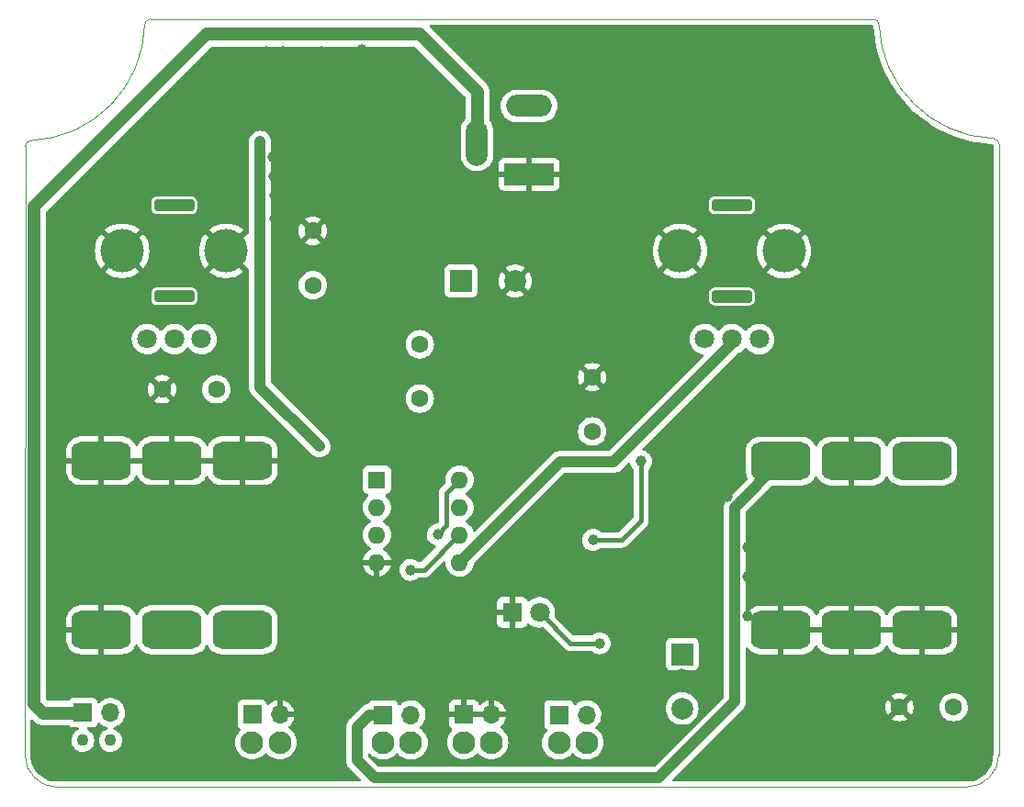
<source format=gbr>
%TF.GenerationSoftware,KiCad,Pcbnew,(6.0.0-0)*%
%TF.CreationDate,2022-01-31T16:21:43-05:00*%
%TF.ProjectId,Valve Wizard Cab Sim,56616c76-6520-4576-997a-617264204361,rev?*%
%TF.SameCoordinates,PX187ff90PY69be500*%
%TF.FileFunction,Copper,L2,Bot*%
%TF.FilePolarity,Positive*%
%FSLAX46Y46*%
G04 Gerber Fmt 4.6, Leading zero omitted, Abs format (unit mm)*
G04 Created by KiCad (PCBNEW (6.0.0-0)) date 2022-01-31 16:21:43*
%MOMM*%
%LPD*%
G01*
G04 APERTURE LIST*
G04 Aperture macros list*
%AMRoundRect*
0 Rectangle with rounded corners*
0 $1 Rounding radius*
0 $2 $3 $4 $5 $6 $7 $8 $9 X,Y pos of 4 corners*
0 Add a 4 corners polygon primitive as box body*
4,1,4,$2,$3,$4,$5,$6,$7,$8,$9,$2,$3,0*
0 Add four circle primitives for the rounded corners*
1,1,$1+$1,$2,$3*
1,1,$1+$1,$4,$5*
1,1,$1+$1,$6,$7*
1,1,$1+$1,$8,$9*
0 Add four rect primitives between the rounded corners*
20,1,$1+$1,$2,$3,$4,$5,0*
20,1,$1+$1,$4,$5,$6,$7,0*
20,1,$1+$1,$6,$7,$8,$9,0*
20,1,$1+$1,$8,$9,$2,$3,0*%
G04 Aperture macros list end*
%TA.AperFunction,Profile*%
%ADD10C,0.100000*%
%TD*%
%TA.AperFunction,Profile*%
%ADD11C,0.500000*%
%TD*%
%TA.AperFunction,ComponentPad*%
%ADD12C,1.600000*%
%TD*%
%TA.AperFunction,WasherPad*%
%ADD13C,2.100000*%
%TD*%
%TA.AperFunction,ComponentPad*%
%ADD14R,1.700000X1.700000*%
%TD*%
%TA.AperFunction,ComponentPad*%
%ADD15O,1.700000X1.700000*%
%TD*%
%TA.AperFunction,ComponentPad*%
%ADD16R,2.000000X2.000000*%
%TD*%
%TA.AperFunction,ComponentPad*%
%ADD17C,2.000000*%
%TD*%
%TA.AperFunction,WasherPad*%
%ADD18C,1.100000*%
%TD*%
%TA.AperFunction,ComponentPad*%
%ADD19R,1.600000X1.600000*%
%TD*%
%TA.AperFunction,ComponentPad*%
%ADD20O,1.600000X1.600000*%
%TD*%
%TA.AperFunction,ComponentPad*%
%ADD21RoundRect,0.875000X-1.875000X0.875000X-1.875000X-0.875000X1.875000X-0.875000X1.875000X0.875000X0*%
%TD*%
%TA.AperFunction,ComponentPad*%
%ADD22R,4.600000X2.000000*%
%TD*%
%TA.AperFunction,ComponentPad*%
%ADD23O,4.200000X2.000000*%
%TD*%
%TA.AperFunction,ComponentPad*%
%ADD24O,2.000000X4.200000*%
%TD*%
%TA.AperFunction,ComponentPad*%
%ADD25RoundRect,0.875000X1.875000X-0.875000X1.875000X0.875000X-1.875000X0.875000X-1.875000X-0.875000X0*%
%TD*%
%TA.AperFunction,ComponentPad*%
%ADD26C,1.800000*%
%TD*%
%TA.AperFunction,ComponentPad*%
%ADD27C,4.000000*%
%TD*%
%TA.AperFunction,ComponentPad*%
%ADD28R,1.800000X1.800000*%
%TD*%
%TA.AperFunction,ViaPad*%
%ADD29C,1.000000*%
%TD*%
%TA.AperFunction,Conductor*%
%ADD30C,0.400000*%
%TD*%
%TA.AperFunction,Conductor*%
%ADD31C,1.000000*%
%TD*%
%TA.AperFunction,Conductor*%
%ADD32C,1.200000*%
%TD*%
G04 APERTURE END LIST*
D10*
X5360000Y11071320D02*
G75*
G03*
X8360000Y8071320I3000001J1D01*
G01*
X95150000Y67390000D02*
G75*
G03*
X94640000Y67900000I-510002J-2D01*
G01*
X5900624Y67700072D02*
G75*
G03*
X5390624Y67190072I2J-510002D01*
G01*
X5360000Y11071320D02*
X5390624Y67190072D01*
X16910624Y78900073D02*
G75*
G03*
X16400624Y78410696I-1J-510434D01*
G01*
X84098752Y78389376D02*
G75*
G03*
X83588752Y78899376I-510002J-2D01*
G01*
X92140000Y8071320D02*
X8360000Y8071320D01*
X5900624Y67700072D02*
G75*
G03*
X16400624Y78410696I-473508J10966267D01*
G01*
X92140000Y8071320D02*
G75*
G03*
X95140000Y11071320I-1J3000001D01*
G01*
X84098752Y78389376D02*
G75*
G03*
X94640000Y67900000I10950523J463299D01*
G01*
X95150000Y67390000D02*
X95140000Y11071320D01*
X16910624Y78900072D02*
X83588752Y78899376D01*
D11*
%TO.C,RV2*%
X68940000Y53020103D02*
X72140000Y53020103D01*
X72140000Y53020103D02*
X72140000Y53620103D01*
X72140000Y53620103D02*
X68940000Y53620103D01*
X68940000Y53620103D02*
X68940000Y53020103D01*
G36*
X68940000Y53020103D02*
G01*
X72140000Y53020103D01*
X72140000Y53620103D01*
X68940000Y53620103D01*
X68940000Y53020103D01*
G37*
X68940000Y61420103D02*
X72140000Y61420103D01*
X72140000Y61420103D02*
X72140000Y62020103D01*
X72140000Y62020103D02*
X68940000Y62020103D01*
X68940000Y62020103D02*
X68940000Y61420103D01*
G36*
X68940000Y61420103D02*
G01*
X72140000Y61420103D01*
X72140000Y62020103D01*
X68940000Y62020103D01*
X68940000Y61420103D01*
G37*
%TO.C,RV1*%
X17520000Y61430000D02*
X20720000Y61430000D01*
X20720000Y61430000D02*
X20720000Y62030000D01*
X20720000Y62030000D02*
X17520000Y62030000D01*
X17520000Y62030000D02*
X17520000Y61430000D01*
G36*
X17520000Y61430000D02*
G01*
X20720000Y61430000D01*
X20720000Y62030000D01*
X17520000Y62030000D01*
X17520000Y61430000D01*
G37*
X17520000Y53030000D02*
X20720000Y53030000D01*
X20720000Y53030000D02*
X20720000Y53630000D01*
X20720000Y53630000D02*
X17520000Y53630000D01*
X17520000Y53630000D02*
X17520000Y53030000D01*
G36*
X17520000Y53030000D02*
G01*
X20720000Y53030000D01*
X20720000Y53630000D01*
X17520000Y53630000D01*
X17520000Y53030000D01*
G37*
%TD*%
D12*
%TO.P,C6,1*%
%TO.N,Net-(C4-Pad2)*%
X41760000Y48920000D03*
%TO.P,C6,2*%
%TO.N,Net-(C6-Pad2)*%
X41760000Y43920000D03*
%TD*%
D13*
%TO.P,J5,*%
%TO.N,*%
X38390000Y12190000D03*
X40940000Y12190000D03*
D14*
%TO.P,J5,1,Pin_1*%
%TO.N,FS_CD*%
X38400000Y14750000D03*
D15*
%TO.P,J5,2,Pin_2*%
%TO.N,FS_A*%
X40940000Y14750000D03*
%TD*%
D12*
%TO.P,C9,1*%
%TO.N,Net-(C9-Pad1)*%
X57660000Y40880000D03*
%TO.P,C9,2*%
%TO.N,GND*%
X57660000Y45880000D03*
%TD*%
D16*
%TO.P,C1,1*%
%TO.N,9V*%
X45550000Y54750000D03*
D17*
%TO.P,C1,2*%
%TO.N,GND*%
X50550000Y54750000D03*
%TD*%
D18*
%TO.P,J4,*%
%TO.N,*%
X10690000Y12390000D03*
X13240000Y12390000D03*
D14*
%TO.P,J4,1,Pin_1*%
%TO.N,BAT+*%
X10700000Y14950000D03*
D15*
%TO.P,J4,2,Pin_2*%
%TO.N,BAT-*%
X13240000Y14950000D03*
%TD*%
D13*
%TO.P,J2,*%
%TO.N,*%
X54590000Y12190000D03*
X57140000Y12190000D03*
D14*
%TO.P,J2,1,Pin_1*%
%TO.N,FS_F*%
X54600000Y14750000D03*
D15*
%TO.P,J2,2,Pin_2*%
%TO.N,FS_E*%
X57140000Y14750000D03*
%TD*%
D19*
%TO.P,U1,1*%
%TO.N,Net-(C6-Pad2)*%
X37810000Y36430000D03*
D20*
%TO.P,U1,2,-*%
%TO.N,Net-(C4-Pad1)*%
X37810000Y33890000D03*
%TO.P,U1,3,+*%
%TO.N,Net-(C3-Pad2)*%
X37810000Y31350000D03*
%TO.P,U1,4,V-*%
%TO.N,GND*%
X37810000Y28810000D03*
%TO.P,U1,5,+*%
%TO.N,Net-(RV2-Pad2)*%
X45430000Y28810000D03*
%TO.P,U1,6,-*%
%TO.N,Net-(Q2-Pad1)*%
X45430000Y31350000D03*
%TO.P,U1,7*%
%TO.N,Net-(Q2-Pad2)*%
X45430000Y33890000D03*
%TO.P,U1,8,V+*%
%TO.N,9V*%
X45430000Y36430000D03*
%TD*%
D21*
%TO.P,J11,R*%
%TO.N,GND*%
X81565000Y38149000D03*
%TO.P,J11,RN*%
X81565000Y22564000D03*
%TO.P,J11,S*%
%TO.N,/Sleeve*%
X88065000Y38149000D03*
%TO.P,J11,SN*%
%TO.N,GND*%
X88065000Y22564000D03*
%TO.P,J11,T*%
%TO.N,FS_CD*%
X75065000Y38149000D03*
%TO.P,J11,TN*%
%TO.N,GND*%
X75065000Y22564000D03*
%TD*%
D12*
%TO.P,C12,1*%
%TO.N,/Sleeve*%
X90971000Y15458000D03*
%TO.P,C12,2*%
%TO.N,GND*%
X85971000Y15458000D03*
%TD*%
D13*
%TO.P,J6,*%
%TO.N,*%
X48380000Y12210000D03*
X45830000Y12210000D03*
D14*
%TO.P,J6,1,Pin_1*%
%TO.N,GND*%
X45840000Y14770000D03*
D15*
%TO.P,J6,2,Pin_2*%
X48380000Y14770000D03*
%TD*%
D16*
%TO.P,C11,1*%
%TO.N,Net-(C11-Pad1)*%
X65949000Y20340000D03*
D17*
%TO.P,C11,2*%
%TO.N,FS_E*%
X65949000Y15340000D03*
%TD*%
D12*
%TO.P,C7,1*%
%TO.N,Net-(C7-Pad1)*%
X31910000Y54380000D03*
%TO.P,C7,2*%
%TO.N,GND*%
X31910000Y59380000D03*
%TD*%
D22*
%TO.P,J3,1*%
%TO.N,GND*%
X51835000Y64600000D03*
D23*
%TO.P,J3,2*%
%TO.N,VIN*%
X51835000Y70900000D03*
D24*
%TO.P,J3,3*%
%TO.N,BAT+*%
X47035000Y67500000D03*
%TD*%
D12*
%TO.P,C5,1*%
%TO.N,Net-(C5-Pad1)*%
X23010000Y44772500D03*
%TO.P,C5,2*%
%TO.N,GND*%
X18010000Y44772500D03*
%TD*%
D13*
%TO.P,J1,*%
%TO.N,*%
X28850000Y12210000D03*
X26300000Y12210000D03*
D14*
%TO.P,J1,1,Pin_1*%
%TO.N,IN_T*%
X26310000Y14770000D03*
D15*
%TO.P,J1,2,Pin_2*%
%TO.N,GND*%
X28850000Y14770000D03*
%TD*%
D25*
%TO.P,J10,R*%
%TO.N,BAT-*%
X18915000Y22599000D03*
%TO.P,J10,RN*%
%TO.N,GND*%
X18915000Y38184000D03*
%TO.P,J10,S*%
X12415000Y22599000D03*
%TO.P,J10,SN*%
X12415000Y38184000D03*
%TO.P,J10,T*%
%TO.N,IN_T*%
X25415000Y22599000D03*
%TO.P,J10,TN*%
%TO.N,GND*%
X25415000Y38184000D03*
%TD*%
D26*
%TO.P,RV2,1,1*%
%TO.N,Net-(C8-Pad2)*%
X68040000Y49390103D03*
%TO.P,RV2,2,2*%
%TO.N,Net-(RV2-Pad2)*%
X70540000Y49390103D03*
%TO.P,RV2,3,3*%
%TO.N,Net-(C10-Pad1)*%
X73040000Y49390103D03*
D27*
%TO.P,RV2,MP,MountPin*%
%TO.N,GND*%
X75340000Y57520103D03*
X65740000Y57520103D03*
%TD*%
D28*
%TO.P,D3,1,K*%
%TO.N,GND*%
X50275000Y24200000D03*
D26*
%TO.P,D3,2,A*%
%TO.N,Net-(D3-Pad2)*%
X52815000Y24200000D03*
%TD*%
%TO.P,RV1,1,1*%
%TO.N,Net-(R11-Pad1)*%
X16620000Y49400000D03*
%TO.P,RV1,2,2*%
%TO.N,Net-(C4-Pad2)*%
X19120000Y49400000D03*
%TO.P,RV1,3,3*%
%TO.N,Net-(R12-Pad2)*%
X21620000Y49400000D03*
D27*
%TO.P,RV1,MP,MountPin*%
%TO.N,GND*%
X23920000Y57530000D03*
X14320000Y57530000D03*
%TD*%
D29*
%TO.N,9V*%
X43410000Y31380000D03*
%TO.N,4.5V*%
X32520000Y39520000D03*
X27038000Y67603000D03*
%TO.N,Net-(D3-Pad2)*%
X58350000Y21350000D03*
%TO.N,GND*%
X36410000Y76130000D03*
X68390000Y38860000D03*
X81090000Y28700000D03*
X32980000Y30990000D03*
X25300000Y62850000D03*
X65850000Y36320000D03*
X93790000Y28700000D03*
X28400000Y60550000D03*
X89300000Y33350000D03*
X88710000Y16000000D03*
X13630000Y41250000D03*
X86170000Y10920000D03*
X26740000Y25620000D03*
X91250000Y41400000D03*
X24420000Y31400000D03*
X11720000Y17980000D03*
X15250000Y31670000D03*
X90471499Y18540000D03*
X7800000Y38330000D03*
X27600000Y34390000D03*
X32770000Y20930000D03*
X19240000Y25560000D03*
X68390000Y23620000D03*
X26140000Y28150000D03*
X28300000Y64400000D03*
X31660000Y29150000D03*
X68173089Y16519439D03*
X65850000Y31240000D03*
X15850000Y35550000D03*
X13100000Y32300000D03*
X90471499Y26532879D03*
X73470000Y18540000D03*
X23915500Y17020000D03*
X81090000Y18540000D03*
X33375000Y18525000D03*
X25400000Y64500000D03*
X88710000Y26160000D03*
X76010000Y10920000D03*
X92956619Y35095152D03*
X19370000Y29870000D03*
X26640000Y41260000D03*
X73677131Y13419428D03*
X10810000Y25620000D03*
X65850000Y28700000D03*
X62150000Y42850000D03*
X78550000Y31240000D03*
X42200000Y21700000D03*
X16370000Y14550000D03*
X93790000Y13460000D03*
X11350000Y30900000D03*
X19800000Y41430000D03*
X8110000Y34160000D03*
X76010000Y18540000D03*
X11740000Y28410000D03*
X90471499Y29304529D03*
X19700000Y14550000D03*
X68390000Y33780000D03*
X63400000Y39550000D03*
X19230000Y19520000D03*
X14590000Y25420000D03*
X76010000Y28700000D03*
X78550000Y41400000D03*
X93928886Y20941114D03*
X49517000Y38647000D03*
X28250000Y66150000D03*
X25480000Y33060000D03*
X7960000Y40380000D03*
X88710000Y41400000D03*
X31330000Y38250000D03*
X24420000Y26020000D03*
X69000500Y18698972D03*
X27800000Y32060000D03*
X45460000Y23205000D03*
X8050000Y22700000D03*
X15650000Y41080000D03*
X93790000Y31240000D03*
X93790000Y36320000D03*
X81090000Y10920000D03*
X24680000Y27420000D03*
X83630000Y18540000D03*
X17340000Y41110000D03*
X88710000Y13460000D03*
X81090000Y16000000D03*
X8090000Y35890000D03*
X13930000Y28410000D03*
X11530000Y34870000D03*
X32160000Y71880000D03*
X11520000Y41150000D03*
X23020000Y28010000D03*
X10000000Y29250000D03*
X29174000Y75887000D03*
X55350000Y39600000D03*
X71999500Y23831493D03*
X27588886Y75951114D03*
X65850000Y33780000D03*
X32760000Y22920000D03*
X81090000Y13460000D03*
X91250000Y10920000D03*
X8050000Y13100000D03*
X9120000Y31140000D03*
X12600000Y25760000D03*
X88710000Y10920000D03*
X90471499Y32010025D03*
X78550000Y33780000D03*
X15520000Y27020000D03*
X65850000Y26160000D03*
X11300000Y33380000D03*
X20830000Y17250000D03*
X86170000Y41400000D03*
X10740000Y27080000D03*
X81090000Y33780000D03*
X88710000Y28700000D03*
X24330000Y41180000D03*
X60950000Y42000000D03*
X30780000Y36500000D03*
X25940000Y35050000D03*
X88710000Y31240000D03*
X69928175Y9381825D03*
X83630000Y26160000D03*
X29100000Y18150000D03*
X78550000Y18540000D03*
X27740000Y27280000D03*
X8100000Y20450000D03*
X68390000Y21080000D03*
X18110000Y31670000D03*
X19240000Y33260000D03*
X32930000Y26760000D03*
X93790000Y18540000D03*
X31460000Y19570000D03*
X65850000Y23620000D03*
X78550000Y26160000D03*
X70930000Y36320000D03*
X21030000Y28480000D03*
X83630000Y10920000D03*
X40910000Y26555000D03*
X93790000Y38860000D03*
X8500000Y17200000D03*
X93790000Y10960000D03*
X26080000Y30870000D03*
X32688000Y75939000D03*
X76010000Y41400000D03*
X51500000Y18350000D03*
X31530000Y32510000D03*
X68390000Y36320000D03*
X23550000Y34850000D03*
X83630000Y33780000D03*
X16850000Y25620000D03*
X91250000Y13460000D03*
X73823101Y33684046D03*
X73470000Y16000000D03*
X15980000Y28280000D03*
X18310000Y28150000D03*
X71999500Y30196060D03*
X20300000Y26690000D03*
X32850000Y33960000D03*
X73470000Y28700000D03*
X36660000Y72130000D03*
X28350000Y62650000D03*
X78550000Y16000000D03*
X20500000Y31730000D03*
X32520000Y36400000D03*
X21960000Y29670000D03*
X22080000Y41080000D03*
X22290000Y25230000D03*
X28160000Y74630000D03*
X8350000Y27650000D03*
X13260000Y29870000D03*
X8090000Y30280000D03*
X76010000Y31240000D03*
X31190000Y24750000D03*
X73470000Y31240000D03*
X68390000Y41400000D03*
X73470000Y10920000D03*
X24660000Y71880000D03*
X31290000Y21820000D03*
X9120545Y19183317D03*
X15140000Y12730000D03*
X76010000Y26160000D03*
X31070000Y34820000D03*
X9450000Y33260000D03*
X73470000Y26160000D03*
X17780000Y27080000D03*
X86170000Y18540000D03*
X21560000Y34990000D03*
X71198175Y10651825D03*
X36310000Y19805000D03*
X26871396Y19707267D03*
X30910000Y75880000D03*
X70930000Y41400000D03*
X21230000Y33330000D03*
X65850000Y41400000D03*
X93988659Y26282491D03*
X23090000Y33060000D03*
X25350000Y67250000D03*
X25450000Y66050000D03*
X23240000Y19350000D03*
X19370000Y35050000D03*
X13530000Y27220000D03*
X65850000Y18540000D03*
X8070000Y32290000D03*
X31000000Y16150000D03*
X94066946Y23479175D03*
X86300000Y13250000D03*
X83630000Y28700000D03*
X14860000Y30010000D03*
X16910000Y33190000D03*
X25400000Y61100000D03*
X29910000Y74630000D03*
X24483886Y73306114D03*
X81090000Y26160000D03*
X93790000Y16000000D03*
X9230000Y41340000D03*
X56050000Y36400000D03*
X13823099Y19385870D03*
X86408000Y30579000D03*
X70930000Y38860000D03*
X39250000Y21450000D03*
X23950000Y29410000D03*
X76010000Y16000000D03*
X83630000Y31240000D03*
X83630000Y41400000D03*
X59410000Y36380000D03*
X88710000Y18540000D03*
X76010000Y13460000D03*
X68390000Y26160000D03*
X78550000Y10920000D03*
X18049962Y16894616D03*
X27270000Y29340000D03*
X22700000Y14440000D03*
X65850000Y38860000D03*
X71999500Y27464977D03*
X26660000Y74630000D03*
X22090000Y31400000D03*
X81090000Y41400000D03*
X31370000Y13080000D03*
X68390000Y31240000D03*
X83630000Y16000000D03*
X29610000Y39220000D03*
X83630000Y13460000D03*
X39660000Y32880000D03*
X70079553Y34859904D03*
X17500000Y34800000D03*
X16850000Y29810000D03*
X76010000Y33780000D03*
X68390000Y28700000D03*
X21030000Y12630000D03*
X8450000Y25050000D03*
X78550000Y13460000D03*
X14700000Y33800000D03*
X31160000Y73880000D03*
X78550000Y28700000D03*
X32550000Y14980000D03*
X9550000Y34920000D03*
X13160000Y35040000D03*
X32150000Y17250000D03*
X93790000Y41400000D03*
X17710000Y12590000D03*
X22690000Y26620000D03*
X93790000Y33780000D03*
%TO.N,Net-(Q2-Pad1)*%
X57732000Y30873000D03*
X40910000Y28130000D03*
X62160000Y38130000D03*
%TD*%
D30*
%TO.N,9V*%
X44230489Y35230489D02*
X44230489Y32200489D01*
X45430000Y36430000D02*
X44230489Y35230489D01*
X44230489Y32200489D02*
X43410000Y31380000D01*
D31*
%TO.N,4.5V*%
X27038000Y44982000D02*
X32500000Y39520000D01*
X27038000Y67603000D02*
X27038000Y44982000D01*
X32500000Y39520000D02*
X32520000Y39520000D01*
D30*
%TO.N,Net-(D3-Pad2)*%
X55665000Y21350000D02*
X52815000Y24200000D01*
X58350000Y21350000D02*
X55665000Y21350000D01*
D32*
%TO.N,BAT+*%
X47060000Y72230000D02*
X41793000Y77497000D01*
X22097000Y77497000D02*
X6225000Y61625000D01*
X7030000Y14920000D02*
X10610000Y14920000D01*
X6225000Y15725000D02*
X7030000Y14920000D01*
X41793000Y77497000D02*
X22097000Y77497000D01*
X6225000Y61625000D02*
X6225000Y15725000D01*
X47060000Y67680000D02*
X47060000Y72230000D01*
D31*
%TO.N,FS_CD*%
X36000000Y13650000D02*
X37100000Y14750000D01*
X70800000Y15950000D02*
X70800000Y33884000D01*
X37600000Y8950000D02*
X36000000Y10550000D01*
X70800000Y15950000D02*
X63800000Y8950000D01*
X36000000Y10550000D02*
X36000000Y13650000D01*
X70800000Y33884000D02*
X75065000Y38149000D01*
X63800000Y8950000D02*
X37600000Y8950000D01*
X37100000Y14750000D02*
X38400000Y14750000D01*
D30*
%TO.N,Net-(Q2-Pad1)*%
X62160000Y38130000D02*
X62160000Y32630000D01*
X60403000Y30873000D02*
X57732000Y30873000D01*
X45410000Y31380000D02*
X42160000Y28130000D01*
X42160000Y28130000D02*
X40910000Y28130000D01*
X62160000Y32630000D02*
X60403000Y30873000D01*
D31*
%TO.N,Net-(RV2-Pad2)*%
X45430000Y28810000D02*
X54699501Y38079501D01*
X70560000Y49030000D02*
X70560000Y49330000D01*
X54699501Y38079501D02*
X59629501Y38079501D01*
X70550000Y49000000D02*
X70550000Y49400000D01*
X59629501Y38079501D02*
X70550000Y49000000D01*
%TD*%
%TA.AperFunction,Conductor*%
%TO.N,GND*%
G36*
X83467489Y78391378D02*
G01*
X83535609Y78371375D01*
X83582101Y78317719D01*
X83593170Y78274311D01*
X83595679Y78239019D01*
X83633178Y77711446D01*
X83717364Y77058941D01*
X83838815Y76412334D01*
X83839241Y76410615D01*
X83839244Y76410602D01*
X83957212Y75934766D01*
X83997130Y75773752D01*
X84191789Y75145294D01*
X84422151Y74529028D01*
X84687460Y73926980D01*
X84986843Y73341129D01*
X84987756Y73339570D01*
X84987762Y73339559D01*
X85310111Y72789118D01*
X85319314Y72773403D01*
X85320306Y72771912D01*
X85320318Y72771893D01*
X85590495Y72365862D01*
X85683782Y72225667D01*
X85684858Y72224236D01*
X85684861Y72224231D01*
X85771846Y72108488D01*
X86079048Y71699724D01*
X86503811Y71197303D01*
X86956675Y70720055D01*
X86957982Y70718827D01*
X86957991Y70718818D01*
X87331491Y70367886D01*
X87436150Y70269551D01*
X87437540Y70268388D01*
X87437544Y70268384D01*
X87564289Y70162298D01*
X87940661Y69847272D01*
X88468547Y69454606D01*
X89018074Y69092844D01*
X89587434Y68763177D01*
X90174754Y68466688D01*
X90778104Y68204352D01*
X91395499Y67977032D01*
X91397236Y67976503D01*
X91397240Y67976502D01*
X91822988Y67846929D01*
X92024909Y67785476D01*
X92214326Y67739507D01*
X92662511Y67630738D01*
X92662525Y67630735D01*
X92664264Y67630313D01*
X92666031Y67629990D01*
X92666041Y67629988D01*
X92909314Y67585536D01*
X93311462Y67512054D01*
X93313241Y67511833D01*
X93313250Y67511832D01*
X93624312Y67473258D01*
X93964375Y67431087D01*
X93966192Y67430967D01*
X93966201Y67430966D01*
X94223438Y67413957D01*
X94524292Y67394064D01*
X94590944Y67369611D01*
X94633795Y67313005D01*
X94641978Y67268317D01*
X94636804Y38126477D01*
X94632020Y11180875D01*
X94632009Y11120683D01*
X94630509Y11101327D01*
X94626814Y11077590D01*
X94628454Y11065050D01*
X94629059Y11060423D01*
X94629892Y11036481D01*
X94614290Y10778550D01*
X94612456Y10763446D01*
X94563659Y10497163D01*
X94560962Y10482447D01*
X94557322Y10467679D01*
X94521709Y10353391D01*
X94472326Y10194916D01*
X94466931Y10180693D01*
X94366931Y9958500D01*
X94349686Y9920184D01*
X94342615Y9906711D01*
X94194818Y9662225D01*
X94186175Y9649703D01*
X94009984Y9424813D01*
X93999894Y9413425D01*
X93797895Y9211426D01*
X93786507Y9201336D01*
X93561617Y9025145D01*
X93549095Y9016502D01*
X93304609Y8868705D01*
X93291140Y8861636D01*
X93141781Y8794415D01*
X93030630Y8744390D01*
X93016408Y8738995D01*
X92743641Y8653998D01*
X92728879Y8650360D01*
X92518648Y8611834D01*
X92447874Y8598864D01*
X92432770Y8597030D01*
X92182071Y8581865D01*
X92155361Y8583122D01*
X92155141Y8583125D01*
X92146270Y8584506D01*
X92137368Y8583342D01*
X92137365Y8583342D01*
X92114749Y8580384D01*
X92098411Y8579320D01*
X65159745Y8579320D01*
X65091624Y8599322D01*
X65045131Y8652978D01*
X65035027Y8723252D01*
X65064521Y8787832D01*
X65070650Y8794415D01*
X70648172Y14371938D01*
X85249493Y14371938D01*
X85258789Y14359923D01*
X85309994Y14324069D01*
X85319489Y14318586D01*
X85516947Y14226510D01*
X85527239Y14222764D01*
X85737688Y14166375D01*
X85748481Y14164472D01*
X85965525Y14145483D01*
X85976475Y14145483D01*
X86193519Y14164472D01*
X86204312Y14166375D01*
X86414761Y14222764D01*
X86425053Y14226510D01*
X86622511Y14318586D01*
X86632006Y14324069D01*
X86684048Y14360509D01*
X86692424Y14370988D01*
X86685356Y14384434D01*
X85983812Y15085978D01*
X85969868Y15093592D01*
X85968035Y15093461D01*
X85961420Y15089210D01*
X85255923Y14383713D01*
X85249493Y14371938D01*
X70648172Y14371938D01*
X71469379Y15193145D01*
X71479522Y15202247D01*
X71504218Y15222103D01*
X71509025Y15225968D01*
X71541292Y15264422D01*
X71544472Y15268069D01*
X71546115Y15269881D01*
X71548309Y15272075D01*
X71575642Y15305349D01*
X71576348Y15306200D01*
X71608847Y15344930D01*
X71636154Y15377474D01*
X71638722Y15382144D01*
X71642103Y15386261D01*
X71677634Y15452525D01*
X84658483Y15452525D01*
X84677472Y15235481D01*
X84679375Y15224688D01*
X84735764Y15014239D01*
X84739510Y15003947D01*
X84831586Y14806489D01*
X84837069Y14796994D01*
X84873509Y14744952D01*
X84883988Y14736576D01*
X84897434Y14743644D01*
X85598978Y15445188D01*
X85605356Y15456868D01*
X86335408Y15456868D01*
X86335539Y15455035D01*
X86339790Y15448420D01*
X87045287Y14742923D01*
X87057062Y14736493D01*
X87069077Y14745789D01*
X87104931Y14796994D01*
X87110414Y14806489D01*
X87202490Y15003947D01*
X87206236Y15014239D01*
X87262625Y15224688D01*
X87264528Y15235481D01*
X87283517Y15452525D01*
X87283517Y15458000D01*
X89657502Y15458000D01*
X89677457Y15229913D01*
X89678881Y15224600D01*
X89678881Y15224598D01*
X89732632Y15024000D01*
X89736716Y15008757D01*
X89739039Y15003776D01*
X89739039Y15003775D01*
X89831151Y14806238D01*
X89831154Y14806233D01*
X89833477Y14801251D01*
X89964802Y14613700D01*
X90126700Y14451802D01*
X90131208Y14448645D01*
X90131211Y14448643D01*
X90138489Y14443547D01*
X90314251Y14320477D01*
X90319233Y14318154D01*
X90319238Y14318151D01*
X90479229Y14243547D01*
X90521757Y14223716D01*
X90527065Y14222294D01*
X90527067Y14222293D01*
X90737598Y14165881D01*
X90737600Y14165881D01*
X90742913Y14164457D01*
X90971000Y14144502D01*
X91199087Y14164457D01*
X91204400Y14165881D01*
X91204402Y14165881D01*
X91414933Y14222293D01*
X91414935Y14222294D01*
X91420243Y14223716D01*
X91462771Y14243547D01*
X91622762Y14318151D01*
X91622767Y14318154D01*
X91627749Y14320477D01*
X91803511Y14443547D01*
X91810789Y14448643D01*
X91810792Y14448645D01*
X91815300Y14451802D01*
X91977198Y14613700D01*
X92108523Y14801251D01*
X92110846Y14806233D01*
X92110849Y14806238D01*
X92202961Y15003775D01*
X92202961Y15003776D01*
X92205284Y15008757D01*
X92209369Y15024000D01*
X92263119Y15224598D01*
X92263119Y15224600D01*
X92264543Y15229913D01*
X92284498Y15458000D01*
X92264543Y15686087D01*
X92258051Y15710316D01*
X92206707Y15901933D01*
X92206706Y15901935D01*
X92205284Y15907243D01*
X92186769Y15946949D01*
X92110849Y16109762D01*
X92110846Y16109767D01*
X92108523Y16114749D01*
X91995582Y16276045D01*
X91980357Y16297789D01*
X91980355Y16297792D01*
X91977198Y16302300D01*
X91815300Y16464198D01*
X91810792Y16467355D01*
X91810789Y16467357D01*
X91684920Y16555491D01*
X91627749Y16595523D01*
X91622767Y16597846D01*
X91622762Y16597849D01*
X91425225Y16689961D01*
X91425224Y16689961D01*
X91420243Y16692284D01*
X91414935Y16693706D01*
X91414933Y16693707D01*
X91204402Y16750119D01*
X91204400Y16750119D01*
X91199087Y16751543D01*
X90971000Y16771498D01*
X90742913Y16751543D01*
X90737600Y16750119D01*
X90737598Y16750119D01*
X90527067Y16693707D01*
X90527065Y16693706D01*
X90521757Y16692284D01*
X90516776Y16689961D01*
X90516775Y16689961D01*
X90319238Y16597849D01*
X90319233Y16597846D01*
X90314251Y16595523D01*
X90257080Y16555491D01*
X90131211Y16467357D01*
X90131208Y16467355D01*
X90126700Y16464198D01*
X89964802Y16302300D01*
X89961645Y16297792D01*
X89961643Y16297789D01*
X89946418Y16276045D01*
X89833477Y16114749D01*
X89831154Y16109767D01*
X89831151Y16109762D01*
X89755231Y15946949D01*
X89736716Y15907243D01*
X89735294Y15901935D01*
X89735293Y15901933D01*
X89683949Y15710316D01*
X89677457Y15686087D01*
X89657502Y15458000D01*
X87283517Y15458000D01*
X87283517Y15463475D01*
X87264528Y15680519D01*
X87262625Y15691312D01*
X87206236Y15901761D01*
X87202490Y15912053D01*
X87110414Y16109511D01*
X87104931Y16119006D01*
X87068491Y16171048D01*
X87058012Y16179424D01*
X87044566Y16172356D01*
X86343022Y15470812D01*
X86335408Y15456868D01*
X85605356Y15456868D01*
X85606592Y15459132D01*
X85606461Y15460965D01*
X85602210Y15467580D01*
X84896713Y16173077D01*
X84884938Y16179507D01*
X84872923Y16170211D01*
X84837069Y16119006D01*
X84831586Y16109511D01*
X84739510Y15912053D01*
X84735764Y15901761D01*
X84679375Y15691312D01*
X84677472Y15680519D01*
X84658483Y15463475D01*
X84658483Y15452525D01*
X71677634Y15452525D01*
X71682159Y15460965D01*
X71685977Y15468086D01*
X71686606Y15469245D01*
X71728462Y15545381D01*
X71728465Y15545389D01*
X71731433Y15550787D01*
X71733045Y15555869D01*
X71735562Y15560563D01*
X71762762Y15649531D01*
X71763108Y15650642D01*
X71763845Y15652963D01*
X71791235Y15739306D01*
X71791829Y15744602D01*
X71793387Y15749698D01*
X71802790Y15842257D01*
X71802911Y15843393D01*
X71807570Y15884936D01*
X71808108Y15889730D01*
X71808108Y15889734D01*
X71808500Y15893227D01*
X71808500Y15896754D01*
X71808555Y15897739D01*
X71809002Y15903419D01*
X71813374Y15946462D01*
X71809059Y15992109D01*
X71808500Y16003967D01*
X71808500Y16545012D01*
X85249576Y16545012D01*
X85256644Y16531566D01*
X85958188Y15830022D01*
X85972132Y15822408D01*
X85973965Y15822539D01*
X85980580Y15826790D01*
X86686077Y16532287D01*
X86692507Y16544062D01*
X86683211Y16556077D01*
X86632006Y16591931D01*
X86622511Y16597414D01*
X86425053Y16689490D01*
X86414761Y16693236D01*
X86204312Y16749625D01*
X86193519Y16751528D01*
X85976475Y16770517D01*
X85965525Y16770517D01*
X85748481Y16751528D01*
X85737688Y16749625D01*
X85527239Y16693236D01*
X85516947Y16689490D01*
X85319489Y16597414D01*
X85309994Y16591931D01*
X85257952Y16555491D01*
X85249576Y16545012D01*
X71808500Y16545012D01*
X71808500Y20847030D01*
X71828502Y20915151D01*
X71882158Y20961644D01*
X71952432Y20971748D01*
X72017012Y20942254D01*
X72043121Y20910885D01*
X72054494Y20891540D01*
X72060646Y20882851D01*
X72205101Y20711608D01*
X72212608Y20704101D01*
X72383851Y20559646D01*
X72392540Y20553493D01*
X72585662Y20439962D01*
X72595260Y20435364D01*
X72804754Y20355994D01*
X72814982Y20353080D01*
X73035811Y20309955D01*
X73044455Y20308882D01*
X73095984Y20306091D01*
X73099369Y20306000D01*
X74792885Y20306000D01*
X74808124Y20310475D01*
X74809329Y20311865D01*
X74811000Y20319548D01*
X74811000Y20324115D01*
X75319000Y20324115D01*
X75323475Y20308876D01*
X75324865Y20307671D01*
X75332548Y20306000D01*
X77030631Y20306000D01*
X77034016Y20306091D01*
X77085545Y20308882D01*
X77094189Y20309955D01*
X77315018Y20353080D01*
X77325246Y20355994D01*
X77534740Y20435364D01*
X77544338Y20439962D01*
X77737460Y20553493D01*
X77746149Y20559646D01*
X77917392Y20704101D01*
X77924899Y20711608D01*
X78069354Y20882851D01*
X78075507Y20891540D01*
X78189038Y21084662D01*
X78193636Y21094260D01*
X78197173Y21103595D01*
X78240011Y21160211D01*
X78306658Y21184679D01*
X78375954Y21169230D01*
X78425897Y21118770D01*
X78432827Y21103595D01*
X78436364Y21094260D01*
X78440962Y21084662D01*
X78554493Y20891540D01*
X78560646Y20882851D01*
X78705101Y20711608D01*
X78712608Y20704101D01*
X78883851Y20559646D01*
X78892540Y20553493D01*
X79085662Y20439962D01*
X79095260Y20435364D01*
X79304754Y20355994D01*
X79314982Y20353080D01*
X79535811Y20309955D01*
X79544455Y20308882D01*
X79595984Y20306091D01*
X79599369Y20306000D01*
X81292885Y20306000D01*
X81308124Y20310475D01*
X81309329Y20311865D01*
X81311000Y20319548D01*
X81311000Y20324115D01*
X81819000Y20324115D01*
X81823475Y20308876D01*
X81824865Y20307671D01*
X81832548Y20306000D01*
X83530631Y20306000D01*
X83534016Y20306091D01*
X83585545Y20308882D01*
X83594189Y20309955D01*
X83815018Y20353080D01*
X83825246Y20355994D01*
X84034740Y20435364D01*
X84044338Y20439962D01*
X84237460Y20553493D01*
X84246149Y20559646D01*
X84417392Y20704101D01*
X84424899Y20711608D01*
X84569354Y20882851D01*
X84575507Y20891540D01*
X84689038Y21084662D01*
X84693636Y21094260D01*
X84697173Y21103595D01*
X84740011Y21160211D01*
X84806658Y21184679D01*
X84875954Y21169230D01*
X84925897Y21118770D01*
X84932827Y21103595D01*
X84936364Y21094260D01*
X84940962Y21084662D01*
X85054493Y20891540D01*
X85060646Y20882851D01*
X85205101Y20711608D01*
X85212608Y20704101D01*
X85383851Y20559646D01*
X85392540Y20553493D01*
X85585662Y20439962D01*
X85595260Y20435364D01*
X85804754Y20355994D01*
X85814982Y20353080D01*
X86035811Y20309955D01*
X86044455Y20308882D01*
X86095984Y20306091D01*
X86099369Y20306000D01*
X87792885Y20306000D01*
X87808124Y20310475D01*
X87809329Y20311865D01*
X87811000Y20319548D01*
X87811000Y20324115D01*
X88319000Y20324115D01*
X88323475Y20308876D01*
X88324865Y20307671D01*
X88332548Y20306000D01*
X90030631Y20306000D01*
X90034016Y20306091D01*
X90085545Y20308882D01*
X90094189Y20309955D01*
X90315018Y20353080D01*
X90325246Y20355994D01*
X90534740Y20435364D01*
X90544338Y20439962D01*
X90737460Y20553493D01*
X90746149Y20559646D01*
X90917392Y20704101D01*
X90924899Y20711608D01*
X91069354Y20882851D01*
X91075507Y20891540D01*
X91189038Y21084662D01*
X91193636Y21094260D01*
X91273006Y21303754D01*
X91275920Y21313982D01*
X91319045Y21534811D01*
X91320118Y21543455D01*
X91322909Y21594984D01*
X91323000Y21598369D01*
X91323000Y22291885D01*
X91318525Y22307124D01*
X91317135Y22308329D01*
X91309452Y22310000D01*
X88337115Y22310000D01*
X88321876Y22305525D01*
X88320671Y22304135D01*
X88319000Y22296452D01*
X88319000Y20324115D01*
X87811000Y20324115D01*
X87811000Y22291885D01*
X87806525Y22307124D01*
X87805135Y22308329D01*
X87797452Y22310000D01*
X81837115Y22310000D01*
X81821876Y22305525D01*
X81820671Y22304135D01*
X81819000Y22296452D01*
X81819000Y20324115D01*
X81311000Y20324115D01*
X81311000Y22291885D01*
X81306525Y22307124D01*
X81305135Y22308329D01*
X81297452Y22310000D01*
X75337115Y22310000D01*
X75321876Y22305525D01*
X75320671Y22304135D01*
X75319000Y22296452D01*
X75319000Y20324115D01*
X74811000Y20324115D01*
X74811000Y22836115D01*
X75319000Y22836115D01*
X75323475Y22820876D01*
X75324865Y22819671D01*
X75332548Y22818000D01*
X81292885Y22818000D01*
X81308124Y22822475D01*
X81309329Y22823865D01*
X81311000Y22831548D01*
X81311000Y22836115D01*
X81819000Y22836115D01*
X81823475Y22820876D01*
X81824865Y22819671D01*
X81832548Y22818000D01*
X87792885Y22818000D01*
X87808124Y22822475D01*
X87809329Y22823865D01*
X87811000Y22831548D01*
X87811000Y22836115D01*
X88319000Y22836115D01*
X88323475Y22820876D01*
X88324865Y22819671D01*
X88332548Y22818000D01*
X91304885Y22818000D01*
X91320124Y22822475D01*
X91321329Y22823865D01*
X91323000Y22831548D01*
X91323000Y23529630D01*
X91322909Y23533016D01*
X91320118Y23584545D01*
X91319045Y23593189D01*
X91275920Y23814018D01*
X91273006Y23824246D01*
X91193636Y24033740D01*
X91189038Y24043338D01*
X91075507Y24236460D01*
X91069354Y24245149D01*
X90924899Y24416392D01*
X90917392Y24423899D01*
X90746149Y24568354D01*
X90737460Y24574507D01*
X90544338Y24688038D01*
X90534740Y24692636D01*
X90325246Y24772006D01*
X90315018Y24774920D01*
X90094189Y24818045D01*
X90085545Y24819118D01*
X90034016Y24821909D01*
X90030630Y24822000D01*
X88337115Y24822000D01*
X88321876Y24817525D01*
X88320671Y24816135D01*
X88319000Y24808452D01*
X88319000Y22836115D01*
X87811000Y22836115D01*
X87811000Y24803885D01*
X87806525Y24819124D01*
X87805135Y24820329D01*
X87797452Y24822000D01*
X86099370Y24822000D01*
X86095984Y24821909D01*
X86044455Y24819118D01*
X86035811Y24818045D01*
X85814982Y24774920D01*
X85804754Y24772006D01*
X85595260Y24692636D01*
X85585662Y24688038D01*
X85392540Y24574507D01*
X85383851Y24568354D01*
X85212608Y24423899D01*
X85205101Y24416392D01*
X85060646Y24245149D01*
X85054493Y24236460D01*
X84940962Y24043338D01*
X84936364Y24033740D01*
X84932827Y24024405D01*
X84889989Y23967789D01*
X84823342Y23943321D01*
X84754046Y23958770D01*
X84704103Y24009230D01*
X84697173Y24024405D01*
X84693636Y24033740D01*
X84689038Y24043338D01*
X84575507Y24236460D01*
X84569354Y24245149D01*
X84424899Y24416392D01*
X84417392Y24423899D01*
X84246149Y24568354D01*
X84237460Y24574507D01*
X84044338Y24688038D01*
X84034740Y24692636D01*
X83825246Y24772006D01*
X83815018Y24774920D01*
X83594189Y24818045D01*
X83585545Y24819118D01*
X83534016Y24821909D01*
X83530630Y24822000D01*
X81837115Y24822000D01*
X81821876Y24817525D01*
X81820671Y24816135D01*
X81819000Y24808452D01*
X81819000Y22836115D01*
X81311000Y22836115D01*
X81311000Y24803885D01*
X81306525Y24819124D01*
X81305135Y24820329D01*
X81297452Y24822000D01*
X79599370Y24822000D01*
X79595984Y24821909D01*
X79544455Y24819118D01*
X79535811Y24818045D01*
X79314982Y24774920D01*
X79304754Y24772006D01*
X79095260Y24692636D01*
X79085662Y24688038D01*
X78892540Y24574507D01*
X78883851Y24568354D01*
X78712608Y24423899D01*
X78705101Y24416392D01*
X78560646Y24245149D01*
X78554493Y24236460D01*
X78440962Y24043338D01*
X78436364Y24033740D01*
X78432827Y24024405D01*
X78389989Y23967789D01*
X78323342Y23943321D01*
X78254046Y23958770D01*
X78204103Y24009230D01*
X78197173Y24024405D01*
X78193636Y24033740D01*
X78189038Y24043338D01*
X78075507Y24236460D01*
X78069354Y24245149D01*
X77924899Y24416392D01*
X77917392Y24423899D01*
X77746149Y24568354D01*
X77737460Y24574507D01*
X77544338Y24688038D01*
X77534740Y24692636D01*
X77325246Y24772006D01*
X77315018Y24774920D01*
X77094189Y24818045D01*
X77085545Y24819118D01*
X77034016Y24821909D01*
X77030630Y24822000D01*
X75337115Y24822000D01*
X75321876Y24817525D01*
X75320671Y24816135D01*
X75319000Y24808452D01*
X75319000Y22836115D01*
X74811000Y22836115D01*
X74811000Y24803885D01*
X74806525Y24819124D01*
X74805135Y24820329D01*
X74797452Y24822000D01*
X73099370Y24822000D01*
X73095984Y24821909D01*
X73044455Y24819118D01*
X73035811Y24818045D01*
X72814982Y24774920D01*
X72804754Y24772006D01*
X72595260Y24692636D01*
X72585662Y24688038D01*
X72392540Y24574507D01*
X72383851Y24568354D01*
X72212608Y24423899D01*
X72205101Y24416392D01*
X72060646Y24245149D01*
X72054494Y24236460D01*
X72043121Y24217115D01*
X71991355Y24168527D01*
X71921539Y24155638D01*
X71855837Y24182542D01*
X71815110Y24240696D01*
X71808500Y24280970D01*
X71808500Y33414075D01*
X71828502Y33482196D01*
X71845405Y33503170D01*
X74195829Y35853595D01*
X74258141Y35887620D01*
X74284924Y35890500D01*
X77032364Y35890500D01*
X77034037Y35890591D01*
X77034052Y35890591D01*
X77085599Y35893383D01*
X77089957Y35893619D01*
X77270528Y35928882D01*
X77315160Y35937598D01*
X77315161Y35937598D01*
X77320393Y35938620D01*
X77539952Y36021804D01*
X77676350Y36101988D01*
X77737750Y36138083D01*
X77737752Y36138085D01*
X77742356Y36140791D01*
X77921819Y36292181D01*
X78073209Y36471644D01*
X78192196Y36674048D01*
X78197440Y36687889D01*
X78240277Y36744504D01*
X78306924Y36768973D01*
X78376220Y36753525D01*
X78426163Y36703065D01*
X78433093Y36687892D01*
X78436364Y36679260D01*
X78440962Y36669662D01*
X78554493Y36476540D01*
X78560646Y36467851D01*
X78705101Y36296608D01*
X78712608Y36289101D01*
X78883851Y36144646D01*
X78892540Y36138493D01*
X79085662Y36024962D01*
X79095260Y36020364D01*
X79304754Y35940994D01*
X79314982Y35938080D01*
X79535811Y35894955D01*
X79544455Y35893882D01*
X79595984Y35891091D01*
X79599369Y35891000D01*
X81292885Y35891000D01*
X81308124Y35895475D01*
X81309329Y35896865D01*
X81311000Y35904548D01*
X81311000Y35909115D01*
X81819000Y35909115D01*
X81823475Y35893876D01*
X81824865Y35892671D01*
X81832548Y35891000D01*
X83530631Y35891000D01*
X83534016Y35891091D01*
X83585545Y35893882D01*
X83594189Y35894955D01*
X83815018Y35938080D01*
X83825246Y35940994D01*
X84034740Y36020364D01*
X84044338Y36024962D01*
X84237460Y36138493D01*
X84246149Y36144646D01*
X84417392Y36289101D01*
X84424899Y36296608D01*
X84569354Y36467851D01*
X84575507Y36476540D01*
X84689038Y36669662D01*
X84693636Y36679260D01*
X84696907Y36687892D01*
X84739747Y36744507D01*
X84806395Y36768973D01*
X84875690Y36753522D01*
X84925632Y36703061D01*
X84932558Y36687895D01*
X84937804Y36674048D01*
X85056791Y36471644D01*
X85208181Y36292181D01*
X85387644Y36140791D01*
X85392248Y36138085D01*
X85392250Y36138083D01*
X85453650Y36101988D01*
X85590048Y36021804D01*
X85809607Y35938620D01*
X85814839Y35937598D01*
X85814840Y35937598D01*
X85859472Y35928882D01*
X86040043Y35893619D01*
X86044401Y35893383D01*
X86095948Y35890591D01*
X86095963Y35890591D01*
X86097636Y35890500D01*
X90032364Y35890500D01*
X90034037Y35890591D01*
X90034052Y35890591D01*
X90085599Y35893383D01*
X90089957Y35893619D01*
X90270528Y35928882D01*
X90315160Y35937598D01*
X90315161Y35937598D01*
X90320393Y35938620D01*
X90539952Y36021804D01*
X90676350Y36101988D01*
X90737750Y36138083D01*
X90737752Y36138085D01*
X90742356Y36140791D01*
X90921819Y36292181D01*
X91073209Y36471644D01*
X91192196Y36674048D01*
X91275380Y36893607D01*
X91320381Y37124043D01*
X91322047Y37154811D01*
X91323409Y37179948D01*
X91323409Y37179963D01*
X91323500Y37181636D01*
X91323500Y39116364D01*
X91323051Y39124668D01*
X91320617Y39169599D01*
X91320381Y39173957D01*
X91291400Y39322360D01*
X91276402Y39399160D01*
X91276402Y39399161D01*
X91275380Y39404393D01*
X91192196Y39623952D01*
X91113121Y39758464D01*
X91075917Y39821750D01*
X91075915Y39821752D01*
X91073209Y39826356D01*
X90921819Y40005819D01*
X90742356Y40157209D01*
X90689377Y40188354D01*
X90637683Y40218743D01*
X90539952Y40276196D01*
X90320393Y40359380D01*
X90313112Y40360802D01*
X90094243Y40403544D01*
X90089957Y40404381D01*
X90084227Y40404691D01*
X90034052Y40407409D01*
X90034037Y40407409D01*
X90032364Y40407500D01*
X86097636Y40407500D01*
X86095963Y40407409D01*
X86095948Y40407409D01*
X86045773Y40404691D01*
X86040043Y40404381D01*
X86035757Y40403544D01*
X85816889Y40360802D01*
X85809607Y40359380D01*
X85590048Y40276196D01*
X85492317Y40218743D01*
X85440624Y40188354D01*
X85387644Y40157209D01*
X85208181Y40005819D01*
X85056791Y39826356D01*
X85054085Y39821752D01*
X85054083Y39821750D01*
X85016879Y39758464D01*
X84937804Y39623952D01*
X84932560Y39610111D01*
X84889723Y39553496D01*
X84823076Y39529027D01*
X84753780Y39544475D01*
X84703837Y39594935D01*
X84696907Y39610108D01*
X84693636Y39618740D01*
X84689038Y39628338D01*
X84575507Y39821460D01*
X84569354Y39830149D01*
X84424899Y40001392D01*
X84417392Y40008899D01*
X84246149Y40153354D01*
X84237460Y40159507D01*
X84044338Y40273038D01*
X84034740Y40277636D01*
X83825246Y40357006D01*
X83815018Y40359920D01*
X83594189Y40403045D01*
X83585545Y40404118D01*
X83534016Y40406909D01*
X83530630Y40407000D01*
X81837115Y40407000D01*
X81821876Y40402525D01*
X81820671Y40401135D01*
X81819000Y40393452D01*
X81819000Y35909115D01*
X81311000Y35909115D01*
X81311000Y40388885D01*
X81306525Y40404124D01*
X81305135Y40405329D01*
X81297452Y40407000D01*
X79599370Y40407000D01*
X79595984Y40406909D01*
X79544455Y40404118D01*
X79535811Y40403045D01*
X79314982Y40359920D01*
X79304754Y40357006D01*
X79095260Y40277636D01*
X79085662Y40273038D01*
X78892540Y40159507D01*
X78883851Y40153354D01*
X78712608Y40008899D01*
X78705101Y40001392D01*
X78560646Y39830149D01*
X78554493Y39821460D01*
X78440962Y39628338D01*
X78436364Y39618740D01*
X78433093Y39610108D01*
X78390253Y39553493D01*
X78323605Y39529027D01*
X78254310Y39544478D01*
X78204368Y39594939D01*
X78197441Y39610108D01*
X78192196Y39623952D01*
X78113121Y39758464D01*
X78075917Y39821750D01*
X78075915Y39821752D01*
X78073209Y39826356D01*
X77921819Y40005819D01*
X77742356Y40157209D01*
X77689377Y40188354D01*
X77637683Y40218743D01*
X77539952Y40276196D01*
X77320393Y40359380D01*
X77313112Y40360802D01*
X77094243Y40403544D01*
X77089957Y40404381D01*
X77084227Y40404691D01*
X77034052Y40407409D01*
X77034037Y40407409D01*
X77032364Y40407500D01*
X73097636Y40407500D01*
X73095963Y40407409D01*
X73095948Y40407409D01*
X73045773Y40404691D01*
X73040043Y40404381D01*
X73035757Y40403544D01*
X72816889Y40360802D01*
X72809607Y40359380D01*
X72590048Y40276196D01*
X72492317Y40218743D01*
X72440624Y40188354D01*
X72387644Y40157209D01*
X72208181Y40005819D01*
X72056791Y39826356D01*
X72054085Y39821752D01*
X72054083Y39821750D01*
X72016879Y39758464D01*
X71937804Y39623952D01*
X71854620Y39404393D01*
X71853598Y39399161D01*
X71853598Y39399160D01*
X71838600Y39322360D01*
X71809619Y39173957D01*
X71809383Y39169599D01*
X71806950Y39124668D01*
X71806500Y39116364D01*
X71806500Y37181636D01*
X71806591Y37179963D01*
X71806591Y37179948D01*
X71807953Y37154811D01*
X71809619Y37124043D01*
X71854620Y36893607D01*
X71937804Y36674048D01*
X71940505Y36669454D01*
X71940509Y36669445D01*
X71972081Y36615739D01*
X71989360Y36546877D01*
X71966667Y36479605D01*
X71952555Y36462790D01*
X70130621Y34640855D01*
X70120478Y34631753D01*
X70090975Y34608032D01*
X70087008Y34603304D01*
X70058709Y34569579D01*
X70055528Y34565931D01*
X70053885Y34564119D01*
X70051691Y34561925D01*
X70024358Y34528651D01*
X70023696Y34527853D01*
X69963846Y34456526D01*
X69961278Y34451856D01*
X69957897Y34447739D01*
X69926860Y34389855D01*
X69914023Y34365914D01*
X69913394Y34364755D01*
X69871538Y34288619D01*
X69871535Y34288611D01*
X69868567Y34283213D01*
X69866955Y34278131D01*
X69864438Y34273437D01*
X69837238Y34184469D01*
X69836918Y34183441D01*
X69808765Y34094694D01*
X69808171Y34089398D01*
X69806613Y34084302D01*
X69805990Y34078166D01*
X69797218Y33991813D01*
X69797089Y33990607D01*
X69791500Y33940773D01*
X69791500Y33937246D01*
X69791445Y33936261D01*
X69790998Y33930581D01*
X69786626Y33887538D01*
X69787206Y33881407D01*
X69790941Y33841891D01*
X69791500Y33830033D01*
X69791500Y16419925D01*
X69771498Y16351804D01*
X69754595Y16330830D01*
X63419171Y9995405D01*
X63356859Y9961379D01*
X63330076Y9958500D01*
X38069924Y9958500D01*
X38001803Y9978502D01*
X37980829Y9995405D01*
X37045405Y10930829D01*
X37011379Y10993141D01*
X37008500Y11019924D01*
X37008500Y11066261D01*
X37028502Y11134382D01*
X37082158Y11180875D01*
X37152432Y11190979D01*
X37217012Y11161485D01*
X37230311Y11148092D01*
X37284567Y11084567D01*
X37288323Y11081359D01*
X37464570Y10930829D01*
X37471104Y10925248D01*
X37475327Y10922660D01*
X37475330Y10922658D01*
X37544515Y10880262D01*
X37680268Y10797073D01*
X37824967Y10737136D01*
X37902335Y10705089D01*
X37902337Y10705088D01*
X37906908Y10703195D01*
X37989563Y10683351D01*
X38140630Y10647083D01*
X38140636Y10647082D01*
X38145443Y10645928D01*
X38390000Y10626681D01*
X38634557Y10645928D01*
X38639364Y10647082D01*
X38639370Y10647083D01*
X38790437Y10683351D01*
X38873092Y10703195D01*
X38877663Y10705088D01*
X38877665Y10705089D01*
X38955033Y10737136D01*
X39099732Y10797073D01*
X39235485Y10880262D01*
X39304670Y10922658D01*
X39304673Y10922660D01*
X39308896Y10925248D01*
X39315431Y10930829D01*
X39491677Y11081359D01*
X39495433Y11084567D01*
X39526279Y11120683D01*
X39569189Y11170923D01*
X39628640Y11209732D01*
X39699635Y11210238D01*
X39760811Y11170923D01*
X39803721Y11120683D01*
X39834567Y11084567D01*
X39838323Y11081359D01*
X40014570Y10930829D01*
X40021104Y10925248D01*
X40025327Y10922660D01*
X40025330Y10922658D01*
X40094515Y10880262D01*
X40230268Y10797073D01*
X40374967Y10737136D01*
X40452335Y10705089D01*
X40452337Y10705088D01*
X40456908Y10703195D01*
X40539563Y10683351D01*
X40690630Y10647083D01*
X40690636Y10647082D01*
X40695443Y10645928D01*
X40940000Y10626681D01*
X41184557Y10645928D01*
X41189364Y10647082D01*
X41189370Y10647083D01*
X41340437Y10683351D01*
X41423092Y10703195D01*
X41427663Y10705088D01*
X41427665Y10705089D01*
X41505033Y10737136D01*
X41649732Y10797073D01*
X41785485Y10880262D01*
X41854670Y10922658D01*
X41854673Y10922660D01*
X41858896Y10925248D01*
X41865431Y10930829D01*
X42041677Y11081359D01*
X42045433Y11084567D01*
X42076279Y11120683D01*
X42201535Y11267337D01*
X42201537Y11267340D01*
X42204752Y11271104D01*
X42332927Y11480268D01*
X42402054Y11647154D01*
X42424911Y11702335D01*
X42424912Y11702337D01*
X42426805Y11706908D01*
X42484072Y11945443D01*
X42503319Y12190000D01*
X42501745Y12210000D01*
X44266681Y12210000D01*
X44285928Y11965443D01*
X44287082Y11960636D01*
X44287083Y11960630D01*
X44291885Y11940630D01*
X44343195Y11726908D01*
X44345088Y11722337D01*
X44345089Y11722335D01*
X44372576Y11655976D01*
X44437073Y11500268D01*
X44460756Y11461621D01*
X44528428Y11351190D01*
X44565248Y11291104D01*
X44568463Y11287340D01*
X44568465Y11287337D01*
X44717530Y11112806D01*
X44724567Y11104567D01*
X44728323Y11101359D01*
X44796868Y11042816D01*
X44911104Y10945248D01*
X44915327Y10942660D01*
X44915330Y10942658D01*
X44943741Y10925248D01*
X45120268Y10817073D01*
X45213270Y10778550D01*
X45342335Y10725089D01*
X45342337Y10725088D01*
X45346908Y10723195D01*
X45422325Y10705089D01*
X45580630Y10667083D01*
X45580636Y10667082D01*
X45585443Y10665928D01*
X45830000Y10646681D01*
X46074557Y10665928D01*
X46079364Y10667082D01*
X46079370Y10667083D01*
X46237675Y10705089D01*
X46313092Y10723195D01*
X46317663Y10725088D01*
X46317665Y10725089D01*
X46446730Y10778550D01*
X46539732Y10817073D01*
X46716259Y10925248D01*
X46744670Y10942658D01*
X46744673Y10942660D01*
X46748896Y10945248D01*
X46863133Y11042816D01*
X46931677Y11101359D01*
X46935433Y11104567D01*
X46942470Y11112806D01*
X47009189Y11190923D01*
X47068640Y11229732D01*
X47139635Y11230238D01*
X47200811Y11190923D01*
X47267530Y11112806D01*
X47274567Y11104567D01*
X47278323Y11101359D01*
X47346868Y11042816D01*
X47461104Y10945248D01*
X47465327Y10942660D01*
X47465330Y10942658D01*
X47493741Y10925248D01*
X47670268Y10817073D01*
X47763270Y10778550D01*
X47892335Y10725089D01*
X47892337Y10725088D01*
X47896908Y10723195D01*
X47972325Y10705089D01*
X48130630Y10667083D01*
X48130636Y10667082D01*
X48135443Y10665928D01*
X48380000Y10646681D01*
X48624557Y10665928D01*
X48629364Y10667082D01*
X48629370Y10667083D01*
X48787675Y10705089D01*
X48863092Y10723195D01*
X48867663Y10725088D01*
X48867665Y10725089D01*
X48996730Y10778550D01*
X49089732Y10817073D01*
X49266259Y10925248D01*
X49294670Y10942658D01*
X49294673Y10942660D01*
X49298896Y10945248D01*
X49413133Y11042816D01*
X49481677Y11101359D01*
X49485433Y11104567D01*
X49492470Y11112806D01*
X49641535Y11287337D01*
X49641537Y11287340D01*
X49644752Y11291104D01*
X49681573Y11351190D01*
X49749244Y11461621D01*
X49772927Y11500268D01*
X49837424Y11655976D01*
X49864911Y11722335D01*
X49864912Y11722337D01*
X49866805Y11726908D01*
X49918115Y11940630D01*
X49922917Y11960630D01*
X49922918Y11960636D01*
X49924072Y11965443D01*
X49941745Y12190000D01*
X53026681Y12190000D01*
X53045928Y11945443D01*
X53103195Y11706908D01*
X53105088Y11702337D01*
X53105089Y11702335D01*
X53127946Y11647154D01*
X53197073Y11480268D01*
X53325248Y11271104D01*
X53328463Y11267340D01*
X53328465Y11267337D01*
X53453721Y11120683D01*
X53484567Y11084567D01*
X53488323Y11081359D01*
X53664570Y10930829D01*
X53671104Y10925248D01*
X53675327Y10922660D01*
X53675330Y10922658D01*
X53744515Y10880262D01*
X53880268Y10797073D01*
X54024967Y10737136D01*
X54102335Y10705089D01*
X54102337Y10705088D01*
X54106908Y10703195D01*
X54189563Y10683351D01*
X54340630Y10647083D01*
X54340636Y10647082D01*
X54345443Y10645928D01*
X54590000Y10626681D01*
X54834557Y10645928D01*
X54839364Y10647082D01*
X54839370Y10647083D01*
X54990437Y10683351D01*
X55073092Y10703195D01*
X55077663Y10705088D01*
X55077665Y10705089D01*
X55155033Y10737136D01*
X55299732Y10797073D01*
X55435485Y10880262D01*
X55504670Y10922658D01*
X55504673Y10922660D01*
X55508896Y10925248D01*
X55515431Y10930829D01*
X55691677Y11081359D01*
X55695433Y11084567D01*
X55726279Y11120683D01*
X55769189Y11170923D01*
X55828640Y11209732D01*
X55899635Y11210238D01*
X55960811Y11170923D01*
X56003721Y11120683D01*
X56034567Y11084567D01*
X56038323Y11081359D01*
X56214570Y10930829D01*
X56221104Y10925248D01*
X56225327Y10922660D01*
X56225330Y10922658D01*
X56294515Y10880262D01*
X56430268Y10797073D01*
X56574967Y10737136D01*
X56652335Y10705089D01*
X56652337Y10705088D01*
X56656908Y10703195D01*
X56739563Y10683351D01*
X56890630Y10647083D01*
X56890636Y10647082D01*
X56895443Y10645928D01*
X57140000Y10626681D01*
X57384557Y10645928D01*
X57389364Y10647082D01*
X57389370Y10647083D01*
X57540437Y10683351D01*
X57623092Y10703195D01*
X57627663Y10705088D01*
X57627665Y10705089D01*
X57705033Y10737136D01*
X57849732Y10797073D01*
X57985485Y10880262D01*
X58054670Y10922658D01*
X58054673Y10922660D01*
X58058896Y10925248D01*
X58065431Y10930829D01*
X58241677Y11081359D01*
X58245433Y11084567D01*
X58276279Y11120683D01*
X58401535Y11267337D01*
X58401537Y11267340D01*
X58404752Y11271104D01*
X58532927Y11480268D01*
X58602054Y11647154D01*
X58624911Y11702335D01*
X58624912Y11702337D01*
X58626805Y11706908D01*
X58684072Y11945443D01*
X58703319Y12190000D01*
X58684072Y12434557D01*
X58679271Y12454557D01*
X58643148Y12605018D01*
X58626805Y12673092D01*
X58616627Y12697665D01*
X58572940Y12803132D01*
X58532927Y12899732D01*
X58404752Y13108896D01*
X58387671Y13128896D01*
X58248641Y13291677D01*
X58245433Y13295433D01*
X58180724Y13350700D01*
X58062663Y13451535D01*
X58062660Y13451537D01*
X58058896Y13454752D01*
X58008615Y13485564D01*
X57960984Y13538210D01*
X57949377Y13608251D01*
X57977479Y13673449D01*
X58001280Y13695573D01*
X58015651Y13705824D01*
X58015657Y13705829D01*
X58019860Y13708827D01*
X58031737Y13720662D01*
X58124039Y13812643D01*
X58178096Y13866511D01*
X58211122Y13912471D01*
X58305435Y14043723D01*
X58308453Y14047923D01*
X58311763Y14054619D01*
X58405136Y14243547D01*
X58405137Y14243549D01*
X58407430Y14248189D01*
X58439900Y14355060D01*
X58470865Y14456977D01*
X58470865Y14456979D01*
X58472370Y14461931D01*
X58501529Y14683410D01*
X58503156Y14750000D01*
X58484852Y14972639D01*
X58430431Y15189298D01*
X58364904Y15340000D01*
X64435835Y15340000D01*
X64454465Y15103289D01*
X64455619Y15098482D01*
X64455620Y15098476D01*
X64475844Y15014239D01*
X64509895Y14872406D01*
X64511788Y14867835D01*
X64511789Y14867833D01*
X64589554Y14680092D01*
X64600760Y14653037D01*
X64603346Y14648817D01*
X64722241Y14454798D01*
X64722245Y14454792D01*
X64724824Y14450584D01*
X64879031Y14270031D01*
X65059584Y14115824D01*
X65063792Y14113245D01*
X65063798Y14113241D01*
X65186329Y14038154D01*
X65262037Y13991760D01*
X65266607Y13989867D01*
X65266611Y13989865D01*
X65462256Y13908827D01*
X65481406Y13900895D01*
X65507323Y13894673D01*
X65707476Y13846620D01*
X65707482Y13846619D01*
X65712289Y13845465D01*
X65949000Y13826835D01*
X66185711Y13845465D01*
X66190518Y13846619D01*
X66190524Y13846620D01*
X66390677Y13894673D01*
X66416594Y13900895D01*
X66435744Y13908827D01*
X66631389Y13989865D01*
X66631393Y13989867D01*
X66635963Y13991760D01*
X66711671Y14038154D01*
X66834202Y14113241D01*
X66834208Y14113245D01*
X66838416Y14115824D01*
X67018969Y14270031D01*
X67173176Y14450584D01*
X67175755Y14454792D01*
X67175759Y14454798D01*
X67294654Y14648817D01*
X67297240Y14653037D01*
X67308447Y14680092D01*
X67386211Y14867833D01*
X67386212Y14867835D01*
X67388105Y14872406D01*
X67422156Y15014239D01*
X67442380Y15098476D01*
X67442381Y15098482D01*
X67443535Y15103289D01*
X67462165Y15340000D01*
X67443535Y15576711D01*
X67440487Y15589410D01*
X67403353Y15744080D01*
X67388105Y15807594D01*
X67375389Y15838293D01*
X67299135Y16022389D01*
X67299133Y16022393D01*
X67297240Y16026963D01*
X67291445Y16036420D01*
X67175759Y16225202D01*
X67175755Y16225208D01*
X67173176Y16229416D01*
X67018969Y16409969D01*
X66838416Y16564176D01*
X66834208Y16566755D01*
X66834202Y16566759D01*
X66640183Y16685654D01*
X66635963Y16688240D01*
X66631393Y16690133D01*
X66631389Y16690135D01*
X66421167Y16777211D01*
X66421165Y16777212D01*
X66416594Y16779105D01*
X66336391Y16798360D01*
X66190524Y16833380D01*
X66190518Y16833381D01*
X66185711Y16834535D01*
X65949000Y16853165D01*
X65712289Y16834535D01*
X65707482Y16833381D01*
X65707476Y16833380D01*
X65561609Y16798360D01*
X65481406Y16779105D01*
X65476835Y16777212D01*
X65476833Y16777211D01*
X65266611Y16690135D01*
X65266607Y16690133D01*
X65262037Y16688240D01*
X65257817Y16685654D01*
X65063798Y16566759D01*
X65063792Y16566755D01*
X65059584Y16564176D01*
X64879031Y16409969D01*
X64724824Y16229416D01*
X64722245Y16225208D01*
X64722241Y16225202D01*
X64606555Y16036420D01*
X64600760Y16026963D01*
X64598867Y16022393D01*
X64598865Y16022389D01*
X64522611Y15838293D01*
X64509895Y15807594D01*
X64494647Y15744080D01*
X64457514Y15589410D01*
X64454465Y15576711D01*
X64435835Y15340000D01*
X58364904Y15340000D01*
X58341354Y15394160D01*
X58270773Y15503262D01*
X58222822Y15577383D01*
X58222820Y15577386D01*
X58220014Y15581723D01*
X58069670Y15746949D01*
X58065619Y15750148D01*
X58065615Y15750152D01*
X57898414Y15882200D01*
X57898410Y15882202D01*
X57894359Y15885402D01*
X57872011Y15897739D01*
X57789784Y15943130D01*
X57698789Y15993362D01*
X57693920Y15995086D01*
X57693916Y15995088D01*
X57493087Y16066205D01*
X57493083Y16066206D01*
X57488212Y16067931D01*
X57483119Y16068838D01*
X57483116Y16068839D01*
X57273373Y16106200D01*
X57273367Y16106201D01*
X57268284Y16107106D01*
X57194452Y16108008D01*
X57050081Y16109772D01*
X57050079Y16109772D01*
X57044911Y16109835D01*
X56824091Y16076045D01*
X56611756Y16006643D01*
X56576491Y15988285D01*
X56420811Y15907243D01*
X56413607Y15903493D01*
X56409474Y15900390D01*
X56409471Y15900388D01*
X56239100Y15772470D01*
X56234965Y15769365D01*
X56155734Y15686454D01*
X56154283Y15684936D01*
X56092759Y15649506D01*
X56021846Y15652963D01*
X55964060Y15694209D01*
X55945207Y15727757D01*
X55905433Y15833852D01*
X55900615Y15846705D01*
X55813261Y15963261D01*
X55696705Y16050615D01*
X55560316Y16101745D01*
X55498134Y16108500D01*
X53701866Y16108500D01*
X53639684Y16101745D01*
X53503295Y16050615D01*
X53386739Y15963261D01*
X53299385Y15846705D01*
X53248255Y15710316D01*
X53241500Y15648134D01*
X53241500Y13851866D01*
X53248255Y13789684D01*
X53299385Y13653295D01*
X53386739Y13536739D01*
X53455023Y13485563D01*
X53464610Y13478378D01*
X53507124Y13421518D01*
X53512149Y13350700D01*
X53482783Y13296957D01*
X53484567Y13295433D01*
X53342330Y13128896D01*
X53325248Y13108896D01*
X53197073Y12899732D01*
X53157060Y12803132D01*
X53113374Y12697665D01*
X53103195Y12673092D01*
X53086852Y12605018D01*
X53050730Y12454557D01*
X53045928Y12434557D01*
X53026681Y12190000D01*
X49941745Y12190000D01*
X49943319Y12210000D01*
X49924072Y12454557D01*
X49866805Y12693092D01*
X49772927Y12919732D01*
X49644752Y13128896D01*
X49639805Y13134689D01*
X49488641Y13311677D01*
X49485433Y13315433D01*
X49420304Y13371059D01*
X49302663Y13471535D01*
X49302660Y13471537D01*
X49298896Y13474752D01*
X49294673Y13477340D01*
X49294670Y13477342D01*
X49248153Y13505847D01*
X49200521Y13558494D01*
X49188914Y13628536D01*
X49217017Y13693733D01*
X49240817Y13715858D01*
X49255330Y13726210D01*
X49263200Y13732861D01*
X49414052Y13883188D01*
X49420730Y13891035D01*
X49545003Y14063980D01*
X49550313Y14072817D01*
X49644670Y14263733D01*
X49648469Y14273328D01*
X49710377Y14477090D01*
X49712555Y14487163D01*
X49713986Y14498038D01*
X49711775Y14512222D01*
X49698617Y14516000D01*
X44500116Y14516000D01*
X44484877Y14511525D01*
X44483672Y14510135D01*
X44482001Y14502452D01*
X44482001Y13875331D01*
X44482371Y13868510D01*
X44487895Y13817648D01*
X44491521Y13802396D01*
X44536676Y13681946D01*
X44545214Y13666351D01*
X44621715Y13564276D01*
X44634275Y13551716D01*
X44704966Y13498737D01*
X44747482Y13441878D01*
X44752508Y13371059D01*
X44722894Y13316862D01*
X44724567Y13315433D01*
X44570196Y13134689D01*
X44565248Y13128896D01*
X44437073Y12919732D01*
X44343195Y12693092D01*
X44285928Y12454557D01*
X44266681Y12210000D01*
X42501745Y12210000D01*
X42484072Y12434557D01*
X42479271Y12454557D01*
X42443148Y12605018D01*
X42426805Y12673092D01*
X42416627Y12697665D01*
X42372940Y12803132D01*
X42332927Y12899732D01*
X42204752Y13108896D01*
X42187671Y13128896D01*
X42048641Y13291677D01*
X42045433Y13295433D01*
X41980724Y13350700D01*
X41862663Y13451535D01*
X41862660Y13451537D01*
X41858896Y13454752D01*
X41808615Y13485564D01*
X41760984Y13538210D01*
X41749377Y13608251D01*
X41777479Y13673449D01*
X41801280Y13695573D01*
X41815651Y13705824D01*
X41815657Y13705829D01*
X41819860Y13708827D01*
X41831737Y13720662D01*
X41924039Y13812643D01*
X41978096Y13866511D01*
X42011122Y13912471D01*
X42105435Y14043723D01*
X42108453Y14047923D01*
X42111763Y14054619D01*
X42205136Y14243547D01*
X42205137Y14243549D01*
X42207430Y14248189D01*
X42239900Y14355060D01*
X42270865Y14456977D01*
X42270865Y14456979D01*
X42272370Y14461931D01*
X42301529Y14683410D01*
X42303156Y14750000D01*
X42284852Y14972639D01*
X42267401Y15042115D01*
X44482000Y15042115D01*
X44486475Y15026876D01*
X44487865Y15025671D01*
X44495548Y15024000D01*
X45567885Y15024000D01*
X45583124Y15028475D01*
X45584329Y15029865D01*
X45586000Y15037548D01*
X45586000Y15042115D01*
X46094000Y15042115D01*
X46098475Y15026876D01*
X46099865Y15025671D01*
X46107548Y15024000D01*
X48107885Y15024000D01*
X48123124Y15028475D01*
X48124329Y15029865D01*
X48126000Y15037548D01*
X48126000Y15042115D01*
X48634000Y15042115D01*
X48638475Y15026876D01*
X48639865Y15025671D01*
X48647548Y15024000D01*
X49698344Y15024000D01*
X49711875Y15027973D01*
X49713180Y15037053D01*
X49671214Y15204125D01*
X49667894Y15213876D01*
X49582972Y15409186D01*
X49578105Y15418261D01*
X49462426Y15597074D01*
X49456136Y15605243D01*
X49312806Y15762760D01*
X49305273Y15769785D01*
X49138139Y15901778D01*
X49129552Y15907483D01*
X48943117Y16010401D01*
X48933705Y16014631D01*
X48732959Y16085720D01*
X48722988Y16088354D01*
X48651837Y16101028D01*
X48638540Y16099568D01*
X48634000Y16085011D01*
X48634000Y15042115D01*
X48126000Y15042115D01*
X48126000Y16086898D01*
X48122082Y16100242D01*
X48107806Y16102229D01*
X48069324Y16096340D01*
X48059288Y16093949D01*
X47856868Y16027788D01*
X47847359Y16023791D01*
X47658463Y15925458D01*
X47649738Y15919964D01*
X47479433Y15792095D01*
X47471726Y15785252D01*
X47394094Y15704015D01*
X47332570Y15668585D01*
X47261657Y15672042D01*
X47203871Y15713288D01*
X47185018Y15746836D01*
X47143324Y15858054D01*
X47134786Y15873649D01*
X47058285Y15975724D01*
X47045724Y15988285D01*
X46943649Y16064786D01*
X46928054Y16073324D01*
X46807606Y16118478D01*
X46792351Y16122105D01*
X46741486Y16127631D01*
X46734672Y16128000D01*
X46112115Y16128000D01*
X46096876Y16123525D01*
X46095671Y16122135D01*
X46094000Y16114452D01*
X46094000Y15042115D01*
X45586000Y15042115D01*
X45586000Y16109884D01*
X45581525Y16125123D01*
X45580135Y16126328D01*
X45572452Y16127999D01*
X44945331Y16127999D01*
X44938510Y16127629D01*
X44887648Y16122105D01*
X44872396Y16118479D01*
X44751946Y16073324D01*
X44736351Y16064786D01*
X44634276Y15988285D01*
X44621715Y15975724D01*
X44545214Y15873649D01*
X44536676Y15858054D01*
X44491522Y15737606D01*
X44487895Y15722351D01*
X44482369Y15671486D01*
X44482000Y15664672D01*
X44482000Y15042115D01*
X42267401Y15042115D01*
X42230431Y15189298D01*
X42141354Y15394160D01*
X42070773Y15503262D01*
X42022822Y15577383D01*
X42022820Y15577386D01*
X42020014Y15581723D01*
X41869670Y15746949D01*
X41865619Y15750148D01*
X41865615Y15750152D01*
X41698414Y15882200D01*
X41698410Y15882202D01*
X41694359Y15885402D01*
X41672011Y15897739D01*
X41589784Y15943130D01*
X41498789Y15993362D01*
X41493920Y15995086D01*
X41493916Y15995088D01*
X41293087Y16066205D01*
X41293083Y16066206D01*
X41288212Y16067931D01*
X41283119Y16068838D01*
X41283116Y16068839D01*
X41073373Y16106200D01*
X41073367Y16106201D01*
X41068284Y16107106D01*
X40994452Y16108008D01*
X40850081Y16109772D01*
X40850079Y16109772D01*
X40844911Y16109835D01*
X40624091Y16076045D01*
X40411756Y16006643D01*
X40376491Y15988285D01*
X40220811Y15907243D01*
X40213607Y15903493D01*
X40209474Y15900390D01*
X40209471Y15900388D01*
X40039100Y15772470D01*
X40034965Y15769365D01*
X39955734Y15686454D01*
X39954283Y15684936D01*
X39892759Y15649506D01*
X39821846Y15652963D01*
X39764060Y15694209D01*
X39745207Y15727757D01*
X39705433Y15833852D01*
X39700615Y15846705D01*
X39613261Y15963261D01*
X39496705Y16050615D01*
X39360316Y16101745D01*
X39298134Y16108500D01*
X37501866Y16108500D01*
X37439684Y16101745D01*
X37303295Y16050615D01*
X37186739Y15963261D01*
X37099385Y15846705D01*
X37096233Y15838297D01*
X37096231Y15838293D01*
X37094566Y15833852D01*
X37051925Y15777087D01*
X36987565Y15752559D01*
X36913587Y15746087D01*
X36908468Y15744600D01*
X36903167Y15744080D01*
X36814166Y15717209D01*
X36813033Y15716874D01*
X36729586Y15692630D01*
X36729582Y15692628D01*
X36723664Y15690909D01*
X36718932Y15688456D01*
X36713831Y15686916D01*
X36708388Y15684022D01*
X36631740Y15643269D01*
X36630574Y15642657D01*
X36603896Y15628828D01*
X36548074Y15599892D01*
X36543911Y15596569D01*
X36539204Y15594066D01*
X36467082Y15535245D01*
X36466226Y15534554D01*
X36427027Y15503262D01*
X36424523Y15500758D01*
X36423805Y15500116D01*
X36419472Y15496415D01*
X36385938Y15469065D01*
X36382011Y15464318D01*
X36382009Y15464316D01*
X36356713Y15433738D01*
X36348723Y15424958D01*
X35330621Y14406855D01*
X35320478Y14397753D01*
X35290975Y14374032D01*
X35287008Y14369304D01*
X35258709Y14335579D01*
X35255528Y14331931D01*
X35253885Y14330119D01*
X35251691Y14327925D01*
X35224358Y14294651D01*
X35223696Y14293853D01*
X35163846Y14222526D01*
X35161278Y14217856D01*
X35157897Y14213739D01*
X35131216Y14163978D01*
X35114023Y14131914D01*
X35113394Y14130755D01*
X35071538Y14054619D01*
X35071535Y14054611D01*
X35068567Y14049213D01*
X35066955Y14044131D01*
X35064438Y14039437D01*
X35037238Y13950469D01*
X35036918Y13949441D01*
X35008765Y13860694D01*
X35008171Y13855398D01*
X35006613Y13850302D01*
X34998519Y13770618D01*
X34997218Y13757813D01*
X34997089Y13756607D01*
X34993680Y13726210D01*
X34992043Y13711610D01*
X34991500Y13706773D01*
X34991500Y13703246D01*
X34991445Y13702261D01*
X34990998Y13696581D01*
X34989512Y13681948D01*
X34987928Y13666351D01*
X34986626Y13653538D01*
X34989777Y13620210D01*
X34990941Y13607891D01*
X34991500Y13596033D01*
X34991500Y10611843D01*
X34990763Y10598236D01*
X34986676Y10560612D01*
X34987213Y10554477D01*
X34991050Y10510612D01*
X34991379Y10505786D01*
X34991500Y10503314D01*
X34991500Y10500231D01*
X34991801Y10497163D01*
X34995690Y10457494D01*
X34995812Y10456181D01*
X35003913Y10363587D01*
X35005400Y10358468D01*
X35005920Y10353167D01*
X35032791Y10264166D01*
X35033126Y10263033D01*
X35057050Y10180690D01*
X35059091Y10173664D01*
X35061544Y10168932D01*
X35063084Y10163831D01*
X35065978Y10158388D01*
X35106731Y10081740D01*
X35107343Y10080574D01*
X35147271Y10003547D01*
X35150108Y9998074D01*
X35153431Y9993911D01*
X35155934Y9989204D01*
X35214755Y9917082D01*
X35215446Y9916226D01*
X35246738Y9877027D01*
X35249242Y9874523D01*
X35249884Y9873805D01*
X35253585Y9869472D01*
X35280935Y9835938D01*
X35285682Y9832011D01*
X35285684Y9832009D01*
X35316262Y9806713D01*
X35325042Y9798723D01*
X35922430Y9201336D01*
X36329351Y8794415D01*
X36363376Y8732103D01*
X36358312Y8661288D01*
X36315765Y8604452D01*
X36249245Y8579641D01*
X36240256Y8579320D01*
X8409328Y8579320D01*
X8389943Y8580820D01*
X8375142Y8583125D01*
X8375139Y8583125D01*
X8366270Y8584506D01*
X8349101Y8582261D01*
X8325161Y8581428D01*
X8067230Y8597030D01*
X8052126Y8598864D01*
X7981352Y8611834D01*
X7771121Y8650360D01*
X7756359Y8653998D01*
X7483592Y8738995D01*
X7469370Y8744390D01*
X7358219Y8794415D01*
X7208860Y8861636D01*
X7195391Y8868705D01*
X6950905Y9016502D01*
X6938383Y9025145D01*
X6713493Y9201336D01*
X6702105Y9211426D01*
X6500106Y9413425D01*
X6490016Y9424813D01*
X6313825Y9649703D01*
X6305182Y9662225D01*
X6157385Y9906711D01*
X6150314Y9920184D01*
X6133070Y9958500D01*
X6033069Y10180693D01*
X6027674Y10194916D01*
X5978291Y10353391D01*
X5942678Y10467679D01*
X5939038Y10482447D01*
X5936342Y10497163D01*
X5887544Y10763446D01*
X5885710Y10778550D01*
X5870545Y11029249D01*
X5871802Y11055959D01*
X5871805Y11056179D01*
X5873186Y11065050D01*
X5869085Y11096409D01*
X5868022Y11112806D01*
X5868027Y11120683D01*
X5869712Y14208510D01*
X5889751Y14276620D01*
X5943432Y14323083D01*
X6013712Y14333149D01*
X6078276Y14303620D01*
X6084807Y14297536D01*
X6172452Y14209891D01*
X6179434Y14201621D01*
X6179665Y14201820D01*
X6183588Y14197275D01*
X6187054Y14192389D01*
X6191381Y14188247D01*
X6254017Y14128286D01*
X6255981Y14126363D01*
X6283540Y14098804D01*
X6285852Y14096894D01*
X6285855Y14096892D01*
X6289261Y14094079D01*
X6296145Y14087957D01*
X6339850Y14046119D01*
X6344886Y14042867D01*
X6344890Y14042864D01*
X6367992Y14027947D01*
X6379874Y14019251D01*
X6401081Y14001738D01*
X6401084Y14001736D01*
X6405705Y13997920D01*
X6420780Y13989684D01*
X6458797Y13968913D01*
X6466717Y13964202D01*
X6517548Y13931380D01*
X6523116Y13929136D01*
X6523118Y13929135D01*
X6548619Y13918858D01*
X6561932Y13912565D01*
X6591329Y13896504D01*
X6597041Y13894676D01*
X6597047Y13894673D01*
X6648951Y13878059D01*
X6657625Y13874928D01*
X6713737Y13852314D01*
X6733427Y13848469D01*
X6746608Y13845895D01*
X6760875Y13842232D01*
X6787073Y13833846D01*
X6787075Y13833846D01*
X6792781Y13832019D01*
X6798728Y13831305D01*
X6798735Y13831303D01*
X6852846Y13824802D01*
X6861967Y13823366D01*
X6888527Y13818179D01*
X6921337Y13811772D01*
X6926899Y13811500D01*
X6956040Y13811500D01*
X6971068Y13810601D01*
X6996845Y13807504D01*
X6996851Y13807504D01*
X7002793Y13806790D01*
X7008769Y13807213D01*
X7008772Y13807213D01*
X7064867Y13811185D01*
X7073766Y13811500D01*
X9367682Y13811500D01*
X9435803Y13791498D01*
X9468507Y13761066D01*
X9486739Y13736739D01*
X9603295Y13649385D01*
X9739684Y13598255D01*
X9801866Y13591500D01*
X10190462Y13591500D01*
X10258583Y13571498D01*
X10305076Y13517842D01*
X10315180Y13447568D01*
X10285686Y13382988D01*
X10248837Y13353838D01*
X10242835Y13350700D01*
X10107600Y13280001D01*
X9945823Y13149929D01*
X9941865Y13145212D01*
X9941863Y13145210D01*
X9937042Y13139464D01*
X9812391Y12990911D01*
X9809427Y12985519D01*
X9809424Y12985515D01*
X9759752Y12895161D01*
X9712387Y12809005D01*
X9649621Y12611139D01*
X9648935Y12605022D01*
X9648934Y12605018D01*
X9631504Y12449623D01*
X9626482Y12404850D01*
X9643852Y12197996D01*
X9701069Y11998455D01*
X9703887Y11992973D01*
X9703888Y11992969D01*
X9728313Y11945443D01*
X9795955Y11813827D01*
X9924894Y11651146D01*
X9929581Y11647157D01*
X9929584Y11647154D01*
X9961778Y11619755D01*
X10082976Y11516608D01*
X10264180Y11415336D01*
X10461603Y11351190D01*
X10667725Y11326611D01*
X10673860Y11327083D01*
X10673862Y11327083D01*
X10868555Y11342064D01*
X10868560Y11342065D01*
X10874696Y11342537D01*
X10880626Y11344193D01*
X10880628Y11344193D01*
X10974664Y11370449D01*
X11074632Y11398360D01*
X11199868Y11461621D01*
X11254416Y11489175D01*
X11254418Y11489176D01*
X11259917Y11491954D01*
X11423495Y11619755D01*
X11559133Y11776894D01*
X11661667Y11957386D01*
X11727190Y12154356D01*
X11753207Y12360302D01*
X11753622Y12390000D01*
X11733365Y12596592D01*
X11673368Y12795315D01*
X11663219Y12814402D01*
X11578809Y12973153D01*
X11578808Y12973155D01*
X11575913Y12978599D01*
X11483285Y13092173D01*
X11448610Y13134689D01*
X11448607Y13134692D01*
X11444715Y13139464D01*
X11437770Y13145210D01*
X11289518Y13267855D01*
X11289519Y13267855D01*
X11284770Y13271783D01*
X11279353Y13274712D01*
X11279350Y13274714D01*
X11131484Y13354664D01*
X11081075Y13404659D01*
X11065697Y13473970D01*
X11090233Y13540592D01*
X11146893Y13583373D01*
X11191412Y13591500D01*
X11598134Y13591500D01*
X11660316Y13598255D01*
X11796705Y13649385D01*
X11913261Y13736739D01*
X12000615Y13853295D01*
X12016127Y13894673D01*
X12044598Y13970618D01*
X12087240Y14027382D01*
X12153802Y14052082D01*
X12223150Y14036874D01*
X12257817Y14008886D01*
X12286250Y13976062D01*
X12411755Y13871866D01*
X12444742Y13844480D01*
X12458126Y13833368D01*
X12651000Y13720662D01*
X12655825Y13718820D01*
X12655826Y13718819D01*
X12689857Y13705824D01*
X12859692Y13640970D01*
X12864760Y13639939D01*
X12864763Y13639938D01*
X12883879Y13636049D01*
X12946644Y13602868D01*
X12981506Y13541020D01*
X12977397Y13470142D01*
X12935620Y13412738D01*
X12894332Y13391705D01*
X12841560Y13376173D01*
X12657600Y13280001D01*
X12495823Y13149929D01*
X12491865Y13145212D01*
X12491863Y13145210D01*
X12487042Y13139464D01*
X12362391Y12990911D01*
X12359427Y12985519D01*
X12359424Y12985515D01*
X12309752Y12895161D01*
X12262387Y12809005D01*
X12199621Y12611139D01*
X12198935Y12605022D01*
X12198934Y12605018D01*
X12181504Y12449623D01*
X12176482Y12404850D01*
X12193852Y12197996D01*
X12251069Y11998455D01*
X12253887Y11992973D01*
X12253888Y11992969D01*
X12278313Y11945443D01*
X12345955Y11813827D01*
X12474894Y11651146D01*
X12479581Y11647157D01*
X12479584Y11647154D01*
X12511778Y11619755D01*
X12632976Y11516608D01*
X12814180Y11415336D01*
X13011603Y11351190D01*
X13217725Y11326611D01*
X13223860Y11327083D01*
X13223862Y11327083D01*
X13418555Y11342064D01*
X13418560Y11342065D01*
X13424696Y11342537D01*
X13430626Y11344193D01*
X13430628Y11344193D01*
X13524664Y11370449D01*
X13624632Y11398360D01*
X13749868Y11461621D01*
X13804416Y11489175D01*
X13804418Y11489176D01*
X13809917Y11491954D01*
X13973495Y11619755D01*
X14109133Y11776894D01*
X14211667Y11957386D01*
X14277190Y12154356D01*
X14284219Y12210000D01*
X24736681Y12210000D01*
X24755928Y11965443D01*
X24757082Y11960636D01*
X24757083Y11960630D01*
X24761885Y11940630D01*
X24813195Y11726908D01*
X24815088Y11722337D01*
X24815089Y11722335D01*
X24842576Y11655976D01*
X24907073Y11500268D01*
X24930756Y11461621D01*
X24998428Y11351190D01*
X25035248Y11291104D01*
X25038463Y11287340D01*
X25038465Y11287337D01*
X25187530Y11112806D01*
X25194567Y11104567D01*
X25198323Y11101359D01*
X25266868Y11042816D01*
X25381104Y10945248D01*
X25385327Y10942660D01*
X25385330Y10942658D01*
X25413741Y10925248D01*
X25590268Y10817073D01*
X25683270Y10778550D01*
X25812335Y10725089D01*
X25812337Y10725088D01*
X25816908Y10723195D01*
X25892325Y10705089D01*
X26050630Y10667083D01*
X26050636Y10667082D01*
X26055443Y10665928D01*
X26300000Y10646681D01*
X26544557Y10665928D01*
X26549364Y10667082D01*
X26549370Y10667083D01*
X26707675Y10705089D01*
X26783092Y10723195D01*
X26787663Y10725088D01*
X26787665Y10725089D01*
X26916730Y10778550D01*
X27009732Y10817073D01*
X27186259Y10925248D01*
X27214670Y10942658D01*
X27214673Y10942660D01*
X27218896Y10945248D01*
X27333133Y11042816D01*
X27401677Y11101359D01*
X27405433Y11104567D01*
X27412470Y11112806D01*
X27479189Y11190923D01*
X27538640Y11229732D01*
X27609635Y11230238D01*
X27670811Y11190923D01*
X27737530Y11112806D01*
X27744567Y11104567D01*
X27748323Y11101359D01*
X27816868Y11042816D01*
X27931104Y10945248D01*
X27935327Y10942660D01*
X27935330Y10942658D01*
X27963741Y10925248D01*
X28140268Y10817073D01*
X28233270Y10778550D01*
X28362335Y10725089D01*
X28362337Y10725088D01*
X28366908Y10723195D01*
X28442325Y10705089D01*
X28600630Y10667083D01*
X28600636Y10667082D01*
X28605443Y10665928D01*
X28850000Y10646681D01*
X29094557Y10665928D01*
X29099364Y10667082D01*
X29099370Y10667083D01*
X29257675Y10705089D01*
X29333092Y10723195D01*
X29337663Y10725088D01*
X29337665Y10725089D01*
X29466730Y10778550D01*
X29559732Y10817073D01*
X29736259Y10925248D01*
X29764670Y10942658D01*
X29764673Y10942660D01*
X29768896Y10945248D01*
X29883133Y11042816D01*
X29951677Y11101359D01*
X29955433Y11104567D01*
X29962470Y11112806D01*
X30111535Y11287337D01*
X30111537Y11287340D01*
X30114752Y11291104D01*
X30151573Y11351190D01*
X30219244Y11461621D01*
X30242927Y11500268D01*
X30307424Y11655976D01*
X30334911Y11722335D01*
X30334912Y11722337D01*
X30336805Y11726908D01*
X30388115Y11940630D01*
X30392917Y11960630D01*
X30392918Y11960636D01*
X30394072Y11965443D01*
X30413319Y12210000D01*
X30394072Y12454557D01*
X30336805Y12693092D01*
X30242927Y12919732D01*
X30114752Y13128896D01*
X30109805Y13134689D01*
X29958641Y13311677D01*
X29955433Y13315433D01*
X29890304Y13371059D01*
X29772663Y13471535D01*
X29772660Y13471537D01*
X29768896Y13474752D01*
X29764673Y13477340D01*
X29764670Y13477342D01*
X29718153Y13505847D01*
X29670521Y13558494D01*
X29658914Y13628536D01*
X29687017Y13693733D01*
X29710817Y13715858D01*
X29725330Y13726210D01*
X29733200Y13732861D01*
X29884052Y13883188D01*
X29890730Y13891035D01*
X30015003Y14063980D01*
X30020313Y14072817D01*
X30114670Y14263733D01*
X30118469Y14273328D01*
X30180377Y14477090D01*
X30182555Y14487163D01*
X30183986Y14498038D01*
X30181775Y14512222D01*
X30168617Y14516000D01*
X28722000Y14516000D01*
X28653879Y14536002D01*
X28607386Y14589658D01*
X28596000Y14642000D01*
X28596000Y15042115D01*
X29104000Y15042115D01*
X29108475Y15026876D01*
X29109865Y15025671D01*
X29117548Y15024000D01*
X30168344Y15024000D01*
X30181875Y15027973D01*
X30183180Y15037053D01*
X30141214Y15204125D01*
X30137894Y15213876D01*
X30052972Y15409186D01*
X30048105Y15418261D01*
X29932426Y15597074D01*
X29926136Y15605243D01*
X29782806Y15762760D01*
X29775273Y15769785D01*
X29608139Y15901778D01*
X29599552Y15907483D01*
X29413117Y16010401D01*
X29403705Y16014631D01*
X29202959Y16085720D01*
X29192988Y16088354D01*
X29121837Y16101028D01*
X29108540Y16099568D01*
X29104000Y16085011D01*
X29104000Y15042115D01*
X28596000Y15042115D01*
X28596000Y16086898D01*
X28592082Y16100242D01*
X28577806Y16102229D01*
X28539324Y16096340D01*
X28529288Y16093949D01*
X28326868Y16027788D01*
X28317359Y16023791D01*
X28128463Y15925458D01*
X28119738Y15919964D01*
X27949433Y15792095D01*
X27941726Y15785252D01*
X27864478Y15704416D01*
X27802954Y15668986D01*
X27732042Y15672443D01*
X27674255Y15713689D01*
X27655402Y15747237D01*
X27613767Y15858297D01*
X27610615Y15866705D01*
X27523261Y15983261D01*
X27406705Y16070615D01*
X27270316Y16121745D01*
X27208134Y16128500D01*
X25411866Y16128500D01*
X25349684Y16121745D01*
X25213295Y16070615D01*
X25096739Y15983261D01*
X25009385Y15866705D01*
X24958255Y15730316D01*
X24951500Y15668134D01*
X24951500Y13871866D01*
X24958255Y13809684D01*
X25009385Y13673295D01*
X25096739Y13556739D01*
X25162796Y13507232D01*
X25174610Y13498378D01*
X25217124Y13441518D01*
X25222149Y13370700D01*
X25192783Y13316957D01*
X25194567Y13315433D01*
X25040196Y13134689D01*
X25035248Y13128896D01*
X24907073Y12919732D01*
X24813195Y12693092D01*
X24755928Y12454557D01*
X24736681Y12210000D01*
X14284219Y12210000D01*
X14303207Y12360302D01*
X14303622Y12390000D01*
X14283365Y12596592D01*
X14223368Y12795315D01*
X14213219Y12814402D01*
X14128809Y12973153D01*
X14128808Y12973155D01*
X14125913Y12978599D01*
X14033285Y13092173D01*
X13998610Y13134689D01*
X13998607Y13134692D01*
X13994715Y13139464D01*
X13987770Y13145210D01*
X13839518Y13267855D01*
X13839519Y13267855D01*
X13834770Y13271783D01*
X13829353Y13274712D01*
X13829350Y13274714D01*
X13657590Y13367584D01*
X13657585Y13367586D01*
X13652170Y13370514D01*
X13579969Y13392864D01*
X13520810Y13432116D01*
X13492263Y13497120D01*
X13503392Y13567239D01*
X13550663Y13620210D01*
X13581020Y13633914D01*
X13632587Y13649385D01*
X13732426Y13679338D01*
X13732432Y13679340D01*
X13737384Y13680826D01*
X13937994Y13779104D01*
X14119860Y13908827D01*
X14127160Y13916101D01*
X14220268Y14008885D01*
X14278096Y14066511D01*
X14286271Y14077887D01*
X14405435Y14243723D01*
X14408453Y14247923D01*
X14419380Y14270031D01*
X14505136Y14443547D01*
X14505137Y14443549D01*
X14507430Y14448189D01*
X14559087Y14618211D01*
X14570865Y14656977D01*
X14570865Y14656979D01*
X14572370Y14661931D01*
X14601529Y14883410D01*
X14603156Y14950000D01*
X14584852Y15172639D01*
X14530431Y15389298D01*
X14441354Y15594160D01*
X14381646Y15686454D01*
X14322822Y15777383D01*
X14322820Y15777386D01*
X14320014Y15781723D01*
X14169670Y15946949D01*
X14165619Y15950148D01*
X14165615Y15950152D01*
X13998414Y16082200D01*
X13998410Y16082202D01*
X13994359Y16085402D01*
X13989012Y16088354D01*
X13933485Y16119006D01*
X13798789Y16193362D01*
X13793920Y16195086D01*
X13793916Y16195088D01*
X13593087Y16266205D01*
X13593083Y16266206D01*
X13588212Y16267931D01*
X13583119Y16268838D01*
X13583116Y16268839D01*
X13373373Y16306200D01*
X13373367Y16306201D01*
X13368284Y16307106D01*
X13294452Y16308008D01*
X13150081Y16309772D01*
X13150079Y16309772D01*
X13144911Y16309835D01*
X12924091Y16276045D01*
X12711756Y16206643D01*
X12681443Y16190863D01*
X12520669Y16107169D01*
X12513607Y16103493D01*
X12509474Y16100390D01*
X12509471Y16100388D01*
X12343434Y15975724D01*
X12334965Y15969365D01*
X12257115Y15887899D01*
X12254283Y15884936D01*
X12192759Y15849506D01*
X12121846Y15852963D01*
X12064060Y15894209D01*
X12045207Y15927757D01*
X12003767Y16038297D01*
X12000615Y16046705D01*
X11913261Y16163261D01*
X11796705Y16250615D01*
X11660316Y16301745D01*
X11598134Y16308500D01*
X9801866Y16308500D01*
X9739684Y16301745D01*
X9603295Y16250615D01*
X9486739Y16163261D01*
X9481358Y16156081D01*
X9481357Y16156080D01*
X9423540Y16078935D01*
X9366681Y16036420D01*
X9322714Y16028500D01*
X7541346Y16028500D01*
X7473225Y16048502D01*
X7452250Y16065405D01*
X7370404Y16147252D01*
X7336379Y16209565D01*
X7333500Y16236347D01*
X7333500Y19291866D01*
X64440500Y19291866D01*
X64447255Y19229684D01*
X64498385Y19093295D01*
X64585739Y18976739D01*
X64702295Y18889385D01*
X64838684Y18838255D01*
X64900866Y18831500D01*
X66997134Y18831500D01*
X67059316Y18838255D01*
X67195705Y18889385D01*
X67312261Y18976739D01*
X67399615Y19093295D01*
X67450745Y19229684D01*
X67457500Y19291866D01*
X67457500Y21388134D01*
X67450745Y21450316D01*
X67399615Y21586705D01*
X67312261Y21703261D01*
X67195705Y21790615D01*
X67059316Y21841745D01*
X66997134Y21848500D01*
X64900866Y21848500D01*
X64838684Y21841745D01*
X64702295Y21790615D01*
X64585739Y21703261D01*
X64498385Y21586705D01*
X64447255Y21450316D01*
X64440500Y21388134D01*
X64440500Y19291866D01*
X7333500Y19291866D01*
X7333500Y21633369D01*
X9157000Y21633369D01*
X9157091Y21629984D01*
X9159882Y21578455D01*
X9160955Y21569811D01*
X9204080Y21348982D01*
X9206994Y21338754D01*
X9286364Y21129260D01*
X9290962Y21119662D01*
X9404493Y20926540D01*
X9410646Y20917851D01*
X9555101Y20746608D01*
X9562608Y20739101D01*
X9733851Y20594646D01*
X9742540Y20588493D01*
X9935662Y20474962D01*
X9945260Y20470364D01*
X10154754Y20390994D01*
X10164982Y20388080D01*
X10385811Y20344955D01*
X10394455Y20343882D01*
X10445984Y20341091D01*
X10449369Y20341000D01*
X12142885Y20341000D01*
X12158124Y20345475D01*
X12159329Y20346865D01*
X12161000Y20354548D01*
X12161000Y20359115D01*
X12669000Y20359115D01*
X12673475Y20343876D01*
X12674865Y20342671D01*
X12682548Y20341000D01*
X14380631Y20341000D01*
X14384016Y20341091D01*
X14435545Y20343882D01*
X14444189Y20344955D01*
X14665018Y20388080D01*
X14675246Y20390994D01*
X14884740Y20470364D01*
X14894338Y20474962D01*
X15087460Y20588493D01*
X15096149Y20594646D01*
X15267392Y20739101D01*
X15274899Y20746608D01*
X15419354Y20917851D01*
X15425507Y20926540D01*
X15539038Y21119662D01*
X15543636Y21129260D01*
X15546907Y21137892D01*
X15589747Y21194507D01*
X15656395Y21218973D01*
X15725690Y21203522D01*
X15775632Y21153061D01*
X15782558Y21137895D01*
X15787804Y21124048D01*
X15906791Y20921644D01*
X16058181Y20742181D01*
X16237644Y20590791D01*
X16242248Y20588085D01*
X16242250Y20588083D01*
X16301090Y20553493D01*
X16440048Y20471804D01*
X16659607Y20388620D01*
X16664839Y20387598D01*
X16664840Y20387598D01*
X16841596Y20353080D01*
X16890043Y20343619D01*
X16894401Y20343383D01*
X16945948Y20340591D01*
X16945963Y20340591D01*
X16947636Y20340500D01*
X20882364Y20340500D01*
X20884037Y20340591D01*
X20884052Y20340591D01*
X20935599Y20343383D01*
X20939957Y20343619D01*
X20988404Y20353080D01*
X21165160Y20387598D01*
X21165161Y20387598D01*
X21170393Y20388620D01*
X21389952Y20471804D01*
X21528910Y20553493D01*
X21587750Y20588083D01*
X21587752Y20588085D01*
X21592356Y20590791D01*
X21771819Y20742181D01*
X21923209Y20921644D01*
X22042196Y21124048D01*
X22045060Y21131607D01*
X22047174Y21137185D01*
X22090014Y21193800D01*
X22156661Y21218267D01*
X22225956Y21202817D01*
X22275898Y21152356D01*
X22282826Y21137185D01*
X22284940Y21131607D01*
X22287804Y21124048D01*
X22406791Y20921644D01*
X22558181Y20742181D01*
X22737644Y20590791D01*
X22742248Y20588085D01*
X22742250Y20588083D01*
X22801090Y20553493D01*
X22940048Y20471804D01*
X23159607Y20388620D01*
X23164839Y20387598D01*
X23164840Y20387598D01*
X23341596Y20353080D01*
X23390043Y20343619D01*
X23394401Y20343383D01*
X23445948Y20340591D01*
X23445963Y20340591D01*
X23447636Y20340500D01*
X27382364Y20340500D01*
X27384037Y20340591D01*
X27384052Y20340591D01*
X27435599Y20343383D01*
X27439957Y20343619D01*
X27488404Y20353080D01*
X27665160Y20387598D01*
X27665161Y20387598D01*
X27670393Y20388620D01*
X27889952Y20471804D01*
X28028910Y20553493D01*
X28087750Y20588083D01*
X28087752Y20588085D01*
X28092356Y20590791D01*
X28271819Y20742181D01*
X28423209Y20921644D01*
X28542196Y21124048D01*
X28625380Y21343607D01*
X28626629Y21350000D01*
X28669544Y21569757D01*
X28670381Y21574043D01*
X28671515Y21594984D01*
X28673409Y21629948D01*
X28673409Y21629963D01*
X28673500Y21631636D01*
X28673500Y23255331D01*
X48867001Y23255331D01*
X48867371Y23248510D01*
X48872895Y23197648D01*
X48876521Y23182396D01*
X48921676Y23061946D01*
X48930214Y23046351D01*
X49006715Y22944276D01*
X49019276Y22931715D01*
X49121351Y22855214D01*
X49136946Y22846676D01*
X49257394Y22801522D01*
X49272649Y22797895D01*
X49323514Y22792369D01*
X49330328Y22792000D01*
X50002885Y22792000D01*
X50018124Y22796475D01*
X50019329Y22797865D01*
X50021000Y22805548D01*
X50021000Y22810116D01*
X50529000Y22810116D01*
X50533475Y22794877D01*
X50534865Y22793672D01*
X50542548Y22792001D01*
X51219669Y22792001D01*
X51226490Y22792371D01*
X51277352Y22797895D01*
X51292604Y22801521D01*
X51413054Y22846676D01*
X51428649Y22855214D01*
X51530724Y22931715D01*
X51543285Y22944276D01*
X51619786Y23046351D01*
X51628324Y23061946D01*
X51649773Y23119160D01*
X51692415Y23175925D01*
X51758977Y23200624D01*
X51828325Y23185416D01*
X51848240Y23171874D01*
X52004349Y23042270D01*
X52204322Y22925416D01*
X52420694Y22842791D01*
X52425760Y22841760D01*
X52425761Y22841760D01*
X52475955Y22831548D01*
X52647656Y22796615D01*
X52778324Y22791824D01*
X52873949Y22788317D01*
X52873953Y22788317D01*
X52879113Y22788128D01*
X52884233Y22788784D01*
X52884235Y22788784D01*
X52993980Y22802843D01*
X53108847Y22817558D01*
X53113194Y22818862D01*
X53183803Y22813475D01*
X53228305Y22784725D01*
X55143550Y20869480D01*
X55149404Y20863215D01*
X55187439Y20819615D01*
X55193657Y20815245D01*
X55239697Y20782888D01*
X55244993Y20778955D01*
X55295282Y20739523D01*
X55302204Y20736398D01*
X55304452Y20735036D01*
X55319185Y20726632D01*
X55321524Y20725378D01*
X55327739Y20721010D01*
X55334815Y20718251D01*
X55334819Y20718249D01*
X55387269Y20697800D01*
X55393334Y20695251D01*
X55451573Y20668955D01*
X55459038Y20667571D01*
X55461582Y20666774D01*
X55477848Y20662141D01*
X55480428Y20661479D01*
X55487509Y20658718D01*
X55495042Y20657726D01*
X55495043Y20657726D01*
X55527699Y20653427D01*
X55550857Y20650378D01*
X55557355Y20649350D01*
X55620187Y20637704D01*
X55627767Y20638141D01*
X55627768Y20638141D01*
X55682398Y20641291D01*
X55689651Y20641500D01*
X57580019Y20641500D01*
X57648140Y20621498D01*
X57661682Y20611454D01*
X57771650Y20517864D01*
X57944294Y20421376D01*
X58132392Y20360260D01*
X58328777Y20336842D01*
X58334912Y20337314D01*
X58334914Y20337314D01*
X58519830Y20351543D01*
X58519834Y20351544D01*
X58525972Y20352016D01*
X58716463Y20405202D01*
X58721967Y20407982D01*
X58721969Y20407983D01*
X58887495Y20491596D01*
X58887497Y20491597D01*
X58892996Y20494375D01*
X59024146Y20596840D01*
X59043991Y20612345D01*
X59048847Y20616139D01*
X59161158Y20746253D01*
X59174049Y20761187D01*
X59174050Y20761189D01*
X59178078Y20765855D01*
X59275769Y20937821D01*
X59338197Y21125487D01*
X59362985Y21321705D01*
X59363380Y21350000D01*
X59344080Y21546833D01*
X59334581Y21578297D01*
X59299019Y21696081D01*
X59286916Y21736169D01*
X59194066Y21910796D01*
X59123709Y21997062D01*
X59072960Y22059287D01*
X59072957Y22059290D01*
X59069065Y22064062D01*
X59064316Y22067991D01*
X58921425Y22186201D01*
X58921421Y22186203D01*
X58916675Y22190130D01*
X58742701Y22284198D01*
X58553768Y22342682D01*
X58547643Y22343326D01*
X58547642Y22343326D01*
X58363204Y22362711D01*
X58363202Y22362711D01*
X58357075Y22363355D01*
X58274576Y22355847D01*
X58166251Y22345989D01*
X58166248Y22345988D01*
X58160112Y22345430D01*
X58154206Y22343692D01*
X58154202Y22343691D01*
X58049076Y22312751D01*
X57970381Y22289590D01*
X57964923Y22286737D01*
X57964919Y22286735D01*
X57874147Y22239280D01*
X57795110Y22197960D01*
X57656236Y22086302D01*
X57590616Y22059207D01*
X57577286Y22058500D01*
X56010661Y22058500D01*
X55942540Y22078502D01*
X55921566Y22095405D01*
X55085256Y22931715D01*
X54230270Y23786700D01*
X54196245Y23849012D01*
X54196212Y23900684D01*
X54196408Y23901329D01*
X54201937Y23943321D01*
X54217405Y24060815D01*
X54226640Y24130959D01*
X54227558Y24168527D01*
X54228245Y24196635D01*
X54228245Y24196639D01*
X54228327Y24200000D01*
X54221670Y24280970D01*
X54209773Y24425682D01*
X54209772Y24425688D01*
X54209349Y24430833D01*
X54165047Y24607209D01*
X54154184Y24650456D01*
X54154183Y24650460D01*
X54152925Y24655467D01*
X54138763Y24688038D01*
X54062630Y24863132D01*
X54062628Y24863135D01*
X54060570Y24867869D01*
X53934764Y25062335D01*
X53778887Y25233642D01*
X53774836Y25236841D01*
X53774832Y25236845D01*
X53601177Y25373989D01*
X53601172Y25373992D01*
X53597123Y25377190D01*
X53592607Y25379683D01*
X53592604Y25379685D01*
X53398879Y25486627D01*
X53398875Y25486629D01*
X53394355Y25489124D01*
X53389486Y25490848D01*
X53389482Y25490850D01*
X53180903Y25564712D01*
X53180899Y25564713D01*
X53176028Y25566438D01*
X53170935Y25567345D01*
X53170932Y25567346D01*
X52953095Y25606149D01*
X52953089Y25606150D01*
X52948006Y25607055D01*
X52870644Y25608000D01*
X52721581Y25609821D01*
X52721579Y25609821D01*
X52716411Y25609884D01*
X52487464Y25574850D01*
X52267314Y25502894D01*
X52262726Y25500506D01*
X52262722Y25500504D01*
X52066461Y25398337D01*
X52061872Y25395948D01*
X52057739Y25392845D01*
X52057736Y25392843D01*
X51880790Y25259988D01*
X51876655Y25256883D01*
X51873083Y25253145D01*
X51858787Y25238185D01*
X51797263Y25202755D01*
X51726351Y25206212D01*
X51668564Y25247457D01*
X51649711Y25281006D01*
X51628324Y25338054D01*
X51619786Y25353649D01*
X51543285Y25455724D01*
X51530724Y25468285D01*
X51428649Y25544786D01*
X51413054Y25553324D01*
X51292606Y25598478D01*
X51277351Y25602105D01*
X51226486Y25607631D01*
X51219672Y25608000D01*
X50547115Y25608000D01*
X50531876Y25603525D01*
X50530671Y25602135D01*
X50529000Y25594452D01*
X50529000Y22810116D01*
X50021000Y22810116D01*
X50021000Y23927885D01*
X50016525Y23943124D01*
X50015135Y23944329D01*
X50007452Y23946000D01*
X48885116Y23946000D01*
X48869877Y23941525D01*
X48868672Y23940135D01*
X48867001Y23932452D01*
X48867001Y23255331D01*
X28673500Y23255331D01*
X28673500Y23566364D01*
X28672516Y23584545D01*
X28670617Y23619599D01*
X28670381Y23623957D01*
X28625380Y23854393D01*
X28542196Y24073952D01*
X28446663Y24236460D01*
X28425917Y24271750D01*
X28425915Y24271752D01*
X28423209Y24276356D01*
X28271819Y24455819D01*
X28252501Y24472115D01*
X48867000Y24472115D01*
X48871475Y24456876D01*
X48872865Y24455671D01*
X48880548Y24454000D01*
X50002885Y24454000D01*
X50018124Y24458475D01*
X50019329Y24459865D01*
X50021000Y24467548D01*
X50021000Y25589884D01*
X50016525Y25605123D01*
X50015135Y25606328D01*
X50007452Y25607999D01*
X49330331Y25607999D01*
X49323510Y25607629D01*
X49272648Y25602105D01*
X49257396Y25598479D01*
X49136946Y25553324D01*
X49121351Y25544786D01*
X49019276Y25468285D01*
X49006715Y25455724D01*
X48930214Y25353649D01*
X48921676Y25338054D01*
X48876522Y25217606D01*
X48872895Y25202351D01*
X48867369Y25151486D01*
X48867000Y25144672D01*
X48867000Y24472115D01*
X28252501Y24472115D01*
X28092356Y24607209D01*
X27889952Y24726196D01*
X27670393Y24809380D01*
X27626023Y24818045D01*
X27444243Y24853544D01*
X27439957Y24854381D01*
X27434227Y24854691D01*
X27384052Y24857409D01*
X27384037Y24857409D01*
X27382364Y24857500D01*
X23447636Y24857500D01*
X23445963Y24857409D01*
X23445948Y24857409D01*
X23395773Y24854691D01*
X23390043Y24854381D01*
X23385757Y24853544D01*
X23203978Y24818045D01*
X23159607Y24809380D01*
X22940048Y24726196D01*
X22737644Y24607209D01*
X22558181Y24455819D01*
X22406791Y24276356D01*
X22404085Y24271752D01*
X22404083Y24271750D01*
X22383337Y24236460D01*
X22287804Y24073952D01*
X22285915Y24068966D01*
X22285912Y24068959D01*
X22282826Y24060815D01*
X22239986Y24004200D01*
X22173339Y23979733D01*
X22104044Y23995183D01*
X22054102Y24045644D01*
X22047174Y24060815D01*
X22044088Y24068959D01*
X22044085Y24068966D01*
X22042196Y24073952D01*
X21946663Y24236460D01*
X21925917Y24271750D01*
X21925915Y24271752D01*
X21923209Y24276356D01*
X21771819Y24455819D01*
X21592356Y24607209D01*
X21389952Y24726196D01*
X21170393Y24809380D01*
X21126023Y24818045D01*
X20944243Y24853544D01*
X20939957Y24854381D01*
X20934227Y24854691D01*
X20884052Y24857409D01*
X20884037Y24857409D01*
X20882364Y24857500D01*
X16947636Y24857500D01*
X16945963Y24857409D01*
X16945948Y24857409D01*
X16895773Y24854691D01*
X16890043Y24854381D01*
X16885757Y24853544D01*
X16703978Y24818045D01*
X16659607Y24809380D01*
X16440048Y24726196D01*
X16237644Y24607209D01*
X16058181Y24455819D01*
X15906791Y24276356D01*
X15904085Y24271752D01*
X15904083Y24271750D01*
X15883337Y24236460D01*
X15787804Y24073952D01*
X15782560Y24060111D01*
X15739723Y24003496D01*
X15673076Y23979027D01*
X15603780Y23994475D01*
X15553837Y24044935D01*
X15546907Y24060108D01*
X15543636Y24068740D01*
X15539038Y24078338D01*
X15425507Y24271460D01*
X15419354Y24280149D01*
X15274899Y24451392D01*
X15267392Y24458899D01*
X15096149Y24603354D01*
X15087460Y24609507D01*
X14894338Y24723038D01*
X14884740Y24727636D01*
X14675246Y24807006D01*
X14665018Y24809920D01*
X14444189Y24853045D01*
X14435545Y24854118D01*
X14384016Y24856909D01*
X14380630Y24857000D01*
X12687115Y24857000D01*
X12671876Y24852525D01*
X12670671Y24851135D01*
X12669000Y24843452D01*
X12669000Y20359115D01*
X12161000Y20359115D01*
X12161000Y22326885D01*
X12156525Y22342124D01*
X12155135Y22343329D01*
X12147452Y22345000D01*
X9175115Y22345000D01*
X9159876Y22340525D01*
X9158671Y22339135D01*
X9157000Y22331452D01*
X9157000Y21633369D01*
X7333500Y21633369D01*
X7333500Y22871115D01*
X9157000Y22871115D01*
X9161475Y22855876D01*
X9162865Y22854671D01*
X9170548Y22853000D01*
X12142885Y22853000D01*
X12158124Y22857475D01*
X12159329Y22858865D01*
X12161000Y22866548D01*
X12161000Y24838885D01*
X12156525Y24854124D01*
X12155135Y24855329D01*
X12147452Y24857000D01*
X10449370Y24857000D01*
X10445984Y24856909D01*
X10394455Y24854118D01*
X10385811Y24853045D01*
X10164982Y24809920D01*
X10154754Y24807006D01*
X9945260Y24727636D01*
X9935662Y24723038D01*
X9742540Y24609507D01*
X9733851Y24603354D01*
X9562608Y24458899D01*
X9555101Y24451392D01*
X9410646Y24280149D01*
X9404493Y24271460D01*
X9290962Y24078338D01*
X9286364Y24068740D01*
X9206994Y23859246D01*
X9204080Y23849018D01*
X9160955Y23628189D01*
X9159882Y23619545D01*
X9157091Y23568016D01*
X9157000Y23564630D01*
X9157000Y22871115D01*
X7333500Y22871115D01*
X7333500Y28543478D01*
X36527273Y28543478D01*
X36574764Y28366239D01*
X36578510Y28355947D01*
X36670586Y28158489D01*
X36676069Y28148993D01*
X36801028Y27970533D01*
X36808084Y27962125D01*
X36962125Y27808084D01*
X36970533Y27801028D01*
X37148993Y27676069D01*
X37158489Y27670586D01*
X37355947Y27578510D01*
X37366239Y27574764D01*
X37538503Y27528606D01*
X37552599Y27528942D01*
X37556000Y27536884D01*
X37556000Y27542033D01*
X38064000Y27542033D01*
X38067973Y27528502D01*
X38076522Y27527273D01*
X38253761Y27574764D01*
X38264053Y27578510D01*
X38461511Y27670586D01*
X38471007Y27676069D01*
X38649467Y27801028D01*
X38657875Y27808084D01*
X38811916Y27962125D01*
X38818972Y27970533D01*
X38940539Y28144149D01*
X39896719Y28144149D01*
X39897235Y28138005D01*
X39912031Y27961803D01*
X39913268Y27947066D01*
X39914967Y27941142D01*
X39953121Y27808084D01*
X39967783Y27756950D01*
X39970602Y27751465D01*
X40025896Y27643876D01*
X40058187Y27581044D01*
X40181035Y27426047D01*
X40331650Y27297864D01*
X40504294Y27201376D01*
X40692392Y27140260D01*
X40888777Y27116842D01*
X40894912Y27117314D01*
X40894914Y27117314D01*
X41079830Y27131543D01*
X41079834Y27131544D01*
X41085972Y27132016D01*
X41276463Y27185202D01*
X41281967Y27187982D01*
X41281969Y27187983D01*
X41447495Y27271596D01*
X41447497Y27271597D01*
X41452996Y27274375D01*
X41607119Y27394789D01*
X41673113Y27420967D01*
X41684692Y27421500D01*
X42131088Y27421500D01*
X42139658Y27421208D01*
X42189776Y27417791D01*
X42189780Y27417791D01*
X42197352Y27417275D01*
X42204829Y27418580D01*
X42204830Y27418580D01*
X42231308Y27423201D01*
X42260303Y27428262D01*
X42266821Y27429223D01*
X42330242Y27436898D01*
X42337343Y27439581D01*
X42339952Y27440222D01*
X42356262Y27444685D01*
X42358798Y27445450D01*
X42366284Y27446757D01*
X42424800Y27472444D01*
X42430904Y27474935D01*
X42483548Y27494827D01*
X42483549Y27494828D01*
X42490656Y27497513D01*
X42496919Y27501817D01*
X42499285Y27503054D01*
X42514097Y27511299D01*
X42516351Y27512632D01*
X42523305Y27515685D01*
X42574002Y27554587D01*
X42579332Y27558459D01*
X42625720Y27590339D01*
X42625725Y27590344D01*
X42631981Y27594643D01*
X42673436Y27641171D01*
X42678416Y27646446D01*
X43903350Y28871380D01*
X43965662Y28905406D01*
X44036477Y28900341D01*
X44093313Y28857794D01*
X44117966Y28793267D01*
X44136457Y28581913D01*
X44137881Y28576600D01*
X44137881Y28576598D01*
X44152151Y28523344D01*
X44195716Y28360757D01*
X44198039Y28355776D01*
X44198039Y28355775D01*
X44290151Y28158238D01*
X44290154Y28158233D01*
X44292477Y28153251D01*
X44423802Y27965700D01*
X44585700Y27803802D01*
X44590208Y27800645D01*
X44590211Y27800643D01*
X44644147Y27762877D01*
X44773251Y27672477D01*
X44778233Y27670154D01*
X44778238Y27670151D01*
X44957581Y27586523D01*
X44980757Y27575716D01*
X44986065Y27574294D01*
X44986067Y27574293D01*
X45196598Y27517881D01*
X45196600Y27517881D01*
X45201913Y27516457D01*
X45430000Y27496502D01*
X45658087Y27516457D01*
X45663400Y27517881D01*
X45663402Y27517881D01*
X45873933Y27574293D01*
X45873935Y27574294D01*
X45879243Y27575716D01*
X45902419Y27586523D01*
X46081762Y27670151D01*
X46081767Y27670154D01*
X46086749Y27672477D01*
X46215853Y27762877D01*
X46269789Y27800643D01*
X46269792Y27800645D01*
X46274300Y27803802D01*
X46436198Y27965700D01*
X46567523Y28153251D01*
X46569846Y28158233D01*
X46569849Y28158238D01*
X46661961Y28355775D01*
X46661961Y28355776D01*
X46664284Y28360757D01*
X46723543Y28581913D01*
X46728692Y28640769D01*
X46754555Y28706887D01*
X46765118Y28718883D01*
X55080330Y37034096D01*
X55142642Y37068122D01*
X55169425Y37071001D01*
X59567658Y37071001D01*
X59581265Y37070264D01*
X59612763Y37066842D01*
X59612768Y37066842D01*
X59618889Y37066177D01*
X59645139Y37068474D01*
X59668889Y37070551D01*
X59673715Y37070880D01*
X59676187Y37071001D01*
X59679270Y37071001D01*
X59691239Y37072175D01*
X59722007Y37075191D01*
X59723320Y37075313D01*
X59767585Y37079186D01*
X59815914Y37083414D01*
X59821033Y37084901D01*
X59826334Y37085421D01*
X59915335Y37112292D01*
X59916468Y37112627D01*
X59999915Y37136871D01*
X59999919Y37136873D01*
X60005837Y37138592D01*
X60010569Y37141045D01*
X60015670Y37142585D01*
X60021113Y37145479D01*
X60097761Y37186232D01*
X60098927Y37186844D01*
X60175954Y37226772D01*
X60181427Y37229609D01*
X60185590Y37232932D01*
X60190297Y37235435D01*
X60262419Y37294256D01*
X60263275Y37294947D01*
X60302474Y37326239D01*
X60304978Y37328743D01*
X60305696Y37329385D01*
X60310029Y37333086D01*
X60343563Y37360436D01*
X60372789Y37395764D01*
X60380778Y37404543D01*
X60958539Y37982304D01*
X61020851Y38016330D01*
X61091666Y38011265D01*
X61148502Y37968718D01*
X61168752Y37927941D01*
X61217783Y37756950D01*
X61308187Y37581044D01*
X61422990Y37436198D01*
X61424246Y37434613D01*
X61450883Y37368803D01*
X61451500Y37356349D01*
X61451500Y32975660D01*
X61431498Y32907539D01*
X61414595Y32886565D01*
X60146435Y31618405D01*
X60084123Y31584379D01*
X60057340Y31581500D01*
X58503151Y31581500D01*
X58435030Y31601502D01*
X58422836Y31610415D01*
X58303425Y31709201D01*
X58303421Y31709203D01*
X58298675Y31713130D01*
X58124701Y31807198D01*
X57935768Y31865682D01*
X57929643Y31866326D01*
X57929642Y31866326D01*
X57745204Y31885711D01*
X57745202Y31885711D01*
X57739075Y31886355D01*
X57656576Y31878847D01*
X57548251Y31868989D01*
X57548248Y31868988D01*
X57542112Y31868430D01*
X57536206Y31866692D01*
X57536202Y31866691D01*
X57431076Y31835751D01*
X57352381Y31812590D01*
X57346923Y31809737D01*
X57346919Y31809735D01*
X57288537Y31779213D01*
X57177110Y31720960D01*
X57022975Y31597032D01*
X56895846Y31445526D01*
X56892879Y31440128D01*
X56892875Y31440123D01*
X56814095Y31296820D01*
X56800567Y31272213D01*
X56798706Y31266346D01*
X56798705Y31266344D01*
X56754627Y31127393D01*
X56740765Y31083694D01*
X56718719Y30887149D01*
X56719235Y30881005D01*
X56734582Y30698238D01*
X56735268Y30690066D01*
X56757906Y30611119D01*
X56786841Y30510211D01*
X56789783Y30499950D01*
X56792602Y30494465D01*
X56857931Y30367350D01*
X56880187Y30324044D01*
X57003035Y30169047D01*
X57007728Y30165053D01*
X57007729Y30165052D01*
X57106816Y30080723D01*
X57153650Y30040864D01*
X57326294Y29944376D01*
X57514392Y29883260D01*
X57710777Y29859842D01*
X57716912Y29860314D01*
X57716914Y29860314D01*
X57901830Y29874543D01*
X57901834Y29874544D01*
X57907972Y29875016D01*
X58098463Y29928202D01*
X58103967Y29930982D01*
X58103969Y29930983D01*
X58269495Y30014596D01*
X58269497Y30014597D01*
X58274996Y30017375D01*
X58429119Y30137789D01*
X58495113Y30163967D01*
X58506692Y30164500D01*
X60374088Y30164500D01*
X60382658Y30164208D01*
X60432776Y30160791D01*
X60432780Y30160791D01*
X60440352Y30160275D01*
X60447829Y30161580D01*
X60447830Y30161580D01*
X60474308Y30166201D01*
X60503303Y30171262D01*
X60509821Y30172223D01*
X60573242Y30179898D01*
X60580343Y30182581D01*
X60582952Y30183222D01*
X60599262Y30187685D01*
X60601798Y30188450D01*
X60609284Y30189757D01*
X60667800Y30215444D01*
X60673904Y30217935D01*
X60687235Y30222972D01*
X60733656Y30240513D01*
X60739919Y30244817D01*
X60742285Y30246054D01*
X60757097Y30254299D01*
X60759351Y30255632D01*
X60766305Y30258685D01*
X60817002Y30297587D01*
X60822332Y30301459D01*
X60868720Y30333339D01*
X60868725Y30333344D01*
X60874981Y30337643D01*
X60880469Y30343802D01*
X60916435Y30384170D01*
X60921416Y30389446D01*
X62640528Y32108557D01*
X62646793Y32114411D01*
X62684664Y32147448D01*
X62684665Y32147449D01*
X62690385Y32152439D01*
X62727136Y32204729D01*
X62731028Y32209971D01*
X62770476Y32260282D01*
X62773600Y32267201D01*
X62774988Y32269493D01*
X62783357Y32284165D01*
X62784622Y32286525D01*
X62788990Y32292739D01*
X62812203Y32352277D01*
X62814759Y32358358D01*
X62815211Y32359357D01*
X62841045Y32416573D01*
X62842430Y32424046D01*
X62843234Y32426612D01*
X62847855Y32442835D01*
X62848520Y32445427D01*
X62851282Y32452509D01*
X62859622Y32515861D01*
X62860654Y32522377D01*
X62870911Y32577719D01*
X62872295Y32585186D01*
X62868709Y32647380D01*
X62868500Y32654633D01*
X62868500Y37360462D01*
X62888502Y37428583D01*
X62899118Y37442793D01*
X62984054Y37541193D01*
X62984055Y37541194D01*
X62988078Y37545855D01*
X63085769Y37717821D01*
X63148197Y37905487D01*
X63172985Y38101705D01*
X63173380Y38130000D01*
X63154080Y38326833D01*
X63096916Y38516169D01*
X63004066Y38690796D01*
X62910364Y38805686D01*
X62882960Y38839287D01*
X62882957Y38839290D01*
X62879065Y38844062D01*
X62871143Y38850616D01*
X62731425Y38966201D01*
X62731421Y38966203D01*
X62726675Y38970130D01*
X62552701Y39064198D01*
X62363768Y39122682D01*
X62364383Y39124668D01*
X62310050Y39153501D01*
X62275284Y39215403D01*
X62279505Y39286274D01*
X62308982Y39332747D01*
X71030588Y48054354D01*
X71064251Y48078411D01*
X71259049Y48173841D01*
X71259052Y48173843D01*
X71263684Y48176112D01*
X71452243Y48310609D01*
X71616303Y48474098D01*
X71620794Y48480347D01*
X71685370Y48570215D01*
X71741365Y48613863D01*
X71812068Y48620309D01*
X71875033Y48587506D01*
X71895128Y48562519D01*
X71896799Y48559792D01*
X71896804Y48559786D01*
X71899501Y48555384D01*
X72051147Y48380319D01*
X72229349Y48232373D01*
X72429322Y48115519D01*
X72645694Y48032894D01*
X72650760Y48031863D01*
X72650761Y48031863D01*
X72703846Y48021063D01*
X72872656Y47986718D01*
X73003324Y47981927D01*
X73098949Y47978420D01*
X73098953Y47978420D01*
X73104113Y47978231D01*
X73109233Y47978887D01*
X73109235Y47978887D01*
X73186491Y47988784D01*
X73333847Y48007661D01*
X73338795Y48009146D01*
X73338802Y48009147D01*
X73550747Y48072734D01*
X73555690Y48074217D01*
X73564251Y48078411D01*
X73759049Y48173841D01*
X73759052Y48173843D01*
X73763684Y48176112D01*
X73952243Y48310609D01*
X74116303Y48474098D01*
X74120794Y48480347D01*
X74179840Y48562519D01*
X74251458Y48662186D01*
X74256350Y48672083D01*
X74351784Y48865181D01*
X74351785Y48865183D01*
X74354078Y48869823D01*
X74421408Y49091432D01*
X74451640Y49321062D01*
X74453327Y49390103D01*
X74437982Y49576749D01*
X74434773Y49615785D01*
X74434772Y49615791D01*
X74434349Y49620936D01*
X74377925Y49845570D01*
X74373622Y49855467D01*
X74287630Y50053235D01*
X74287628Y50053238D01*
X74285570Y50057972D01*
X74159764Y50252438D01*
X74150759Y50262335D01*
X74110134Y50306981D01*
X74003887Y50423745D01*
X73999836Y50426944D01*
X73999832Y50426948D01*
X73826177Y50564092D01*
X73826172Y50564095D01*
X73822123Y50567293D01*
X73817607Y50569786D01*
X73817604Y50569788D01*
X73623879Y50676730D01*
X73623875Y50676732D01*
X73619355Y50679227D01*
X73614486Y50680951D01*
X73614482Y50680953D01*
X73405903Y50754815D01*
X73405899Y50754816D01*
X73401028Y50756541D01*
X73395935Y50757448D01*
X73395932Y50757449D01*
X73178095Y50796252D01*
X73178089Y50796253D01*
X73173006Y50797158D01*
X73100096Y50798049D01*
X72946581Y50799924D01*
X72946579Y50799924D01*
X72941411Y50799987D01*
X72712464Y50764953D01*
X72492314Y50692997D01*
X72487726Y50690609D01*
X72487722Y50690607D01*
X72461065Y50676730D01*
X72286872Y50586051D01*
X72282739Y50582948D01*
X72282736Y50582946D01*
X72109858Y50453145D01*
X72101655Y50446986D01*
X71941639Y50279539D01*
X71894836Y50210929D01*
X71839927Y50165928D01*
X71769402Y50157757D01*
X71705655Y50189011D01*
X71684959Y50213494D01*
X71662577Y50248090D01*
X71662574Y50248094D01*
X71659764Y50252438D01*
X71650759Y50262335D01*
X71610134Y50306981D01*
X71503887Y50423745D01*
X71499836Y50426944D01*
X71499832Y50426948D01*
X71326177Y50564092D01*
X71326172Y50564095D01*
X71322123Y50567293D01*
X71317607Y50569786D01*
X71317604Y50569788D01*
X71123879Y50676730D01*
X71123875Y50676732D01*
X71119355Y50679227D01*
X71114486Y50680951D01*
X71114482Y50680953D01*
X70905903Y50754815D01*
X70905899Y50754816D01*
X70901028Y50756541D01*
X70895935Y50757448D01*
X70895932Y50757449D01*
X70678095Y50796252D01*
X70678089Y50796253D01*
X70673006Y50797158D01*
X70600096Y50798049D01*
X70446581Y50799924D01*
X70446579Y50799924D01*
X70441411Y50799987D01*
X70212464Y50764953D01*
X69992314Y50692997D01*
X69987726Y50690609D01*
X69987722Y50690607D01*
X69961065Y50676730D01*
X69786872Y50586051D01*
X69782739Y50582948D01*
X69782736Y50582946D01*
X69609858Y50453145D01*
X69601655Y50446986D01*
X69441639Y50279539D01*
X69394836Y50210929D01*
X69339927Y50165928D01*
X69269402Y50157757D01*
X69205655Y50189011D01*
X69184959Y50213494D01*
X69162577Y50248090D01*
X69162574Y50248094D01*
X69159764Y50252438D01*
X69150759Y50262335D01*
X69110134Y50306981D01*
X69003887Y50423745D01*
X68999836Y50426944D01*
X68999832Y50426948D01*
X68826177Y50564092D01*
X68826172Y50564095D01*
X68822123Y50567293D01*
X68817607Y50569786D01*
X68817604Y50569788D01*
X68623879Y50676730D01*
X68623875Y50676732D01*
X68619355Y50679227D01*
X68614486Y50680951D01*
X68614482Y50680953D01*
X68405903Y50754815D01*
X68405899Y50754816D01*
X68401028Y50756541D01*
X68395935Y50757448D01*
X68395932Y50757449D01*
X68178095Y50796252D01*
X68178089Y50796253D01*
X68173006Y50797158D01*
X68100096Y50798049D01*
X67946581Y50799924D01*
X67946579Y50799924D01*
X67941411Y50799987D01*
X67712464Y50764953D01*
X67492314Y50692997D01*
X67487726Y50690609D01*
X67487722Y50690607D01*
X67461065Y50676730D01*
X67286872Y50586051D01*
X67282739Y50582948D01*
X67282736Y50582946D01*
X67109858Y50453145D01*
X67101655Y50446986D01*
X66941639Y50279539D01*
X66938730Y50275274D01*
X66938724Y50275266D01*
X66896586Y50213494D01*
X66811119Y50088204D01*
X66713602Y49878122D01*
X66651707Y49654934D01*
X66627095Y49424634D01*
X66627392Y49419481D01*
X66627392Y49419478D01*
X66633067Y49321062D01*
X66640427Y49193406D01*
X66641564Y49188360D01*
X66641565Y49188354D01*
X66673741Y49045580D01*
X66691346Y48967461D01*
X66693288Y48962679D01*
X66693289Y48962675D01*
X66776540Y48757653D01*
X66778484Y48752866D01*
X66899501Y48555384D01*
X67051147Y48380319D01*
X67229349Y48232373D01*
X67429322Y48115519D01*
X67645694Y48032894D01*
X67650760Y48031863D01*
X67650761Y48031863D01*
X67696012Y48022657D01*
X67840489Y47993262D01*
X67903254Y47960081D01*
X67938116Y47898233D01*
X67934007Y47827356D01*
X67904463Y47780697D01*
X59248672Y39124906D01*
X59186360Y39090880D01*
X59159577Y39088001D01*
X54761344Y39088001D01*
X54747737Y39088738D01*
X54716239Y39092160D01*
X54716234Y39092160D01*
X54710113Y39092825D01*
X54683863Y39090528D01*
X54660113Y39088451D01*
X54655287Y39088122D01*
X54652815Y39088001D01*
X54649732Y39088001D01*
X54637763Y39086827D01*
X54606995Y39083811D01*
X54605682Y39083689D01*
X54561417Y39079816D01*
X54513088Y39075588D01*
X54507969Y39074101D01*
X54502668Y39073581D01*
X54413667Y39046710D01*
X54412534Y39046375D01*
X54329087Y39022131D01*
X54329083Y39022129D01*
X54323165Y39020410D01*
X54318433Y39017957D01*
X54313332Y39016417D01*
X54307889Y39013523D01*
X54231241Y38972770D01*
X54230075Y38972158D01*
X54177907Y38945116D01*
X54147575Y38929393D01*
X54143412Y38926070D01*
X54138705Y38923567D01*
X54066583Y38864746D01*
X54065727Y38864055D01*
X54026528Y38832763D01*
X54024024Y38830259D01*
X54023306Y38829617D01*
X54018973Y38825916D01*
X53985439Y38798566D01*
X53981512Y38793819D01*
X53981510Y38793817D01*
X53956214Y38763239D01*
X53948224Y38754459D01*
X50353766Y35160000D01*
X46888070Y31694304D01*
X46825758Y31660278D01*
X46754943Y31665343D01*
X46698107Y31707890D01*
X46677269Y31750787D01*
X46665710Y31793925D01*
X46665706Y31793936D01*
X46664284Y31799243D01*
X46623924Y31885796D01*
X46569849Y32001762D01*
X46569846Y32001767D01*
X46567523Y32006749D01*
X46469004Y32147448D01*
X46439357Y32189789D01*
X46439355Y32189792D01*
X46436198Y32194300D01*
X46274300Y32356198D01*
X46269792Y32359355D01*
X46269789Y32359357D01*
X46173739Y32426612D01*
X46086749Y32487523D01*
X46081767Y32489846D01*
X46081762Y32489849D01*
X46047543Y32505805D01*
X45994258Y32552722D01*
X45974797Y32620999D01*
X45995339Y32688959D01*
X46047543Y32734195D01*
X46081762Y32750151D01*
X46081767Y32750154D01*
X46086749Y32752477D01*
X46191611Y32825902D01*
X46269789Y32880643D01*
X46269792Y32880645D01*
X46274300Y32883802D01*
X46436198Y33045700D01*
X46567523Y33233251D01*
X46569846Y33238233D01*
X46569849Y33238238D01*
X46661961Y33435775D01*
X46661961Y33435776D01*
X46664284Y33440757D01*
X46723543Y33661913D01*
X46743498Y33890000D01*
X46723543Y34118087D01*
X46705895Y34183949D01*
X46665707Y34333933D01*
X46665706Y34333935D01*
X46664284Y34339243D01*
X46616224Y34442309D01*
X46569849Y34541762D01*
X46569846Y34541767D01*
X46567523Y34546749D01*
X46436198Y34734300D01*
X46274300Y34896198D01*
X46269792Y34899355D01*
X46269789Y34899357D01*
X46191611Y34954098D01*
X46086749Y35027523D01*
X46081767Y35029846D01*
X46081762Y35029849D01*
X46047543Y35045805D01*
X45994258Y35092722D01*
X45974797Y35160999D01*
X45995339Y35228959D01*
X46047543Y35274195D01*
X46081762Y35290151D01*
X46081767Y35290154D01*
X46086749Y35292477D01*
X46251704Y35407980D01*
X46269789Y35420643D01*
X46269792Y35420645D01*
X46274300Y35423802D01*
X46436198Y35585700D01*
X46567523Y35773251D01*
X46569846Y35778233D01*
X46569849Y35778238D01*
X46661961Y35975775D01*
X46661961Y35975776D01*
X46664284Y35980757D01*
X46674777Y36019915D01*
X46722119Y36196598D01*
X46722119Y36196600D01*
X46723543Y36201913D01*
X46743498Y36430000D01*
X46723543Y36658087D01*
X46720498Y36669451D01*
X46665707Y36873933D01*
X46665706Y36873935D01*
X46664284Y36879243D01*
X46655146Y36898840D01*
X46569849Y37081762D01*
X46569846Y37081767D01*
X46567523Y37086749D01*
X46477732Y37214984D01*
X46439357Y37269789D01*
X46439355Y37269792D01*
X46436198Y37274300D01*
X46274300Y37436198D01*
X46269792Y37439355D01*
X46269789Y37439357D01*
X46117694Y37545855D01*
X46086749Y37567523D01*
X46081767Y37569846D01*
X46081762Y37569849D01*
X45884225Y37661961D01*
X45884224Y37661961D01*
X45879243Y37664284D01*
X45873935Y37665706D01*
X45873933Y37665707D01*
X45663402Y37722119D01*
X45663400Y37722119D01*
X45658087Y37723543D01*
X45430000Y37743498D01*
X45201913Y37723543D01*
X45196600Y37722119D01*
X45196598Y37722119D01*
X44986067Y37665707D01*
X44986065Y37665706D01*
X44980757Y37664284D01*
X44975776Y37661961D01*
X44975775Y37661961D01*
X44778238Y37569849D01*
X44778233Y37569846D01*
X44773251Y37567523D01*
X44742306Y37545855D01*
X44590211Y37439357D01*
X44590208Y37439355D01*
X44585700Y37436198D01*
X44423802Y37274300D01*
X44420645Y37269792D01*
X44420643Y37269789D01*
X44382268Y37214984D01*
X44292477Y37086749D01*
X44290154Y37081767D01*
X44290151Y37081762D01*
X44204854Y36898840D01*
X44195716Y36879243D01*
X44194294Y36873935D01*
X44194293Y36873933D01*
X44139502Y36669451D01*
X44136457Y36658087D01*
X44116502Y36430000D01*
X44128204Y36296253D01*
X44136444Y36202065D01*
X44122455Y36132460D01*
X44100018Y36101988D01*
X43749969Y35751939D01*
X43743704Y35746085D01*
X43700104Y35708050D01*
X43695737Y35701836D01*
X43663361Y35655770D01*
X43659428Y35650475D01*
X43620013Y35600207D01*
X43616890Y35593291D01*
X43615506Y35591005D01*
X43607132Y35576324D01*
X43605867Y35573964D01*
X43601499Y35567750D01*
X43598739Y35560671D01*
X43598738Y35560669D01*
X43578287Y35508214D01*
X43575736Y35502145D01*
X43549444Y35443916D01*
X43548060Y35436449D01*
X43547259Y35433894D01*
X43542630Y35417641D01*
X43541967Y35415061D01*
X43539207Y35407980D01*
X43538216Y35400449D01*
X43538215Y35400447D01*
X43530868Y35344637D01*
X43529837Y35338130D01*
X43518193Y35275303D01*
X43518630Y35267723D01*
X43518630Y35267722D01*
X43521780Y35213097D01*
X43521989Y35205843D01*
X43521989Y32546151D01*
X43501987Y32478030D01*
X43485084Y32457056D01*
X43454067Y32426039D01*
X43391755Y32392013D01*
X43376392Y32389653D01*
X43226251Y32375989D01*
X43226248Y32375988D01*
X43220112Y32375430D01*
X43214206Y32373692D01*
X43214202Y32373691D01*
X43109076Y32342751D01*
X43030381Y32319590D01*
X43024923Y32316737D01*
X43024919Y32316735D01*
X42949647Y32277383D01*
X42855110Y32227960D01*
X42700975Y32104032D01*
X42573846Y31952526D01*
X42570879Y31947128D01*
X42570875Y31947123D01*
X42494953Y31809020D01*
X42478567Y31779213D01*
X42476706Y31773346D01*
X42476705Y31773344D01*
X42420627Y31596564D01*
X42418765Y31590694D01*
X42396719Y31394149D01*
X42413268Y31197066D01*
X42414967Y31191142D01*
X42447532Y31077575D01*
X42467783Y31006950D01*
X42470602Y31001465D01*
X42524920Y30895775D01*
X42558187Y30831044D01*
X42681035Y30676047D01*
X42831650Y30547864D01*
X43004294Y30451376D01*
X43010154Y30449472D01*
X43167342Y30398399D01*
X43225948Y30358326D01*
X43253585Y30292929D01*
X43241478Y30222972D01*
X43217501Y30189471D01*
X41903435Y28875405D01*
X41841123Y28841379D01*
X41814340Y28838500D01*
X41681151Y28838500D01*
X41613030Y28858502D01*
X41600836Y28867415D01*
X41481425Y28966201D01*
X41481421Y28966203D01*
X41476675Y28970130D01*
X41302701Y29064198D01*
X41113768Y29122682D01*
X41107643Y29123326D01*
X41107642Y29123326D01*
X40923204Y29142711D01*
X40923202Y29142711D01*
X40917075Y29143355D01*
X40834576Y29135847D01*
X40726251Y29125989D01*
X40726248Y29125988D01*
X40720112Y29125430D01*
X40714206Y29123692D01*
X40714202Y29123691D01*
X40609076Y29092751D01*
X40530381Y29069590D01*
X40524923Y29066737D01*
X40524919Y29066735D01*
X40434147Y29019280D01*
X40355110Y28977960D01*
X40200975Y28854032D01*
X40073846Y28702526D01*
X40070879Y28697128D01*
X40070875Y28697123D01*
X40010551Y28587392D01*
X39978567Y28529213D01*
X39976706Y28523346D01*
X39976705Y28523344D01*
X39923549Y28355775D01*
X39918765Y28340694D01*
X39896719Y28144149D01*
X38940539Y28144149D01*
X38943931Y28148993D01*
X38949414Y28158489D01*
X39041490Y28355947D01*
X39045236Y28366239D01*
X39091394Y28538503D01*
X39091058Y28552599D01*
X39083116Y28556000D01*
X38082115Y28556000D01*
X38066876Y28551525D01*
X38065671Y28550135D01*
X38064000Y28542452D01*
X38064000Y27542033D01*
X37556000Y27542033D01*
X37556000Y28537885D01*
X37551525Y28553124D01*
X37550135Y28554329D01*
X37542452Y28556000D01*
X36542033Y28556000D01*
X36528502Y28552027D01*
X36527273Y28543478D01*
X7333500Y28543478D01*
X7333500Y31350000D01*
X36496502Y31350000D01*
X36516457Y31121913D01*
X36575716Y30900757D01*
X36578039Y30895776D01*
X36578039Y30895775D01*
X36670151Y30698238D01*
X36670154Y30698233D01*
X36672477Y30693251D01*
X36803802Y30505700D01*
X36965700Y30343802D01*
X36970208Y30340645D01*
X36970211Y30340643D01*
X37031713Y30297579D01*
X37153251Y30212477D01*
X37158233Y30210154D01*
X37158238Y30210151D01*
X37193049Y30193919D01*
X37246334Y30147002D01*
X37265795Y30078725D01*
X37245253Y30010765D01*
X37193049Y29965529D01*
X37158489Y29949414D01*
X37148993Y29943931D01*
X36970533Y29818972D01*
X36962125Y29811916D01*
X36808084Y29657875D01*
X36801028Y29649467D01*
X36676069Y29471007D01*
X36670586Y29461511D01*
X36578510Y29264053D01*
X36574764Y29253761D01*
X36528606Y29081497D01*
X36528942Y29067401D01*
X36536884Y29064000D01*
X39077967Y29064000D01*
X39091498Y29067973D01*
X39092727Y29076522D01*
X39045236Y29253761D01*
X39041490Y29264053D01*
X38949414Y29461511D01*
X38943931Y29471007D01*
X38818972Y29649467D01*
X38811916Y29657875D01*
X38657875Y29811916D01*
X38649467Y29818972D01*
X38471007Y29943931D01*
X38461511Y29949414D01*
X38426951Y29965529D01*
X38373666Y30012446D01*
X38354205Y30080723D01*
X38374747Y30148683D01*
X38426951Y30193919D01*
X38461762Y30210151D01*
X38461767Y30210154D01*
X38466749Y30212477D01*
X38588287Y30297579D01*
X38649789Y30340643D01*
X38649792Y30340645D01*
X38654300Y30343802D01*
X38816198Y30505700D01*
X38947523Y30693251D01*
X38949846Y30698233D01*
X38949849Y30698238D01*
X39041961Y30895775D01*
X39041961Y30895776D01*
X39044284Y30900757D01*
X39103543Y31121913D01*
X39123498Y31350000D01*
X39103543Y31578087D01*
X39100165Y31590694D01*
X39045707Y31793933D01*
X39045706Y31793935D01*
X39044284Y31799243D01*
X39003924Y31885796D01*
X38949849Y32001762D01*
X38949846Y32001767D01*
X38947523Y32006749D01*
X38849004Y32147448D01*
X38819357Y32189789D01*
X38819355Y32189792D01*
X38816198Y32194300D01*
X38654300Y32356198D01*
X38649792Y32359355D01*
X38649789Y32359357D01*
X38553739Y32426612D01*
X38466749Y32487523D01*
X38461767Y32489846D01*
X38461762Y32489849D01*
X38427543Y32505805D01*
X38374258Y32552722D01*
X38354797Y32620999D01*
X38375339Y32688959D01*
X38427543Y32734195D01*
X38461762Y32750151D01*
X38461767Y32750154D01*
X38466749Y32752477D01*
X38571611Y32825902D01*
X38649789Y32880643D01*
X38649792Y32880645D01*
X38654300Y32883802D01*
X38816198Y33045700D01*
X38947523Y33233251D01*
X38949846Y33238233D01*
X38949849Y33238238D01*
X39041961Y33435775D01*
X39041961Y33435776D01*
X39044284Y33440757D01*
X39103543Y33661913D01*
X39123498Y33890000D01*
X39103543Y34118087D01*
X39085895Y34183949D01*
X39045707Y34333933D01*
X39045706Y34333935D01*
X39044284Y34339243D01*
X38996224Y34442309D01*
X38949849Y34541762D01*
X38949846Y34541767D01*
X38947523Y34546749D01*
X38816198Y34734300D01*
X38654300Y34896198D01*
X38649789Y34899357D01*
X38645576Y34902892D01*
X38646527Y34904026D01*
X38606529Y34954071D01*
X38599224Y35024690D01*
X38631258Y35088049D01*
X38692462Y35124030D01*
X38709517Y35127082D01*
X38720316Y35128255D01*
X38856705Y35179385D01*
X38973261Y35266739D01*
X39060615Y35383295D01*
X39111745Y35519684D01*
X39118500Y35581866D01*
X39118500Y37278134D01*
X39111745Y37340316D01*
X39060615Y37476705D01*
X38973261Y37593261D01*
X38856705Y37680615D01*
X38720316Y37731745D01*
X38658134Y37738500D01*
X36961866Y37738500D01*
X36899684Y37731745D01*
X36763295Y37680615D01*
X36646739Y37593261D01*
X36559385Y37476705D01*
X36508255Y37340316D01*
X36501500Y37278134D01*
X36501500Y35581866D01*
X36508255Y35519684D01*
X36559385Y35383295D01*
X36646739Y35266739D01*
X36763295Y35179385D01*
X36899684Y35128255D01*
X36910474Y35127083D01*
X36912606Y35126197D01*
X36915222Y35125575D01*
X36915121Y35125152D01*
X36976035Y35099845D01*
X37016463Y35041483D01*
X37018922Y34970529D01*
X36982629Y34909510D01*
X36973969Y34902511D01*
X36970207Y34899354D01*
X36965700Y34896198D01*
X36803802Y34734300D01*
X36672477Y34546749D01*
X36670154Y34541767D01*
X36670151Y34541762D01*
X36623776Y34442309D01*
X36575716Y34339243D01*
X36574294Y34333935D01*
X36574293Y34333933D01*
X36534105Y34183949D01*
X36516457Y34118087D01*
X36496502Y33890000D01*
X36516457Y33661913D01*
X36575716Y33440757D01*
X36578039Y33435776D01*
X36578039Y33435775D01*
X36670151Y33238238D01*
X36670154Y33238233D01*
X36672477Y33233251D01*
X36803802Y33045700D01*
X36965700Y32883802D01*
X36970208Y32880645D01*
X36970211Y32880643D01*
X37048389Y32825902D01*
X37153251Y32752477D01*
X37158233Y32750154D01*
X37158238Y32750151D01*
X37192457Y32734195D01*
X37245742Y32687278D01*
X37265203Y32619001D01*
X37244661Y32551041D01*
X37192457Y32505805D01*
X37158238Y32489849D01*
X37158233Y32489846D01*
X37153251Y32487523D01*
X37066261Y32426612D01*
X36970211Y32359357D01*
X36970208Y32359355D01*
X36965700Y32356198D01*
X36803802Y32194300D01*
X36800645Y32189792D01*
X36800643Y32189789D01*
X36770996Y32147448D01*
X36672477Y32006749D01*
X36670154Y32001767D01*
X36670151Y32001762D01*
X36616076Y31885796D01*
X36575716Y31799243D01*
X36574294Y31793935D01*
X36574293Y31793933D01*
X36519835Y31590694D01*
X36516457Y31578087D01*
X36496502Y31350000D01*
X7333500Y31350000D01*
X7333500Y37218369D01*
X9157000Y37218369D01*
X9157091Y37214984D01*
X9159882Y37163455D01*
X9160955Y37154811D01*
X9204080Y36933982D01*
X9206994Y36923754D01*
X9286364Y36714260D01*
X9290962Y36704662D01*
X9404493Y36511540D01*
X9410646Y36502851D01*
X9555101Y36331608D01*
X9562608Y36324101D01*
X9733851Y36179646D01*
X9742540Y36173493D01*
X9935662Y36059962D01*
X9945260Y36055364D01*
X10154754Y35975994D01*
X10164982Y35973080D01*
X10385811Y35929955D01*
X10394455Y35928882D01*
X10445984Y35926091D01*
X10449369Y35926000D01*
X12142885Y35926000D01*
X12158124Y35930475D01*
X12159329Y35931865D01*
X12161000Y35939548D01*
X12161000Y35944115D01*
X12669000Y35944115D01*
X12673475Y35928876D01*
X12674865Y35927671D01*
X12682548Y35926000D01*
X14380631Y35926000D01*
X14384016Y35926091D01*
X14435545Y35928882D01*
X14444189Y35929955D01*
X14665018Y35973080D01*
X14675246Y35975994D01*
X14884740Y36055364D01*
X14894338Y36059962D01*
X15087460Y36173493D01*
X15096149Y36179646D01*
X15267392Y36324101D01*
X15274899Y36331608D01*
X15419354Y36502851D01*
X15425507Y36511540D01*
X15539038Y36704662D01*
X15543636Y36714260D01*
X15547173Y36723595D01*
X15590011Y36780211D01*
X15656658Y36804679D01*
X15725954Y36789230D01*
X15775897Y36738770D01*
X15782827Y36723595D01*
X15786364Y36714260D01*
X15790962Y36704662D01*
X15904493Y36511540D01*
X15910646Y36502851D01*
X16055101Y36331608D01*
X16062608Y36324101D01*
X16233851Y36179646D01*
X16242540Y36173493D01*
X16435662Y36059962D01*
X16445260Y36055364D01*
X16654754Y35975994D01*
X16664982Y35973080D01*
X16885811Y35929955D01*
X16894455Y35928882D01*
X16945984Y35926091D01*
X16949369Y35926000D01*
X18642885Y35926000D01*
X18658124Y35930475D01*
X18659329Y35931865D01*
X18661000Y35939548D01*
X18661000Y35944115D01*
X19169000Y35944115D01*
X19173475Y35928876D01*
X19174865Y35927671D01*
X19182548Y35926000D01*
X20880631Y35926000D01*
X20884016Y35926091D01*
X20935545Y35928882D01*
X20944189Y35929955D01*
X21165018Y35973080D01*
X21175246Y35975994D01*
X21384740Y36055364D01*
X21394338Y36059962D01*
X21587460Y36173493D01*
X21596149Y36179646D01*
X21767392Y36324101D01*
X21774899Y36331608D01*
X21919354Y36502851D01*
X21925507Y36511540D01*
X22039038Y36704662D01*
X22043636Y36714260D01*
X22047173Y36723595D01*
X22090011Y36780211D01*
X22156658Y36804679D01*
X22225954Y36789230D01*
X22275897Y36738770D01*
X22282827Y36723595D01*
X22286364Y36714260D01*
X22290962Y36704662D01*
X22404493Y36511540D01*
X22410646Y36502851D01*
X22555101Y36331608D01*
X22562608Y36324101D01*
X22733851Y36179646D01*
X22742540Y36173493D01*
X22935662Y36059962D01*
X22945260Y36055364D01*
X23154754Y35975994D01*
X23164982Y35973080D01*
X23385811Y35929955D01*
X23394455Y35928882D01*
X23445984Y35926091D01*
X23449369Y35926000D01*
X25142885Y35926000D01*
X25158124Y35930475D01*
X25159329Y35931865D01*
X25161000Y35939548D01*
X25161000Y35944115D01*
X25669000Y35944115D01*
X25673475Y35928876D01*
X25674865Y35927671D01*
X25682548Y35926000D01*
X27380631Y35926000D01*
X27384016Y35926091D01*
X27435545Y35928882D01*
X27444189Y35929955D01*
X27665018Y35973080D01*
X27675246Y35975994D01*
X27884740Y36055364D01*
X27894338Y36059962D01*
X28087460Y36173493D01*
X28096149Y36179646D01*
X28267392Y36324101D01*
X28274899Y36331608D01*
X28419354Y36502851D01*
X28425507Y36511540D01*
X28539038Y36704662D01*
X28543636Y36714260D01*
X28623006Y36923754D01*
X28625920Y36933982D01*
X28669045Y37154811D01*
X28670118Y37163455D01*
X28672909Y37214984D01*
X28673000Y37218369D01*
X28673000Y37911885D01*
X28668525Y37927124D01*
X28667135Y37928329D01*
X28659452Y37930000D01*
X25687115Y37930000D01*
X25671876Y37925525D01*
X25670671Y37924135D01*
X25669000Y37916452D01*
X25669000Y35944115D01*
X25161000Y35944115D01*
X25161000Y37911885D01*
X25156525Y37927124D01*
X25155135Y37928329D01*
X25147452Y37930000D01*
X19187115Y37930000D01*
X19171876Y37925525D01*
X19170671Y37924135D01*
X19169000Y37916452D01*
X19169000Y35944115D01*
X18661000Y35944115D01*
X18661000Y37911885D01*
X18656525Y37927124D01*
X18655135Y37928329D01*
X18647452Y37930000D01*
X12687115Y37930000D01*
X12671876Y37925525D01*
X12670671Y37924135D01*
X12669000Y37916452D01*
X12669000Y35944115D01*
X12161000Y35944115D01*
X12161000Y37911885D01*
X12156525Y37927124D01*
X12155135Y37928329D01*
X12147452Y37930000D01*
X9175115Y37930000D01*
X9159876Y37925525D01*
X9158671Y37924135D01*
X9157000Y37916452D01*
X9157000Y37218369D01*
X7333500Y37218369D01*
X7333500Y38456115D01*
X9157000Y38456115D01*
X9161475Y38440876D01*
X9162865Y38439671D01*
X9170548Y38438000D01*
X12142885Y38438000D01*
X12158124Y38442475D01*
X12159329Y38443865D01*
X12161000Y38451548D01*
X12161000Y38456115D01*
X12669000Y38456115D01*
X12673475Y38440876D01*
X12674865Y38439671D01*
X12682548Y38438000D01*
X18642885Y38438000D01*
X18658124Y38442475D01*
X18659329Y38443865D01*
X18661000Y38451548D01*
X18661000Y38456115D01*
X19169000Y38456115D01*
X19173475Y38440876D01*
X19174865Y38439671D01*
X19182548Y38438000D01*
X25142885Y38438000D01*
X25158124Y38442475D01*
X25159329Y38443865D01*
X25161000Y38451548D01*
X25161000Y38456115D01*
X25669000Y38456115D01*
X25673475Y38440876D01*
X25674865Y38439671D01*
X25682548Y38438000D01*
X28654885Y38438000D01*
X28670124Y38442475D01*
X28671329Y38443865D01*
X28673000Y38451548D01*
X28673000Y39149630D01*
X28672909Y39153016D01*
X28670118Y39204545D01*
X28669045Y39213189D01*
X28625920Y39434018D01*
X28623006Y39444246D01*
X28543636Y39653740D01*
X28539038Y39663338D01*
X28425507Y39856460D01*
X28419354Y39865149D01*
X28274899Y40036392D01*
X28267392Y40043899D01*
X28096149Y40188354D01*
X28087460Y40194507D01*
X27894338Y40308038D01*
X27884740Y40312636D01*
X27675246Y40392006D01*
X27665018Y40394920D01*
X27444189Y40438045D01*
X27435545Y40439118D01*
X27384016Y40441909D01*
X27380630Y40442000D01*
X25687115Y40442000D01*
X25671876Y40437525D01*
X25670671Y40436135D01*
X25669000Y40428452D01*
X25669000Y38456115D01*
X25161000Y38456115D01*
X25161000Y40423885D01*
X25156525Y40439124D01*
X25155135Y40440329D01*
X25147452Y40442000D01*
X23449370Y40442000D01*
X23445984Y40441909D01*
X23394455Y40439118D01*
X23385811Y40438045D01*
X23164982Y40394920D01*
X23154754Y40392006D01*
X22945260Y40312636D01*
X22935662Y40308038D01*
X22742540Y40194507D01*
X22733851Y40188354D01*
X22562608Y40043899D01*
X22555101Y40036392D01*
X22410646Y39865149D01*
X22404493Y39856460D01*
X22290962Y39663338D01*
X22286364Y39653740D01*
X22282827Y39644405D01*
X22239989Y39587789D01*
X22173342Y39563321D01*
X22104046Y39578770D01*
X22054103Y39629230D01*
X22047173Y39644405D01*
X22043636Y39653740D01*
X22039038Y39663338D01*
X21925507Y39856460D01*
X21919354Y39865149D01*
X21774899Y40036392D01*
X21767392Y40043899D01*
X21596149Y40188354D01*
X21587460Y40194507D01*
X21394338Y40308038D01*
X21384740Y40312636D01*
X21175246Y40392006D01*
X21165018Y40394920D01*
X20944189Y40438045D01*
X20935545Y40439118D01*
X20884016Y40441909D01*
X20880630Y40442000D01*
X19187115Y40442000D01*
X19171876Y40437525D01*
X19170671Y40436135D01*
X19169000Y40428452D01*
X19169000Y38456115D01*
X18661000Y38456115D01*
X18661000Y40423885D01*
X18656525Y40439124D01*
X18655135Y40440329D01*
X18647452Y40442000D01*
X16949370Y40442000D01*
X16945984Y40441909D01*
X16894455Y40439118D01*
X16885811Y40438045D01*
X16664982Y40394920D01*
X16654754Y40392006D01*
X16445260Y40312636D01*
X16435662Y40308038D01*
X16242540Y40194507D01*
X16233851Y40188354D01*
X16062608Y40043899D01*
X16055101Y40036392D01*
X15910646Y39865149D01*
X15904493Y39856460D01*
X15790962Y39663338D01*
X15786364Y39653740D01*
X15782827Y39644405D01*
X15739989Y39587789D01*
X15673342Y39563321D01*
X15604046Y39578770D01*
X15554103Y39629230D01*
X15547173Y39644405D01*
X15543636Y39653740D01*
X15539038Y39663338D01*
X15425507Y39856460D01*
X15419354Y39865149D01*
X15274899Y40036392D01*
X15267392Y40043899D01*
X15096149Y40188354D01*
X15087460Y40194507D01*
X14894338Y40308038D01*
X14884740Y40312636D01*
X14675246Y40392006D01*
X14665018Y40394920D01*
X14444189Y40438045D01*
X14435545Y40439118D01*
X14384016Y40441909D01*
X14380630Y40442000D01*
X12687115Y40442000D01*
X12671876Y40437525D01*
X12670671Y40436135D01*
X12669000Y40428452D01*
X12669000Y38456115D01*
X12161000Y38456115D01*
X12161000Y40423885D01*
X12156525Y40439124D01*
X12155135Y40440329D01*
X12147452Y40442000D01*
X10449370Y40442000D01*
X10445984Y40441909D01*
X10394455Y40439118D01*
X10385811Y40438045D01*
X10164982Y40394920D01*
X10154754Y40392006D01*
X9945260Y40312636D01*
X9935662Y40308038D01*
X9742540Y40194507D01*
X9733851Y40188354D01*
X9562608Y40043899D01*
X9555101Y40036392D01*
X9410646Y39865149D01*
X9404493Y39856460D01*
X9290962Y39663338D01*
X9286364Y39653740D01*
X9206994Y39444246D01*
X9204080Y39434018D01*
X9160955Y39213189D01*
X9159882Y39204545D01*
X9157091Y39153016D01*
X9157000Y39149630D01*
X9157000Y38456115D01*
X7333500Y38456115D01*
X7333500Y43686438D01*
X17288493Y43686438D01*
X17297789Y43674423D01*
X17348994Y43638569D01*
X17358489Y43633086D01*
X17555947Y43541010D01*
X17566239Y43537264D01*
X17776688Y43480875D01*
X17787481Y43478972D01*
X18004525Y43459983D01*
X18015475Y43459983D01*
X18232519Y43478972D01*
X18243312Y43480875D01*
X18453761Y43537264D01*
X18464053Y43541010D01*
X18661511Y43633086D01*
X18671006Y43638569D01*
X18723048Y43675009D01*
X18731424Y43685488D01*
X18724356Y43698934D01*
X18022812Y44400478D01*
X18008868Y44408092D01*
X18007035Y44407961D01*
X18000420Y44403710D01*
X17294923Y43698213D01*
X17288493Y43686438D01*
X7333500Y43686438D01*
X7333500Y44767025D01*
X16697483Y44767025D01*
X16716472Y44549981D01*
X16718375Y44539188D01*
X16774764Y44328739D01*
X16778510Y44318447D01*
X16870586Y44120989D01*
X16876069Y44111494D01*
X16912509Y44059452D01*
X16922988Y44051076D01*
X16936434Y44058144D01*
X17637978Y44759688D01*
X17644356Y44771368D01*
X18374408Y44771368D01*
X18374539Y44769535D01*
X18378790Y44762920D01*
X19084287Y44057423D01*
X19096062Y44050993D01*
X19108077Y44060289D01*
X19143931Y44111494D01*
X19149414Y44120989D01*
X19241490Y44318447D01*
X19245236Y44328739D01*
X19301625Y44539188D01*
X19303528Y44549981D01*
X19322517Y44767025D01*
X19322517Y44772500D01*
X21696502Y44772500D01*
X21716457Y44544413D01*
X21717881Y44539100D01*
X21717881Y44539098D01*
X21755025Y44400478D01*
X21775716Y44323257D01*
X21778039Y44318276D01*
X21778039Y44318275D01*
X21870151Y44120738D01*
X21870154Y44120733D01*
X21872477Y44115751D01*
X22003802Y43928200D01*
X22165700Y43766302D01*
X22170208Y43763145D01*
X22170211Y43763143D01*
X22248389Y43708402D01*
X22353251Y43634977D01*
X22358233Y43632654D01*
X22358238Y43632651D01*
X22554765Y43541010D01*
X22560757Y43538216D01*
X22566065Y43536794D01*
X22566067Y43536793D01*
X22776598Y43480381D01*
X22776600Y43480381D01*
X22781913Y43478957D01*
X23010000Y43459002D01*
X23238087Y43478957D01*
X23243400Y43480381D01*
X23243402Y43480381D01*
X23453933Y43536793D01*
X23453935Y43536794D01*
X23459243Y43538216D01*
X23465235Y43541010D01*
X23661762Y43632651D01*
X23661767Y43632654D01*
X23666749Y43634977D01*
X23771611Y43708402D01*
X23849789Y43763143D01*
X23849792Y43763145D01*
X23854300Y43766302D01*
X24016198Y43928200D01*
X24147523Y44115751D01*
X24149846Y44120733D01*
X24149849Y44120738D01*
X24241961Y44318275D01*
X24241961Y44318276D01*
X24244284Y44323257D01*
X24264976Y44400478D01*
X24302119Y44539098D01*
X24302119Y44539100D01*
X24303543Y44544413D01*
X24323498Y44772500D01*
X24303543Y45000587D01*
X24266981Y45137039D01*
X24245707Y45216433D01*
X24245706Y45216435D01*
X24244284Y45221743D01*
X24149966Y45424011D01*
X24149849Y45424262D01*
X24149846Y45424267D01*
X24147523Y45429249D01*
X24016198Y45616800D01*
X23854300Y45778698D01*
X23849792Y45781855D01*
X23849789Y45781857D01*
X23738886Y45859512D01*
X23666749Y45910023D01*
X23661767Y45912346D01*
X23661762Y45912349D01*
X23464225Y46004461D01*
X23464224Y46004461D01*
X23459243Y46006784D01*
X23453935Y46008206D01*
X23453933Y46008207D01*
X23243402Y46064619D01*
X23243400Y46064619D01*
X23238087Y46066043D01*
X23010000Y46085998D01*
X22781913Y46066043D01*
X22776600Y46064619D01*
X22776598Y46064619D01*
X22566067Y46008207D01*
X22566065Y46008206D01*
X22560757Y46006784D01*
X22555776Y46004461D01*
X22555775Y46004461D01*
X22358238Y45912349D01*
X22358233Y45912346D01*
X22353251Y45910023D01*
X22281114Y45859512D01*
X22170211Y45781857D01*
X22170208Y45781855D01*
X22165700Y45778698D01*
X22003802Y45616800D01*
X21872477Y45429249D01*
X21870154Y45424267D01*
X21870151Y45424262D01*
X21870034Y45424011D01*
X21775716Y45221743D01*
X21774294Y45216435D01*
X21774293Y45216433D01*
X21753019Y45137039D01*
X21716457Y45000587D01*
X21696502Y44772500D01*
X19322517Y44772500D01*
X19322517Y44777975D01*
X19303528Y44995019D01*
X19301625Y45005812D01*
X19245236Y45216261D01*
X19241490Y45226553D01*
X19149414Y45424011D01*
X19143931Y45433506D01*
X19107491Y45485548D01*
X19097012Y45493924D01*
X19083566Y45486856D01*
X18382022Y44785312D01*
X18374408Y44771368D01*
X17644356Y44771368D01*
X17645592Y44773632D01*
X17645461Y44775465D01*
X17641210Y44782080D01*
X16935713Y45487577D01*
X16923938Y45494007D01*
X16911923Y45484711D01*
X16876069Y45433506D01*
X16870586Y45424011D01*
X16778510Y45226553D01*
X16774764Y45216261D01*
X16718375Y45005812D01*
X16716472Y44995019D01*
X16697483Y44777975D01*
X16697483Y44767025D01*
X7333500Y44767025D01*
X7333500Y45859512D01*
X17288576Y45859512D01*
X17295644Y45846066D01*
X17997188Y45144522D01*
X18011132Y45136908D01*
X18012965Y45137039D01*
X18019580Y45141290D01*
X18725077Y45846787D01*
X18731507Y45858562D01*
X18722211Y45870577D01*
X18671006Y45906431D01*
X18661511Y45911914D01*
X18464053Y46003990D01*
X18453761Y46007736D01*
X18243312Y46064125D01*
X18232519Y46066028D01*
X18015475Y46085017D01*
X18004525Y46085017D01*
X17787481Y46066028D01*
X17776688Y46064125D01*
X17566239Y46007736D01*
X17555947Y46003990D01*
X17358489Y45911914D01*
X17348994Y45906431D01*
X17296952Y45869991D01*
X17288576Y45859512D01*
X7333500Y45859512D01*
X7333500Y49434531D01*
X15207095Y49434531D01*
X15207392Y49429378D01*
X15207392Y49429375D01*
X15220129Y49208471D01*
X15220427Y49203303D01*
X15221564Y49198257D01*
X15221565Y49198251D01*
X15245638Y49091432D01*
X15271346Y48977358D01*
X15273288Y48972576D01*
X15273289Y48972572D01*
X15313001Y48874774D01*
X15358484Y48762763D01*
X15374397Y48736795D01*
X15465882Y48587506D01*
X15479501Y48565281D01*
X15631147Y48390216D01*
X15809349Y48242270D01*
X16009322Y48125416D01*
X16014147Y48123574D01*
X16014148Y48123573D01*
X16040066Y48113676D01*
X16225694Y48042791D01*
X16230760Y48041760D01*
X16230761Y48041760D01*
X16265271Y48034739D01*
X16452656Y47996615D01*
X16583324Y47991824D01*
X16678949Y47988317D01*
X16678953Y47988317D01*
X16684113Y47988128D01*
X16689233Y47988784D01*
X16689235Y47988784D01*
X16762270Y47998140D01*
X16913847Y48017558D01*
X16918795Y48019043D01*
X16918802Y48019044D01*
X17130747Y48082631D01*
X17135690Y48084114D01*
X17199796Y48115519D01*
X17339049Y48183738D01*
X17339052Y48183740D01*
X17343684Y48186009D01*
X17532243Y48320506D01*
X17696303Y48483995D01*
X17765370Y48580112D01*
X17821365Y48623760D01*
X17892068Y48630206D01*
X17955033Y48597403D01*
X17975128Y48572416D01*
X17976799Y48569689D01*
X17976804Y48569683D01*
X17979501Y48565281D01*
X18131147Y48390216D01*
X18309349Y48242270D01*
X18509322Y48125416D01*
X18514147Y48123574D01*
X18514148Y48123573D01*
X18540066Y48113676D01*
X18725694Y48042791D01*
X18730760Y48041760D01*
X18730761Y48041760D01*
X18765271Y48034739D01*
X18952656Y47996615D01*
X19083324Y47991824D01*
X19178949Y47988317D01*
X19178953Y47988317D01*
X19184113Y47988128D01*
X19189233Y47988784D01*
X19189235Y47988784D01*
X19262270Y47998140D01*
X19413847Y48017558D01*
X19418795Y48019043D01*
X19418802Y48019044D01*
X19630747Y48082631D01*
X19635690Y48084114D01*
X19699796Y48115519D01*
X19839049Y48183738D01*
X19839052Y48183740D01*
X19843684Y48186009D01*
X20032243Y48320506D01*
X20196303Y48483995D01*
X20265370Y48580112D01*
X20321365Y48623760D01*
X20392068Y48630206D01*
X20455033Y48597403D01*
X20475128Y48572416D01*
X20476799Y48569689D01*
X20476804Y48569683D01*
X20479501Y48565281D01*
X20631147Y48390216D01*
X20809349Y48242270D01*
X21009322Y48125416D01*
X21014147Y48123574D01*
X21014148Y48123573D01*
X21040066Y48113676D01*
X21225694Y48042791D01*
X21230760Y48041760D01*
X21230761Y48041760D01*
X21265271Y48034739D01*
X21452656Y47996615D01*
X21583324Y47991824D01*
X21678949Y47988317D01*
X21678953Y47988317D01*
X21684113Y47988128D01*
X21689233Y47988784D01*
X21689235Y47988784D01*
X21762270Y47998140D01*
X21913847Y48017558D01*
X21918795Y48019043D01*
X21918802Y48019044D01*
X22130747Y48082631D01*
X22135690Y48084114D01*
X22199796Y48115519D01*
X22339049Y48183738D01*
X22339052Y48183740D01*
X22343684Y48186009D01*
X22532243Y48320506D01*
X22696303Y48483995D01*
X22831458Y48672083D01*
X22863441Y48736795D01*
X22931784Y48875078D01*
X22931785Y48875080D01*
X22934078Y48879720D01*
X23001408Y49101329D01*
X23031640Y49330959D01*
X23032446Y49363933D01*
X23033245Y49396635D01*
X23033245Y49396639D01*
X23033327Y49400000D01*
X23018425Y49581257D01*
X23014773Y49625682D01*
X23014772Y49625688D01*
X23014349Y49630833D01*
X22960411Y49845570D01*
X22959184Y49850456D01*
X22959183Y49850460D01*
X22957925Y49855467D01*
X22950237Y49873149D01*
X22867630Y50063132D01*
X22867628Y50063135D01*
X22865570Y50067869D01*
X22739764Y50262335D01*
X22727991Y50275274D01*
X22596371Y50419922D01*
X22583887Y50433642D01*
X22579836Y50436841D01*
X22579832Y50436845D01*
X22406177Y50573989D01*
X22406172Y50573992D01*
X22402123Y50577190D01*
X22397607Y50579683D01*
X22397604Y50579685D01*
X22203879Y50686627D01*
X22203875Y50686629D01*
X22199355Y50689124D01*
X22194486Y50690848D01*
X22194482Y50690850D01*
X21985903Y50764712D01*
X21985899Y50764713D01*
X21981028Y50766438D01*
X21975935Y50767345D01*
X21975932Y50767346D01*
X21758095Y50806149D01*
X21758089Y50806150D01*
X21753006Y50807055D01*
X21680096Y50807946D01*
X21526581Y50809821D01*
X21526579Y50809821D01*
X21521411Y50809884D01*
X21292464Y50774850D01*
X21072314Y50702894D01*
X21067726Y50700506D01*
X21067722Y50700504D01*
X21022053Y50676730D01*
X20866872Y50595948D01*
X20862739Y50592845D01*
X20862736Y50592843D01*
X20685790Y50459988D01*
X20681655Y50456883D01*
X20521639Y50289436D01*
X20474836Y50220826D01*
X20419927Y50175825D01*
X20349402Y50167654D01*
X20285655Y50198908D01*
X20264959Y50223391D01*
X20242577Y50257987D01*
X20242574Y50257991D01*
X20239764Y50262335D01*
X20227991Y50275274D01*
X20096371Y50419922D01*
X20083887Y50433642D01*
X20079836Y50436841D01*
X20079832Y50436845D01*
X19906177Y50573989D01*
X19906172Y50573992D01*
X19902123Y50577190D01*
X19897607Y50579683D01*
X19897604Y50579685D01*
X19703879Y50686627D01*
X19703875Y50686629D01*
X19699355Y50689124D01*
X19694486Y50690848D01*
X19694482Y50690850D01*
X19485903Y50764712D01*
X19485899Y50764713D01*
X19481028Y50766438D01*
X19475935Y50767345D01*
X19475932Y50767346D01*
X19258095Y50806149D01*
X19258089Y50806150D01*
X19253006Y50807055D01*
X19180096Y50807946D01*
X19026581Y50809821D01*
X19026579Y50809821D01*
X19021411Y50809884D01*
X18792464Y50774850D01*
X18572314Y50702894D01*
X18567726Y50700506D01*
X18567722Y50700504D01*
X18522053Y50676730D01*
X18366872Y50595948D01*
X18362739Y50592845D01*
X18362736Y50592843D01*
X18185790Y50459988D01*
X18181655Y50456883D01*
X18021639Y50289436D01*
X17974836Y50220826D01*
X17919927Y50175825D01*
X17849402Y50167654D01*
X17785655Y50198908D01*
X17764959Y50223391D01*
X17742577Y50257987D01*
X17742574Y50257991D01*
X17739764Y50262335D01*
X17727991Y50275274D01*
X17596371Y50419922D01*
X17583887Y50433642D01*
X17579836Y50436841D01*
X17579832Y50436845D01*
X17406177Y50573989D01*
X17406172Y50573992D01*
X17402123Y50577190D01*
X17397607Y50579683D01*
X17397604Y50579685D01*
X17203879Y50686627D01*
X17203875Y50686629D01*
X17199355Y50689124D01*
X17194486Y50690848D01*
X17194482Y50690850D01*
X16985903Y50764712D01*
X16985899Y50764713D01*
X16981028Y50766438D01*
X16975935Y50767345D01*
X16975932Y50767346D01*
X16758095Y50806149D01*
X16758089Y50806150D01*
X16753006Y50807055D01*
X16680096Y50807946D01*
X16526581Y50809821D01*
X16526579Y50809821D01*
X16521411Y50809884D01*
X16292464Y50774850D01*
X16072314Y50702894D01*
X16067726Y50700506D01*
X16067722Y50700504D01*
X16022053Y50676730D01*
X15866872Y50595948D01*
X15862739Y50592845D01*
X15862736Y50592843D01*
X15685790Y50459988D01*
X15681655Y50456883D01*
X15521639Y50289436D01*
X15518730Y50285171D01*
X15518724Y50285163D01*
X15503152Y50262335D01*
X15391119Y50098101D01*
X15293602Y49888019D01*
X15231707Y49664831D01*
X15207095Y49434531D01*
X7333500Y49434531D01*
X7333500Y52960348D01*
X17011524Y52960348D01*
X17013990Y52951719D01*
X17013991Y52951714D01*
X17019639Y52931952D01*
X17023217Y52915191D01*
X17026130Y52894848D01*
X17026133Y52894838D01*
X17027405Y52885955D01*
X17038021Y52862605D01*
X17044464Y52845093D01*
X17047293Y52835196D01*
X17051512Y52820435D01*
X17067274Y52795452D01*
X17075404Y52780386D01*
X17087633Y52753490D01*
X17104374Y52734061D01*
X17115479Y52719053D01*
X17129160Y52697369D01*
X17135888Y52691427D01*
X17151296Y52677819D01*
X17163340Y52665627D01*
X17182619Y52643253D01*
X17190147Y52638374D01*
X17190150Y52638371D01*
X17204139Y52629304D01*
X17219013Y52618014D01*
X17238228Y52601044D01*
X17246354Y52597229D01*
X17246355Y52597228D01*
X17246647Y52597091D01*
X17264966Y52588490D01*
X17279935Y52580176D01*
X17304727Y52564107D01*
X17321650Y52559046D01*
X17329290Y52556761D01*
X17346736Y52550099D01*
X17369948Y52539201D01*
X17399130Y52534657D01*
X17415849Y52530874D01*
X17435536Y52524986D01*
X17435539Y52524985D01*
X17444141Y52522413D01*
X17453116Y52522358D01*
X17453117Y52522358D01*
X17459810Y52522317D01*
X17478556Y52522203D01*
X17479328Y52522170D01*
X17480423Y52522000D01*
X17511298Y52522000D01*
X17512068Y52521998D01*
X17585716Y52521548D01*
X17585717Y52521548D01*
X17589652Y52521524D01*
X17590996Y52521908D01*
X17592341Y52522000D01*
X20711298Y52522000D01*
X20712069Y52521998D01*
X20789652Y52521524D01*
X20798281Y52523990D01*
X20798286Y52523991D01*
X20818048Y52529639D01*
X20834809Y52533217D01*
X20855152Y52536130D01*
X20855162Y52536133D01*
X20864045Y52537405D01*
X20887395Y52548021D01*
X20904907Y52554464D01*
X20920937Y52559046D01*
X20929565Y52561512D01*
X20954548Y52577274D01*
X20969614Y52585404D01*
X20996510Y52597633D01*
X21015939Y52614374D01*
X21030947Y52625479D01*
X21045039Y52634370D01*
X21052631Y52639160D01*
X21072182Y52661297D01*
X21084374Y52673341D01*
X21099949Y52686761D01*
X21099950Y52686763D01*
X21106747Y52692619D01*
X21111626Y52700147D01*
X21111629Y52700150D01*
X21120696Y52714139D01*
X21131986Y52729013D01*
X21136453Y52734071D01*
X21148956Y52748228D01*
X21161510Y52774966D01*
X21169824Y52789935D01*
X21185893Y52814727D01*
X21193239Y52839291D01*
X21199901Y52856736D01*
X21206983Y52871821D01*
X21210799Y52879948D01*
X21215343Y52909130D01*
X21219126Y52925849D01*
X21225014Y52945536D01*
X21225015Y52945539D01*
X21227587Y52954141D01*
X21227797Y52988556D01*
X21227830Y52989328D01*
X21228000Y52990423D01*
X21228000Y53021298D01*
X21228002Y53022068D01*
X21228452Y53095716D01*
X21228452Y53095717D01*
X21228476Y53099652D01*
X21228092Y53100996D01*
X21228000Y53102341D01*
X21228000Y53621298D01*
X21228002Y53622068D01*
X21228158Y53647540D01*
X21228476Y53699652D01*
X21226010Y53708281D01*
X21226009Y53708286D01*
X21220361Y53728048D01*
X21216783Y53744809D01*
X21213870Y53765152D01*
X21213867Y53765162D01*
X21212595Y53774045D01*
X21201979Y53797395D01*
X21195536Y53814907D01*
X21190954Y53830937D01*
X21188488Y53839565D01*
X21172726Y53864548D01*
X21164596Y53879614D01*
X21152367Y53906510D01*
X21135626Y53925939D01*
X21124521Y53940947D01*
X21115630Y53955039D01*
X21110840Y53962631D01*
X21088703Y53982182D01*
X21076659Y53994374D01*
X21063239Y54009949D01*
X21063237Y54009950D01*
X21057381Y54016747D01*
X21049853Y54021626D01*
X21049850Y54021629D01*
X21035861Y54030696D01*
X21020987Y54041986D01*
X21008502Y54053012D01*
X21001772Y54058956D01*
X20993646Y54062771D01*
X20993645Y54062772D01*
X20987979Y54065432D01*
X20975034Y54071510D01*
X20960065Y54079824D01*
X20935273Y54095893D01*
X20910709Y54103239D01*
X20893264Y54109901D01*
X20888827Y54111984D01*
X20870052Y54120799D01*
X20840870Y54125343D01*
X20824151Y54129126D01*
X20804464Y54135014D01*
X20804461Y54135015D01*
X20795859Y54137587D01*
X20786884Y54137642D01*
X20786883Y54137642D01*
X20780190Y54137683D01*
X20761444Y54137797D01*
X20760672Y54137830D01*
X20759577Y54138000D01*
X20728702Y54138000D01*
X20727932Y54138002D01*
X20654284Y54138452D01*
X20654283Y54138452D01*
X20650348Y54138476D01*
X20649004Y54138092D01*
X20647659Y54138000D01*
X17528702Y54138000D01*
X17527932Y54138002D01*
X17527078Y54138007D01*
X17450348Y54138476D01*
X17441719Y54136010D01*
X17441714Y54136009D01*
X17421952Y54130361D01*
X17405191Y54126783D01*
X17384848Y54123870D01*
X17384838Y54123867D01*
X17375955Y54122595D01*
X17352605Y54111979D01*
X17335093Y54105536D01*
X17327057Y54103239D01*
X17310435Y54098488D01*
X17302850Y54093702D01*
X17302849Y54093702D01*
X17299867Y54091821D01*
X17285452Y54082726D01*
X17270386Y54074596D01*
X17243490Y54062367D01*
X17224061Y54045626D01*
X17209053Y54034521D01*
X17187369Y54020840D01*
X17169010Y54000052D01*
X17167819Y53998704D01*
X17155627Y53986660D01*
X17133253Y53967381D01*
X17128374Y53959853D01*
X17128371Y53959850D01*
X17119304Y53945861D01*
X17108014Y53930987D01*
X17091044Y53911772D01*
X17078490Y53885034D01*
X17070176Y53870065D01*
X17054107Y53845273D01*
X17051535Y53836673D01*
X17046761Y53820710D01*
X17040099Y53803264D01*
X17029201Y53780052D01*
X17026725Y53764148D01*
X17024658Y53750872D01*
X17020874Y53734151D01*
X17014986Y53714464D01*
X17014985Y53714461D01*
X17012413Y53705859D01*
X17012358Y53696884D01*
X17012358Y53696883D01*
X17012203Y53671454D01*
X17012170Y53670672D01*
X17012000Y53669577D01*
X17012000Y53638702D01*
X17011998Y53637932D01*
X17011964Y53632285D01*
X17011524Y53560348D01*
X17011908Y53559004D01*
X17012000Y53557659D01*
X17012000Y53038702D01*
X17011998Y53037932D01*
X17011524Y52960348D01*
X7333500Y52960348D01*
X7333500Y55584013D01*
X12738721Y55584013D01*
X12747548Y55572395D01*
X12970281Y55410570D01*
X12976961Y55406330D01*
X13246572Y55258110D01*
X13253707Y55254753D01*
X13539770Y55141492D01*
X13547296Y55139047D01*
X13845279Y55062538D01*
X13853050Y55061055D01*
X14158278Y55022497D01*
X14166169Y55022000D01*
X14473831Y55022000D01*
X14481722Y55022497D01*
X14786950Y55061055D01*
X14794721Y55062538D01*
X15092704Y55139047D01*
X15100230Y55141492D01*
X15386293Y55254753D01*
X15393428Y55258110D01*
X15663039Y55406330D01*
X15669719Y55410570D01*
X15892823Y55572664D01*
X15901246Y55583587D01*
X15901017Y55584013D01*
X22338721Y55584013D01*
X22347548Y55572395D01*
X22570281Y55410570D01*
X22576961Y55406330D01*
X22846572Y55258110D01*
X22853707Y55254753D01*
X23139770Y55141492D01*
X23147296Y55139047D01*
X23445279Y55062538D01*
X23453050Y55061055D01*
X23758278Y55022497D01*
X23766169Y55022000D01*
X24073831Y55022000D01*
X24081722Y55022497D01*
X24386950Y55061055D01*
X24394721Y55062538D01*
X24692704Y55139047D01*
X24700230Y55141492D01*
X24986293Y55254753D01*
X24993428Y55258110D01*
X25263039Y55406330D01*
X25269719Y55410570D01*
X25492823Y55572664D01*
X25501246Y55583587D01*
X25494342Y55596448D01*
X23932812Y57157978D01*
X23918868Y57165592D01*
X23917035Y57165461D01*
X23910420Y57161210D01*
X22345334Y55596124D01*
X22338721Y55584013D01*
X15901017Y55584013D01*
X15894342Y55596448D01*
X14332812Y57157978D01*
X14318868Y57165592D01*
X14317035Y57165461D01*
X14310420Y57161210D01*
X12745334Y55596124D01*
X12738721Y55584013D01*
X7333500Y55584013D01*
X7333500Y57526042D01*
X11807290Y57526042D01*
X11826607Y57219006D01*
X11827600Y57211145D01*
X11885246Y56908954D01*
X11887217Y56901277D01*
X11982284Y56608691D01*
X11985199Y56601328D01*
X12116189Y56322959D01*
X12120001Y56316026D01*
X12284851Y56056264D01*
X12289495Y56049871D01*
X12364497Y55959210D01*
X12377014Y55950755D01*
X12387752Y55956962D01*
X13947978Y57517188D01*
X13954356Y57528868D01*
X14684408Y57528868D01*
X14684539Y57527035D01*
X14688790Y57520420D01*
X16251145Y55958065D01*
X16264407Y55950823D01*
X16274512Y55958012D01*
X16350505Y56049871D01*
X16355149Y56056264D01*
X16519999Y56316026D01*
X16523811Y56322959D01*
X16654801Y56601328D01*
X16657716Y56608691D01*
X16752783Y56901277D01*
X16754754Y56908954D01*
X16812400Y57211145D01*
X16813393Y57219006D01*
X16832710Y57526042D01*
X21407290Y57526042D01*
X21426607Y57219006D01*
X21427600Y57211145D01*
X21485246Y56908954D01*
X21487217Y56901277D01*
X21582284Y56608691D01*
X21585199Y56601328D01*
X21716189Y56322959D01*
X21720001Y56316026D01*
X21884851Y56056264D01*
X21889495Y56049871D01*
X21964497Y55959210D01*
X21977014Y55950755D01*
X21987752Y55956962D01*
X23547978Y57517188D01*
X23554356Y57528868D01*
X24284408Y57528868D01*
X24284539Y57527035D01*
X24288790Y57520420D01*
X25851145Y55958065D01*
X25865089Y55950451D01*
X25894511Y55952555D01*
X25963885Y55937464D01*
X26014087Y55887262D01*
X26029500Y55826876D01*
X26029500Y45043843D01*
X26028763Y45030236D01*
X26026120Y45005902D01*
X26024676Y44992612D01*
X26025213Y44986477D01*
X26029050Y44942612D01*
X26029379Y44937786D01*
X26029500Y44935314D01*
X26029500Y44932231D01*
X26029801Y44929163D01*
X26033690Y44889494D01*
X26033812Y44888181D01*
X26041913Y44795587D01*
X26043400Y44790468D01*
X26043920Y44785167D01*
X26070791Y44696166D01*
X26071126Y44695033D01*
X26084643Y44648510D01*
X26097091Y44605664D01*
X26099544Y44600932D01*
X26101084Y44595831D01*
X26103978Y44590388D01*
X26144731Y44513740D01*
X26145343Y44512574D01*
X26188108Y44430074D01*
X26191431Y44425911D01*
X26193934Y44421204D01*
X26252755Y44349082D01*
X26253446Y44348226D01*
X26284738Y44309027D01*
X26287242Y44306523D01*
X26287884Y44305805D01*
X26291585Y44301472D01*
X26318935Y44267938D01*
X26323682Y44264011D01*
X26323684Y44264009D01*
X26354262Y44238713D01*
X26363042Y44230723D01*
X31743149Y38850616D01*
X31752251Y38840473D01*
X31775968Y38810975D01*
X31814446Y38778688D01*
X31818062Y38775533D01*
X31819888Y38773877D01*
X31822074Y38771691D01*
X31824454Y38769736D01*
X31824464Y38769727D01*
X31855268Y38744424D01*
X31856283Y38743582D01*
X31927474Y38683846D01*
X31932148Y38681277D01*
X31936261Y38677898D01*
X31941698Y38674983D01*
X31941699Y38674982D01*
X32018047Y38634045D01*
X32019177Y38633432D01*
X32100787Y38588567D01*
X32105869Y38586955D01*
X32110563Y38584438D01*
X32199531Y38557238D01*
X32200559Y38556918D01*
X32289306Y38528765D01*
X32294602Y38528171D01*
X32299698Y38526613D01*
X32392222Y38517215D01*
X32393342Y38517095D01*
X32426664Y38513358D01*
X32439730Y38511892D01*
X32439734Y38511892D01*
X32443227Y38511500D01*
X32446754Y38511500D01*
X32447757Y38511444D01*
X32453441Y38510997D01*
X32478857Y38508415D01*
X32490336Y38507249D01*
X32490338Y38507249D01*
X32496462Y38506627D01*
X32498759Y38506844D01*
X32498777Y38506842D01*
X32503469Y38507203D01*
X32503476Y38507203D01*
X32552747Y38510995D01*
X32554489Y38511129D01*
X32564156Y38511500D01*
X32569769Y38511500D01*
X32606591Y38515110D01*
X32609212Y38515340D01*
X32615818Y38515848D01*
X32689831Y38521543D01*
X32689835Y38521544D01*
X32695972Y38522016D01*
X32701903Y38523672D01*
X32706345Y38524455D01*
X32710708Y38525319D01*
X32716833Y38525920D01*
X32800131Y38551069D01*
X32802665Y38551805D01*
X32880525Y38573544D01*
X32880526Y38573544D01*
X32886463Y38575202D01*
X32891967Y38577982D01*
X32896164Y38579610D01*
X32900273Y38581304D01*
X32906169Y38583084D01*
X32982994Y38623932D01*
X32985336Y38625146D01*
X33057502Y38661600D01*
X33062996Y38664375D01*
X33067849Y38668167D01*
X33071608Y38670552D01*
X33075351Y38673039D01*
X33080796Y38675934D01*
X33148248Y38730947D01*
X33150289Y38732576D01*
X33213987Y38782341D01*
X33213993Y38782347D01*
X33218847Y38786139D01*
X33222873Y38790803D01*
X33226094Y38793871D01*
X33229283Y38797037D01*
X33234062Y38800935D01*
X33289541Y38867997D01*
X33291175Y38869931D01*
X33348078Y38935855D01*
X33351121Y38941212D01*
X33353708Y38944879D01*
X33356204Y38948579D01*
X33360130Y38953325D01*
X33401537Y39029905D01*
X33402808Y39032197D01*
X33410863Y39046375D01*
X33445769Y39107821D01*
X33447713Y39113665D01*
X33449547Y39117784D01*
X33451272Y39121887D01*
X33454198Y39127299D01*
X33479932Y39210432D01*
X33480735Y39212933D01*
X33506249Y39289631D01*
X33508197Y39295487D01*
X33508970Y39301608D01*
X33509969Y39306005D01*
X33510860Y39310348D01*
X33512682Y39316232D01*
X33521780Y39402795D01*
X33522082Y39405403D01*
X33532543Y39488204D01*
X33532543Y39488209D01*
X33532985Y39491705D01*
X33533270Y39512116D01*
X33533355Y39512925D01*
X33533291Y39513628D01*
X33533380Y39520000D01*
X33524105Y39614597D01*
X33524023Y39615472D01*
X33515988Y39703755D01*
X33515430Y39709888D01*
X33514427Y39713297D01*
X33514080Y39716833D01*
X33486639Y39807721D01*
X33486414Y39808475D01*
X33459590Y39899619D01*
X33457942Y39902772D01*
X33456916Y39906169D01*
X33412289Y39990101D01*
X33411922Y39990799D01*
X33406199Y40001747D01*
X33367960Y40074890D01*
X33365735Y40077658D01*
X33364066Y40080796D01*
X33304889Y40153354D01*
X33304059Y40154372D01*
X33303506Y40155056D01*
X33247898Y40224218D01*
X33247892Y40224224D01*
X33244032Y40229025D01*
X33241311Y40231308D01*
X33239065Y40234062D01*
X33165864Y40294619D01*
X33165329Y40295065D01*
X33092526Y40356154D01*
X33092106Y40356385D01*
X33078813Y40367421D01*
X32566234Y40880000D01*
X56346502Y40880000D01*
X56366457Y40651913D01*
X56367881Y40646600D01*
X56367881Y40646598D01*
X56423903Y40437525D01*
X56425716Y40430757D01*
X56428039Y40425776D01*
X56428039Y40425775D01*
X56520151Y40228238D01*
X56520154Y40228233D01*
X56522477Y40223251D01*
X56571420Y40153354D01*
X56629503Y40070403D01*
X56653802Y40035700D01*
X56815700Y39873802D01*
X56820208Y39870645D01*
X56820211Y39870643D01*
X56878043Y39830149D01*
X57003251Y39742477D01*
X57008233Y39740154D01*
X57008238Y39740151D01*
X57172966Y39663338D01*
X57210757Y39645716D01*
X57216065Y39644294D01*
X57216067Y39644293D01*
X57426598Y39587881D01*
X57426600Y39587881D01*
X57431913Y39586457D01*
X57660000Y39566502D01*
X57888087Y39586457D01*
X57893400Y39587881D01*
X57893402Y39587881D01*
X58103933Y39644293D01*
X58103935Y39644294D01*
X58109243Y39645716D01*
X58147034Y39663338D01*
X58311762Y39740151D01*
X58311767Y39740154D01*
X58316749Y39742477D01*
X58441957Y39830149D01*
X58499789Y39870643D01*
X58499792Y39870645D01*
X58504300Y39873802D01*
X58666198Y40035700D01*
X58690498Y40070403D01*
X58748580Y40153354D01*
X58797523Y40223251D01*
X58799846Y40228233D01*
X58799849Y40228238D01*
X58891961Y40425775D01*
X58891961Y40425776D01*
X58894284Y40430757D01*
X58896098Y40437525D01*
X58952119Y40646598D01*
X58952119Y40646600D01*
X58953543Y40651913D01*
X58973498Y40880000D01*
X58953543Y41108087D01*
X58894284Y41329243D01*
X58891961Y41334225D01*
X58799849Y41531762D01*
X58799846Y41531767D01*
X58797523Y41536749D01*
X58666198Y41724300D01*
X58504300Y41886198D01*
X58499792Y41889355D01*
X58499789Y41889357D01*
X58421611Y41944098D01*
X58316749Y42017523D01*
X58311767Y42019846D01*
X58311762Y42019849D01*
X58114225Y42111961D01*
X58114224Y42111961D01*
X58109243Y42114284D01*
X58103935Y42115706D01*
X58103933Y42115707D01*
X57893402Y42172119D01*
X57893400Y42172119D01*
X57888087Y42173543D01*
X57660000Y42193498D01*
X57431913Y42173543D01*
X57426600Y42172119D01*
X57426598Y42172119D01*
X57216067Y42115707D01*
X57216065Y42115706D01*
X57210757Y42114284D01*
X57205776Y42111961D01*
X57205775Y42111961D01*
X57008238Y42019849D01*
X57008233Y42019846D01*
X57003251Y42017523D01*
X56898389Y41944098D01*
X56820211Y41889357D01*
X56820208Y41889355D01*
X56815700Y41886198D01*
X56653802Y41724300D01*
X56522477Y41536749D01*
X56520154Y41531767D01*
X56520151Y41531762D01*
X56428039Y41334225D01*
X56425716Y41329243D01*
X56366457Y41108087D01*
X56346502Y40880000D01*
X32566234Y40880000D01*
X29526234Y43920000D01*
X40446502Y43920000D01*
X40466457Y43691913D01*
X40467881Y43686600D01*
X40467881Y43686598D01*
X40508022Y43536793D01*
X40525716Y43470757D01*
X40528039Y43465776D01*
X40528039Y43465775D01*
X40620151Y43268238D01*
X40620154Y43268233D01*
X40622477Y43263251D01*
X40753802Y43075700D01*
X40915700Y42913802D01*
X40920208Y42910645D01*
X40920211Y42910643D01*
X40998389Y42855902D01*
X41103251Y42782477D01*
X41108233Y42780154D01*
X41108238Y42780151D01*
X41305775Y42688039D01*
X41310757Y42685716D01*
X41316065Y42684294D01*
X41316067Y42684293D01*
X41526598Y42627881D01*
X41526600Y42627881D01*
X41531913Y42626457D01*
X41760000Y42606502D01*
X41988087Y42626457D01*
X41993400Y42627881D01*
X41993402Y42627881D01*
X42203933Y42684293D01*
X42203935Y42684294D01*
X42209243Y42685716D01*
X42214225Y42688039D01*
X42411762Y42780151D01*
X42411767Y42780154D01*
X42416749Y42782477D01*
X42521611Y42855902D01*
X42599789Y42910643D01*
X42599792Y42910645D01*
X42604300Y42913802D01*
X42766198Y43075700D01*
X42897523Y43263251D01*
X42899846Y43268233D01*
X42899849Y43268238D01*
X42991961Y43465775D01*
X42991961Y43465776D01*
X42994284Y43470757D01*
X43011979Y43536793D01*
X43052119Y43686598D01*
X43052119Y43686600D01*
X43053543Y43691913D01*
X43073498Y43920000D01*
X43053543Y44148087D01*
X42994284Y44369243D01*
X42970335Y44420602D01*
X42899849Y44571762D01*
X42899846Y44571767D01*
X42897523Y44576749D01*
X42778964Y44746069D01*
X42769357Y44759789D01*
X42769355Y44759792D01*
X42766198Y44764300D01*
X42736560Y44793938D01*
X56938493Y44793938D01*
X56947789Y44781923D01*
X56998994Y44746069D01*
X57008489Y44740586D01*
X57205947Y44648510D01*
X57216239Y44644764D01*
X57426688Y44588375D01*
X57437481Y44586472D01*
X57654525Y44567483D01*
X57665475Y44567483D01*
X57882519Y44586472D01*
X57893312Y44588375D01*
X58103761Y44644764D01*
X58114053Y44648510D01*
X58311511Y44740586D01*
X58321006Y44746069D01*
X58373048Y44782509D01*
X58381424Y44792988D01*
X58374356Y44806434D01*
X57672812Y45507978D01*
X57658868Y45515592D01*
X57657035Y45515461D01*
X57650420Y45511210D01*
X56944923Y44805713D01*
X56938493Y44793938D01*
X42736560Y44793938D01*
X42604300Y44926198D01*
X42599792Y44929355D01*
X42599789Y44929357D01*
X42490471Y45005902D01*
X42416749Y45057523D01*
X42411767Y45059846D01*
X42411762Y45059849D01*
X42214225Y45151961D01*
X42214224Y45151961D01*
X42209243Y45154284D01*
X42203935Y45155706D01*
X42203933Y45155707D01*
X41993402Y45212119D01*
X41993400Y45212119D01*
X41988087Y45213543D01*
X41760000Y45233498D01*
X41531913Y45213543D01*
X41526600Y45212119D01*
X41526598Y45212119D01*
X41316067Y45155707D01*
X41316065Y45155706D01*
X41310757Y45154284D01*
X41305776Y45151961D01*
X41305775Y45151961D01*
X41108238Y45059849D01*
X41108233Y45059846D01*
X41103251Y45057523D01*
X41029529Y45005902D01*
X40920211Y44929357D01*
X40920208Y44929355D01*
X40915700Y44926198D01*
X40753802Y44764300D01*
X40750645Y44759792D01*
X40750643Y44759789D01*
X40741036Y44746069D01*
X40622477Y44576749D01*
X40620154Y44571767D01*
X40620151Y44571762D01*
X40549665Y44420602D01*
X40525716Y44369243D01*
X40466457Y44148087D01*
X40446502Y43920000D01*
X29526234Y43920000D01*
X28083405Y45362829D01*
X28049379Y45425141D01*
X28046500Y45451924D01*
X28046500Y45874525D01*
X56347483Y45874525D01*
X56366472Y45657481D01*
X56368375Y45646688D01*
X56424764Y45436239D01*
X56428510Y45425947D01*
X56520586Y45228489D01*
X56526069Y45218994D01*
X56562509Y45166952D01*
X56572988Y45158576D01*
X56586434Y45165644D01*
X57287978Y45867188D01*
X57294356Y45878868D01*
X58024408Y45878868D01*
X58024539Y45877035D01*
X58028790Y45870420D01*
X58734287Y45164923D01*
X58746062Y45158493D01*
X58758077Y45167789D01*
X58793931Y45218994D01*
X58799414Y45228489D01*
X58891490Y45425947D01*
X58895236Y45436239D01*
X58951625Y45646688D01*
X58953528Y45657481D01*
X58972517Y45874525D01*
X58972517Y45885475D01*
X58953528Y46102519D01*
X58951625Y46113312D01*
X58895236Y46323761D01*
X58891490Y46334053D01*
X58799414Y46531511D01*
X58793931Y46541006D01*
X58757491Y46593048D01*
X58747012Y46601424D01*
X58733566Y46594356D01*
X58032022Y45892812D01*
X58024408Y45878868D01*
X57294356Y45878868D01*
X57295592Y45881132D01*
X57295461Y45882965D01*
X57291210Y45889580D01*
X56585713Y46595077D01*
X56573938Y46601507D01*
X56561923Y46592211D01*
X56526069Y46541006D01*
X56520586Y46531511D01*
X56428510Y46334053D01*
X56424764Y46323761D01*
X56368375Y46113312D01*
X56366472Y46102519D01*
X56347483Y45885475D01*
X56347483Y45874525D01*
X28046500Y45874525D01*
X28046500Y46967012D01*
X56938576Y46967012D01*
X56945644Y46953566D01*
X57647188Y46252022D01*
X57661132Y46244408D01*
X57662965Y46244539D01*
X57669580Y46248790D01*
X58375077Y46954287D01*
X58381507Y46966062D01*
X58372211Y46978077D01*
X58321006Y47013931D01*
X58311511Y47019414D01*
X58114053Y47111490D01*
X58103761Y47115236D01*
X57893312Y47171625D01*
X57882519Y47173528D01*
X57665475Y47192517D01*
X57654525Y47192517D01*
X57437481Y47173528D01*
X57426688Y47171625D01*
X57216239Y47115236D01*
X57205947Y47111490D01*
X57008489Y47019414D01*
X56998994Y47013931D01*
X56946952Y46977491D01*
X56938576Y46967012D01*
X28046500Y46967012D01*
X28046500Y48920000D01*
X40446502Y48920000D01*
X40466457Y48691913D01*
X40467881Y48686600D01*
X40467881Y48686598D01*
X40487371Y48613863D01*
X40525716Y48470757D01*
X40528039Y48465776D01*
X40528039Y48465775D01*
X40620151Y48268238D01*
X40620154Y48268233D01*
X40622477Y48263251D01*
X40753802Y48075700D01*
X40915700Y47913802D01*
X40920208Y47910645D01*
X40920211Y47910643D01*
X40998389Y47855902D01*
X41103251Y47782477D01*
X41108233Y47780154D01*
X41108238Y47780151D01*
X41305775Y47688039D01*
X41310757Y47685716D01*
X41316065Y47684294D01*
X41316067Y47684293D01*
X41526598Y47627881D01*
X41526600Y47627881D01*
X41531913Y47626457D01*
X41760000Y47606502D01*
X41988087Y47626457D01*
X41993400Y47627881D01*
X41993402Y47627881D01*
X42203933Y47684293D01*
X42203935Y47684294D01*
X42209243Y47685716D01*
X42214225Y47688039D01*
X42411762Y47780151D01*
X42411767Y47780154D01*
X42416749Y47782477D01*
X42521611Y47855902D01*
X42599789Y47910643D01*
X42599792Y47910645D01*
X42604300Y47913802D01*
X42766198Y48075700D01*
X42897523Y48263251D01*
X42899846Y48268233D01*
X42899849Y48268238D01*
X42991961Y48465775D01*
X42991961Y48465776D01*
X42994284Y48470757D01*
X43032630Y48613863D01*
X43052119Y48686598D01*
X43052119Y48686600D01*
X43053543Y48691913D01*
X43073498Y48920000D01*
X43053543Y49148087D01*
X43052119Y49153402D01*
X42995707Y49363933D01*
X42995706Y49363935D01*
X42994284Y49369243D01*
X42966244Y49429375D01*
X42899849Y49571762D01*
X42899846Y49571767D01*
X42897523Y49576749D01*
X42766198Y49764300D01*
X42604300Y49926198D01*
X42599792Y49929355D01*
X42599789Y49929357D01*
X42434402Y50045162D01*
X42416749Y50057523D01*
X42411767Y50059846D01*
X42411762Y50059849D01*
X42214225Y50151961D01*
X42214224Y50151961D01*
X42209243Y50154284D01*
X42203935Y50155706D01*
X42203933Y50155707D01*
X41993402Y50212119D01*
X41993400Y50212119D01*
X41988087Y50213543D01*
X41760000Y50233498D01*
X41531913Y50213543D01*
X41526600Y50212119D01*
X41526598Y50212119D01*
X41316067Y50155707D01*
X41316065Y50155706D01*
X41310757Y50154284D01*
X41305776Y50151961D01*
X41305775Y50151961D01*
X41108238Y50059849D01*
X41108233Y50059846D01*
X41103251Y50057523D01*
X41085598Y50045162D01*
X40920211Y49929357D01*
X40920208Y49929355D01*
X40915700Y49926198D01*
X40753802Y49764300D01*
X40622477Y49576749D01*
X40620154Y49571767D01*
X40620151Y49571762D01*
X40553756Y49429375D01*
X40525716Y49369243D01*
X40524294Y49363935D01*
X40524293Y49363933D01*
X40467881Y49153402D01*
X40466457Y49148087D01*
X40446502Y48920000D01*
X28046500Y48920000D01*
X28046500Y52950451D01*
X68431524Y52950451D01*
X68433990Y52941822D01*
X68433991Y52941817D01*
X68439639Y52922055D01*
X68443217Y52905294D01*
X68446130Y52884951D01*
X68446133Y52884941D01*
X68447405Y52876058D01*
X68458021Y52852708D01*
X68464464Y52835196D01*
X68471512Y52810538D01*
X68487274Y52785555D01*
X68495404Y52770489D01*
X68507633Y52743593D01*
X68524374Y52724164D01*
X68535479Y52709156D01*
X68549160Y52687472D01*
X68555888Y52681530D01*
X68571296Y52667922D01*
X68583341Y52655729D01*
X68591821Y52645888D01*
X68602619Y52633356D01*
X68610147Y52628477D01*
X68610150Y52628474D01*
X68624139Y52619407D01*
X68639013Y52608117D01*
X68643143Y52604470D01*
X68658228Y52591147D01*
X68666354Y52587332D01*
X68666355Y52587331D01*
X68670451Y52585408D01*
X68684966Y52578593D01*
X68699935Y52570279D01*
X68724727Y52554210D01*
X68741650Y52549149D01*
X68749290Y52546864D01*
X68766736Y52540202D01*
X68789948Y52529304D01*
X68819130Y52524760D01*
X68835849Y52520977D01*
X68855536Y52515089D01*
X68855539Y52515088D01*
X68864141Y52512516D01*
X68873116Y52512461D01*
X68873117Y52512461D01*
X68879810Y52512420D01*
X68898556Y52512306D01*
X68899328Y52512273D01*
X68900423Y52512103D01*
X68931298Y52512103D01*
X68932068Y52512101D01*
X69005716Y52511651D01*
X69005717Y52511651D01*
X69009652Y52511627D01*
X69010996Y52512011D01*
X69012341Y52512103D01*
X72131298Y52512103D01*
X72132069Y52512101D01*
X72209652Y52511627D01*
X72218281Y52514093D01*
X72218286Y52514094D01*
X72238048Y52519742D01*
X72254809Y52523320D01*
X72275152Y52526233D01*
X72275162Y52526236D01*
X72284045Y52527508D01*
X72307395Y52538124D01*
X72324907Y52544567D01*
X72340937Y52549149D01*
X72349565Y52551615D01*
X72357722Y52556761D01*
X72361414Y52559091D01*
X72374548Y52567377D01*
X72389614Y52575507D01*
X72416510Y52587736D01*
X72435939Y52604477D01*
X72450947Y52615582D01*
X72464629Y52624214D01*
X72472631Y52629263D01*
X72492182Y52651400D01*
X72504374Y52663444D01*
X72519949Y52676864D01*
X72519950Y52676866D01*
X72526747Y52682722D01*
X72531626Y52690250D01*
X72531629Y52690253D01*
X72540696Y52704242D01*
X72551986Y52719116D01*
X72558925Y52726973D01*
X72568956Y52738331D01*
X72581510Y52765069D01*
X72589824Y52780038D01*
X72605893Y52804830D01*
X72613239Y52829394D01*
X72619901Y52846839D01*
X72623305Y52854089D01*
X72630799Y52870051D01*
X72635343Y52899233D01*
X72639126Y52915952D01*
X72645014Y52935639D01*
X72645015Y52935642D01*
X72647587Y52944244D01*
X72647797Y52978659D01*
X72647830Y52979431D01*
X72648000Y52980526D01*
X72648000Y53011401D01*
X72648002Y53012171D01*
X72648452Y53085819D01*
X72648452Y53085820D01*
X72648476Y53089755D01*
X72648092Y53091099D01*
X72648000Y53092444D01*
X72648000Y53611401D01*
X72648002Y53612171D01*
X72648353Y53669577D01*
X72648476Y53689755D01*
X72646010Y53698384D01*
X72646009Y53698389D01*
X72640361Y53718151D01*
X72636783Y53734912D01*
X72633870Y53755255D01*
X72633867Y53755265D01*
X72632595Y53764148D01*
X72621979Y53787498D01*
X72615536Y53805010D01*
X72610954Y53821040D01*
X72608488Y53829668D01*
X72592726Y53854651D01*
X72584596Y53869717D01*
X72572367Y53896613D01*
X72555626Y53916042D01*
X72544521Y53931050D01*
X72535630Y53945142D01*
X72530840Y53952734D01*
X72508703Y53972285D01*
X72496659Y53984477D01*
X72483239Y54000052D01*
X72483237Y54000053D01*
X72477381Y54006850D01*
X72469853Y54011729D01*
X72469850Y54011732D01*
X72455861Y54020799D01*
X72440987Y54032089D01*
X72432575Y54039518D01*
X72421772Y54049059D01*
X72413646Y54052874D01*
X72413645Y54052875D01*
X72407979Y54055535D01*
X72395034Y54061613D01*
X72380065Y54069927D01*
X72355273Y54085996D01*
X72330709Y54093342D01*
X72313264Y54100004D01*
X72290052Y54110902D01*
X72260870Y54115446D01*
X72244151Y54119229D01*
X72224464Y54125117D01*
X72224461Y54125118D01*
X72215859Y54127690D01*
X72206884Y54127745D01*
X72206883Y54127745D01*
X72200190Y54127786D01*
X72181444Y54127900D01*
X72180672Y54127933D01*
X72179577Y54128103D01*
X72148702Y54128103D01*
X72147932Y54128105D01*
X72074284Y54128555D01*
X72074283Y54128555D01*
X72070348Y54128579D01*
X72069004Y54128195D01*
X72067659Y54128103D01*
X68948702Y54128103D01*
X68947932Y54128105D01*
X68947078Y54128110D01*
X68870348Y54128579D01*
X68861719Y54126113D01*
X68861714Y54126112D01*
X68841952Y54120464D01*
X68825191Y54116886D01*
X68804848Y54113973D01*
X68804838Y54113970D01*
X68795955Y54112698D01*
X68772605Y54102082D01*
X68755093Y54095639D01*
X68747057Y54093342D01*
X68730435Y54088591D01*
X68705452Y54072829D01*
X68690386Y54064699D01*
X68663490Y54052470D01*
X68644061Y54035729D01*
X68629053Y54024624D01*
X68607369Y54010943D01*
X68601427Y54004215D01*
X68587819Y53988807D01*
X68575627Y53976763D01*
X68553253Y53957484D01*
X68548374Y53949956D01*
X68548371Y53949953D01*
X68539304Y53935964D01*
X68528014Y53921090D01*
X68511044Y53901875D01*
X68507229Y53893749D01*
X68507228Y53893748D01*
X68504961Y53888920D01*
X68498490Y53875137D01*
X68490176Y53860168D01*
X68474107Y53835376D01*
X68471535Y53826776D01*
X68466761Y53810813D01*
X68460099Y53793367D01*
X68449201Y53770155D01*
X68446199Y53750872D01*
X68444658Y53740975D01*
X68440874Y53724254D01*
X68434986Y53704567D01*
X68434985Y53704564D01*
X68432413Y53695962D01*
X68432234Y53666589D01*
X68432203Y53661557D01*
X68432170Y53660775D01*
X68432000Y53659680D01*
X68432000Y53628805D01*
X68431998Y53628035D01*
X68431609Y53564284D01*
X68431524Y53550451D01*
X68431908Y53549107D01*
X68432000Y53547762D01*
X68432000Y53028805D01*
X68431998Y53028035D01*
X68431524Y52950451D01*
X28046500Y52950451D01*
X28046500Y54380000D01*
X30596502Y54380000D01*
X30616457Y54151913D01*
X30617881Y54146600D01*
X30617881Y54146598D01*
X30672986Y53940947D01*
X30675716Y53930757D01*
X30678039Y53925776D01*
X30678039Y53925775D01*
X30770151Y53728238D01*
X30770154Y53728233D01*
X30772477Y53723251D01*
X30903802Y53535700D01*
X31065700Y53373802D01*
X31070208Y53370645D01*
X31070211Y53370643D01*
X31148389Y53315902D01*
X31253251Y53242477D01*
X31258233Y53240154D01*
X31258238Y53240151D01*
X31455775Y53148039D01*
X31460757Y53145716D01*
X31466065Y53144294D01*
X31466067Y53144293D01*
X31676598Y53087881D01*
X31676600Y53087881D01*
X31681913Y53086457D01*
X31910000Y53066502D01*
X32138087Y53086457D01*
X32143400Y53087881D01*
X32143402Y53087881D01*
X32353933Y53144293D01*
X32353935Y53144294D01*
X32359243Y53145716D01*
X32364225Y53148039D01*
X32561762Y53240151D01*
X32561767Y53240154D01*
X32566749Y53242477D01*
X32671611Y53315902D01*
X32749789Y53370643D01*
X32749792Y53370645D01*
X32754300Y53373802D01*
X32916198Y53535700D01*
X33032549Y53701866D01*
X44041500Y53701866D01*
X44048255Y53639684D01*
X44099385Y53503295D01*
X44186739Y53386739D01*
X44303295Y53299385D01*
X44439684Y53248255D01*
X44501866Y53241500D01*
X46598134Y53241500D01*
X46660316Y53248255D01*
X46796705Y53299385D01*
X46913261Y53386739D01*
X47000615Y53503295D01*
X47005876Y53517330D01*
X49682160Y53517330D01*
X49687887Y53509680D01*
X49859042Y53404795D01*
X49867837Y53400313D01*
X50077988Y53313266D01*
X50087373Y53310217D01*
X50308554Y53257115D01*
X50318301Y53255572D01*
X50545070Y53237725D01*
X50554930Y53237725D01*
X50781699Y53255572D01*
X50791446Y53257115D01*
X51012627Y53310217D01*
X51022012Y53313266D01*
X51232163Y53400313D01*
X51240958Y53404795D01*
X51408445Y53507432D01*
X51417907Y53517890D01*
X51414124Y53526666D01*
X50562812Y54377978D01*
X50548868Y54385592D01*
X50547035Y54385461D01*
X50540420Y54381210D01*
X49688920Y53529710D01*
X49682160Y53517330D01*
X47005876Y53517330D01*
X47051745Y53639684D01*
X47058500Y53701866D01*
X47058500Y54745070D01*
X49037725Y54745070D01*
X49055572Y54518301D01*
X49057115Y54508554D01*
X49110217Y54287373D01*
X49113266Y54277988D01*
X49200313Y54067837D01*
X49204795Y54059042D01*
X49307432Y53891555D01*
X49317890Y53882093D01*
X49326666Y53885876D01*
X50177978Y54737188D01*
X50184356Y54748868D01*
X50914408Y54748868D01*
X50914539Y54747035D01*
X50918790Y54740420D01*
X51770290Y53888920D01*
X51782670Y53882160D01*
X51790320Y53887887D01*
X51895205Y54059042D01*
X51899687Y54067837D01*
X51986734Y54277988D01*
X51989783Y54287373D01*
X52042885Y54508554D01*
X52044428Y54518301D01*
X52062275Y54745070D01*
X52062275Y54754930D01*
X52044428Y54981699D01*
X52042885Y54991446D01*
X51989783Y55212627D01*
X51986734Y55222012D01*
X51899687Y55432163D01*
X51895205Y55440958D01*
X51813605Y55574116D01*
X64158721Y55574116D01*
X64167548Y55562498D01*
X64390281Y55400673D01*
X64396961Y55396433D01*
X64666572Y55248213D01*
X64673707Y55244856D01*
X64959770Y55131595D01*
X64967296Y55129150D01*
X65265279Y55052641D01*
X65273050Y55051158D01*
X65578278Y55012600D01*
X65586169Y55012103D01*
X65893831Y55012103D01*
X65901722Y55012600D01*
X66206950Y55051158D01*
X66214721Y55052641D01*
X66512704Y55129150D01*
X66520230Y55131595D01*
X66806293Y55244856D01*
X66813428Y55248213D01*
X67083039Y55396433D01*
X67089719Y55400673D01*
X67312823Y55562767D01*
X67321246Y55573690D01*
X67321017Y55574116D01*
X73758721Y55574116D01*
X73767548Y55562498D01*
X73990281Y55400673D01*
X73996961Y55396433D01*
X74266572Y55248213D01*
X74273707Y55244856D01*
X74559770Y55131595D01*
X74567296Y55129150D01*
X74865279Y55052641D01*
X74873050Y55051158D01*
X75178278Y55012600D01*
X75186169Y55012103D01*
X75493831Y55012103D01*
X75501722Y55012600D01*
X75806950Y55051158D01*
X75814721Y55052641D01*
X76112704Y55129150D01*
X76120230Y55131595D01*
X76406293Y55244856D01*
X76413428Y55248213D01*
X76683039Y55396433D01*
X76689719Y55400673D01*
X76912823Y55562767D01*
X76921246Y55573690D01*
X76914342Y55586551D01*
X75352812Y57148081D01*
X75338868Y57155695D01*
X75337035Y57155564D01*
X75330420Y57151313D01*
X73765334Y55586227D01*
X73758721Y55574116D01*
X67321017Y55574116D01*
X67314342Y55586551D01*
X65752812Y57148081D01*
X65738868Y57155695D01*
X65737035Y57155564D01*
X65730420Y57151313D01*
X64165334Y55586227D01*
X64158721Y55574116D01*
X51813605Y55574116D01*
X51792568Y55608445D01*
X51782110Y55617907D01*
X51773334Y55614124D01*
X50922022Y54762812D01*
X50914408Y54748868D01*
X50184356Y54748868D01*
X50185592Y54751132D01*
X50185461Y54752965D01*
X50181210Y54759580D01*
X49329710Y55611080D01*
X49317330Y55617840D01*
X49309680Y55612113D01*
X49204795Y55440958D01*
X49200313Y55432163D01*
X49113266Y55222012D01*
X49110217Y55212627D01*
X49057115Y54991446D01*
X49055572Y54981699D01*
X49037725Y54754930D01*
X49037725Y54745070D01*
X47058500Y54745070D01*
X47058500Y55798134D01*
X47051745Y55860316D01*
X47006086Y55982110D01*
X49682093Y55982110D01*
X49685876Y55973334D01*
X50537188Y55122022D01*
X50551132Y55114408D01*
X50552965Y55114539D01*
X50559580Y55118790D01*
X51411080Y55970290D01*
X51417840Y55982670D01*
X51412113Y55990320D01*
X51240958Y56095205D01*
X51232163Y56099687D01*
X51022012Y56186734D01*
X51012627Y56189783D01*
X50791446Y56242885D01*
X50781699Y56244428D01*
X50554930Y56262275D01*
X50545070Y56262275D01*
X50318301Y56244428D01*
X50308554Y56242885D01*
X50087373Y56189783D01*
X50077988Y56186734D01*
X49867837Y56099687D01*
X49859042Y56095205D01*
X49691555Y55992568D01*
X49682093Y55982110D01*
X47006086Y55982110D01*
X47000615Y55996705D01*
X46913261Y56113261D01*
X46796705Y56200615D01*
X46660316Y56251745D01*
X46598134Y56258500D01*
X44501866Y56258500D01*
X44439684Y56251745D01*
X44303295Y56200615D01*
X44186739Y56113261D01*
X44099385Y55996705D01*
X44048255Y55860316D01*
X44041500Y55798134D01*
X44041500Y53701866D01*
X33032549Y53701866D01*
X33047523Y53723251D01*
X33049846Y53728233D01*
X33049849Y53728238D01*
X33141961Y53925775D01*
X33141961Y53925776D01*
X33144284Y53930757D01*
X33147015Y53940947D01*
X33202119Y54146598D01*
X33202119Y54146600D01*
X33203543Y54151913D01*
X33223498Y54380000D01*
X33203543Y54608087D01*
X33144284Y54829243D01*
X33141961Y54834225D01*
X33049849Y55031762D01*
X33049846Y55031767D01*
X33047523Y55036749D01*
X32916198Y55224300D01*
X32754300Y55386198D01*
X32749792Y55389355D01*
X32749789Y55389357D01*
X32671611Y55444098D01*
X32566749Y55517523D01*
X32561767Y55519846D01*
X32561762Y55519849D01*
X32364225Y55611961D01*
X32364224Y55611961D01*
X32359243Y55614284D01*
X32353935Y55615706D01*
X32353933Y55615707D01*
X32143402Y55672119D01*
X32143400Y55672119D01*
X32138087Y55673543D01*
X31910000Y55693498D01*
X31681913Y55673543D01*
X31676600Y55672119D01*
X31676598Y55672119D01*
X31466067Y55615707D01*
X31466065Y55615706D01*
X31460757Y55614284D01*
X31455776Y55611961D01*
X31455775Y55611961D01*
X31258238Y55519849D01*
X31258233Y55519846D01*
X31253251Y55517523D01*
X31148389Y55444098D01*
X31070211Y55389357D01*
X31070208Y55389355D01*
X31065700Y55386198D01*
X30903802Y55224300D01*
X30772477Y55036749D01*
X30770154Y55031767D01*
X30770151Y55031762D01*
X30678039Y54834225D01*
X30675716Y54829243D01*
X30616457Y54608087D01*
X30596502Y54380000D01*
X28046500Y54380000D01*
X28046500Y57516145D01*
X63227290Y57516145D01*
X63246607Y57209109D01*
X63247600Y57201248D01*
X63305246Y56899057D01*
X63307217Y56891380D01*
X63402284Y56598794D01*
X63405199Y56591431D01*
X63536189Y56313062D01*
X63540001Y56306129D01*
X63704851Y56046367D01*
X63709495Y56039974D01*
X63784497Y55949313D01*
X63797014Y55940858D01*
X63807752Y55947065D01*
X65367978Y57507291D01*
X65374356Y57518971D01*
X66104408Y57518971D01*
X66104539Y57517138D01*
X66108790Y57510523D01*
X67671145Y55948168D01*
X67684407Y55940926D01*
X67694512Y55948115D01*
X67770505Y56039974D01*
X67775149Y56046367D01*
X67939999Y56306129D01*
X67943811Y56313062D01*
X68074801Y56591431D01*
X68077716Y56598794D01*
X68172783Y56891380D01*
X68174754Y56899057D01*
X68232400Y57201248D01*
X68233393Y57209109D01*
X68252710Y57516145D01*
X72827290Y57516145D01*
X72846607Y57209109D01*
X72847600Y57201248D01*
X72905246Y56899057D01*
X72907217Y56891380D01*
X73002284Y56598794D01*
X73005199Y56591431D01*
X73136189Y56313062D01*
X73140001Y56306129D01*
X73304851Y56046367D01*
X73309495Y56039974D01*
X73384497Y55949313D01*
X73397014Y55940858D01*
X73407752Y55947065D01*
X74967978Y57507291D01*
X74974356Y57518971D01*
X75704408Y57518971D01*
X75704539Y57517138D01*
X75708790Y57510523D01*
X77271145Y55948168D01*
X77284407Y55940926D01*
X77294512Y55948115D01*
X77370505Y56039974D01*
X77375149Y56046367D01*
X77539999Y56306129D01*
X77543811Y56313062D01*
X77674801Y56591431D01*
X77677716Y56598794D01*
X77772783Y56891380D01*
X77774754Y56899057D01*
X77832400Y57201248D01*
X77833393Y57209109D01*
X77852710Y57516145D01*
X77852710Y57524061D01*
X77833393Y57831097D01*
X77832400Y57838958D01*
X77774754Y58141149D01*
X77772783Y58148826D01*
X77677716Y58441412D01*
X77674801Y58448775D01*
X77543811Y58727144D01*
X77539999Y58734077D01*
X77375149Y58993839D01*
X77370505Y59000232D01*
X77295503Y59090893D01*
X77282986Y59099348D01*
X77272248Y59093141D01*
X75712022Y57532915D01*
X75704408Y57518971D01*
X74974356Y57518971D01*
X74975592Y57521235D01*
X74975461Y57523068D01*
X74971210Y57529683D01*
X73408855Y59092038D01*
X73395593Y59099280D01*
X73385488Y59092091D01*
X73309495Y59000232D01*
X73304851Y58993839D01*
X73140001Y58734077D01*
X73136189Y58727144D01*
X73005199Y58448775D01*
X73002284Y58441412D01*
X72907217Y58148826D01*
X72905246Y58141149D01*
X72847600Y57838958D01*
X72846607Y57831097D01*
X72827290Y57524061D01*
X72827290Y57516145D01*
X68252710Y57516145D01*
X68252710Y57524061D01*
X68233393Y57831097D01*
X68232400Y57838958D01*
X68174754Y58141149D01*
X68172783Y58148826D01*
X68077716Y58441412D01*
X68074801Y58448775D01*
X67943811Y58727144D01*
X67939999Y58734077D01*
X67775149Y58993839D01*
X67770505Y59000232D01*
X67695503Y59090893D01*
X67682986Y59099348D01*
X67672248Y59093141D01*
X66112022Y57532915D01*
X66104408Y57518971D01*
X65374356Y57518971D01*
X65375592Y57521235D01*
X65375461Y57523068D01*
X65371210Y57529683D01*
X63808855Y59092038D01*
X63795593Y59099280D01*
X63785488Y59092091D01*
X63709495Y59000232D01*
X63704851Y58993839D01*
X63540001Y58734077D01*
X63536189Y58727144D01*
X63405199Y58448775D01*
X63402284Y58441412D01*
X63307217Y58148826D01*
X63305246Y58141149D01*
X63247600Y57838958D01*
X63246607Y57831097D01*
X63227290Y57524061D01*
X63227290Y57516145D01*
X28046500Y57516145D01*
X28046500Y58293938D01*
X31188493Y58293938D01*
X31197789Y58281923D01*
X31248994Y58246069D01*
X31258489Y58240586D01*
X31455947Y58148510D01*
X31466239Y58144764D01*
X31676688Y58088375D01*
X31687481Y58086472D01*
X31904525Y58067483D01*
X31915475Y58067483D01*
X32132519Y58086472D01*
X32143312Y58088375D01*
X32353761Y58144764D01*
X32364053Y58148510D01*
X32561511Y58240586D01*
X32571006Y58246069D01*
X32623048Y58282509D01*
X32631424Y58292988D01*
X32624356Y58306434D01*
X31922812Y59007978D01*
X31908868Y59015592D01*
X31907035Y59015461D01*
X31900420Y59011210D01*
X31194923Y58305713D01*
X31188493Y58293938D01*
X28046500Y58293938D01*
X28046500Y59374525D01*
X30597483Y59374525D01*
X30616472Y59157481D01*
X30618375Y59146688D01*
X30674764Y58936239D01*
X30678510Y58925947D01*
X30770586Y58728489D01*
X30776069Y58718994D01*
X30812509Y58666952D01*
X30822988Y58658576D01*
X30836434Y58665644D01*
X31537978Y59367188D01*
X31544356Y59378868D01*
X32274408Y59378868D01*
X32274539Y59377035D01*
X32278790Y59370420D01*
X32984287Y58664923D01*
X32996062Y58658493D01*
X33008077Y58667789D01*
X33043931Y58718994D01*
X33049414Y58728489D01*
X33141490Y58925947D01*
X33145236Y58936239D01*
X33201625Y59146688D01*
X33203528Y59157481D01*
X33222517Y59374525D01*
X33222517Y59385475D01*
X33215427Y59466516D01*
X64158754Y59466516D01*
X64165658Y59453655D01*
X65727188Y57892125D01*
X65741132Y57884511D01*
X65742965Y57884642D01*
X65749580Y57888893D01*
X67314666Y59453979D01*
X67321279Y59466090D01*
X67320955Y59466516D01*
X73758754Y59466516D01*
X73765658Y59453655D01*
X75327188Y57892125D01*
X75341132Y57884511D01*
X75342965Y57884642D01*
X75349580Y57888893D01*
X76914666Y59453979D01*
X76921279Y59466090D01*
X76912452Y59477708D01*
X76689719Y59639533D01*
X76683039Y59643773D01*
X76413428Y59791993D01*
X76406293Y59795350D01*
X76120230Y59908611D01*
X76112704Y59911056D01*
X75814721Y59987565D01*
X75806950Y59989048D01*
X75501722Y60027606D01*
X75493831Y60028103D01*
X75186169Y60028103D01*
X75178278Y60027606D01*
X74873050Y59989048D01*
X74865279Y59987565D01*
X74567296Y59911056D01*
X74559770Y59908611D01*
X74273707Y59795350D01*
X74266572Y59791993D01*
X73996961Y59643773D01*
X73990281Y59639533D01*
X73767177Y59477439D01*
X73758754Y59466516D01*
X67320955Y59466516D01*
X67312452Y59477708D01*
X67089719Y59639533D01*
X67083039Y59643773D01*
X66813428Y59791993D01*
X66806293Y59795350D01*
X66520230Y59908611D01*
X66512704Y59911056D01*
X66214721Y59987565D01*
X66206950Y59989048D01*
X65901722Y60027606D01*
X65893831Y60028103D01*
X65586169Y60028103D01*
X65578278Y60027606D01*
X65273050Y59989048D01*
X65265279Y59987565D01*
X64967296Y59911056D01*
X64959770Y59908611D01*
X64673707Y59795350D01*
X64666572Y59791993D01*
X64396961Y59643773D01*
X64390281Y59639533D01*
X64167177Y59477439D01*
X64158754Y59466516D01*
X33215427Y59466516D01*
X33203528Y59602519D01*
X33201625Y59613312D01*
X33145236Y59823761D01*
X33141490Y59834053D01*
X33049414Y60031511D01*
X33043931Y60041006D01*
X33007491Y60093048D01*
X32997012Y60101424D01*
X32983566Y60094356D01*
X32282022Y59392812D01*
X32274408Y59378868D01*
X31544356Y59378868D01*
X31545592Y59381132D01*
X31545461Y59382965D01*
X31541210Y59389580D01*
X30835713Y60095077D01*
X30823938Y60101507D01*
X30811923Y60092211D01*
X30776069Y60041006D01*
X30770586Y60031511D01*
X30678510Y59834053D01*
X30674764Y59823761D01*
X30618375Y59613312D01*
X30616472Y59602519D01*
X30597483Y59385475D01*
X30597483Y59374525D01*
X28046500Y59374525D01*
X28046500Y60467012D01*
X31188576Y60467012D01*
X31195644Y60453566D01*
X31897188Y59752022D01*
X31911132Y59744408D01*
X31912965Y59744539D01*
X31919580Y59748790D01*
X32625077Y60454287D01*
X32631507Y60466062D01*
X32622211Y60478077D01*
X32571006Y60513931D01*
X32561511Y60519414D01*
X32364053Y60611490D01*
X32353761Y60615236D01*
X32143312Y60671625D01*
X32132519Y60673528D01*
X31915475Y60692517D01*
X31904525Y60692517D01*
X31687481Y60673528D01*
X31676688Y60671625D01*
X31466239Y60615236D01*
X31455947Y60611490D01*
X31258489Y60519414D01*
X31248994Y60513931D01*
X31196952Y60477491D01*
X31188576Y60467012D01*
X28046500Y60467012D01*
X28046500Y61350451D01*
X68431524Y61350451D01*
X68433990Y61341822D01*
X68433991Y61341817D01*
X68439639Y61322055D01*
X68443217Y61305294D01*
X68446130Y61284951D01*
X68446133Y61284941D01*
X68447405Y61276058D01*
X68458021Y61252708D01*
X68464464Y61235196D01*
X68471512Y61210538D01*
X68476298Y61202953D01*
X68476298Y61202952D01*
X68478179Y61199970D01*
X68487274Y61185555D01*
X68495404Y61170489D01*
X68507633Y61143593D01*
X68524374Y61124164D01*
X68535479Y61109156D01*
X68549160Y61087472D01*
X68555888Y61081530D01*
X68571296Y61067922D01*
X68583341Y61055729D01*
X68591821Y61045888D01*
X68602619Y61033356D01*
X68610147Y61028477D01*
X68610150Y61028474D01*
X68624139Y61019407D01*
X68639013Y61008117D01*
X68643143Y61004470D01*
X68658228Y60991147D01*
X68666354Y60987332D01*
X68666355Y60987331D01*
X68670451Y60985408D01*
X68684966Y60978593D01*
X68699935Y60970279D01*
X68724727Y60954210D01*
X68741650Y60949149D01*
X68749290Y60946864D01*
X68766736Y60940202D01*
X68789948Y60929304D01*
X68819130Y60924760D01*
X68835849Y60920977D01*
X68855536Y60915089D01*
X68855539Y60915088D01*
X68864141Y60912516D01*
X68873116Y60912461D01*
X68873117Y60912461D01*
X68879810Y60912420D01*
X68898556Y60912306D01*
X68899328Y60912273D01*
X68900423Y60912103D01*
X68931298Y60912103D01*
X68932068Y60912101D01*
X69005716Y60911651D01*
X69005717Y60911651D01*
X69009652Y60911627D01*
X69010996Y60912011D01*
X69012341Y60912103D01*
X72131298Y60912103D01*
X72132069Y60912101D01*
X72209652Y60911627D01*
X72218281Y60914093D01*
X72218286Y60914094D01*
X72238048Y60919742D01*
X72254809Y60923320D01*
X72275152Y60926233D01*
X72275162Y60926236D01*
X72284045Y60927508D01*
X72307395Y60938124D01*
X72324907Y60944567D01*
X72340937Y60949149D01*
X72349565Y60951615D01*
X72357722Y60956761D01*
X72361414Y60959091D01*
X72374548Y60967377D01*
X72389614Y60975507D01*
X72416510Y60987736D01*
X72435939Y61004477D01*
X72450947Y61015582D01*
X72464629Y61024214D01*
X72472631Y61029263D01*
X72492182Y61051400D01*
X72504374Y61063444D01*
X72519949Y61076864D01*
X72519950Y61076866D01*
X72526747Y61082722D01*
X72531626Y61090250D01*
X72531629Y61090253D01*
X72540696Y61104242D01*
X72551986Y61119116D01*
X72558925Y61126973D01*
X72568956Y61138331D01*
X72581510Y61165069D01*
X72589824Y61180038D01*
X72605893Y61204830D01*
X72613239Y61229394D01*
X72619901Y61246839D01*
X72623305Y61254089D01*
X72630799Y61270051D01*
X72635343Y61299233D01*
X72639126Y61315952D01*
X72645014Y61335639D01*
X72645015Y61335642D01*
X72647587Y61344244D01*
X72647797Y61378659D01*
X72647830Y61379431D01*
X72648000Y61380526D01*
X72648000Y61411401D01*
X72648002Y61412171D01*
X72648452Y61485819D01*
X72648452Y61485820D01*
X72648476Y61489755D01*
X72648092Y61491099D01*
X72648000Y61492444D01*
X72648000Y62011401D01*
X72648002Y62012171D01*
X72648353Y62069577D01*
X72648476Y62089755D01*
X72646010Y62098384D01*
X72646009Y62098389D01*
X72640361Y62118151D01*
X72636783Y62134912D01*
X72633870Y62155255D01*
X72633867Y62155265D01*
X72632595Y62164148D01*
X72621979Y62187498D01*
X72615536Y62205010D01*
X72610954Y62221040D01*
X72608488Y62229668D01*
X72592726Y62254651D01*
X72584596Y62269717D01*
X72572367Y62296613D01*
X72555626Y62316042D01*
X72544521Y62331050D01*
X72535630Y62345142D01*
X72530840Y62352734D01*
X72508703Y62372285D01*
X72496659Y62384477D01*
X72483239Y62400052D01*
X72483237Y62400053D01*
X72477381Y62406850D01*
X72469853Y62411729D01*
X72469850Y62411732D01*
X72455861Y62420799D01*
X72440987Y62432089D01*
X72432575Y62439518D01*
X72421772Y62449059D01*
X72413646Y62452874D01*
X72413645Y62452875D01*
X72407979Y62455535D01*
X72395034Y62461613D01*
X72380065Y62469927D01*
X72355273Y62485996D01*
X72330709Y62493342D01*
X72313264Y62500004D01*
X72290052Y62510902D01*
X72260870Y62515446D01*
X72244151Y62519229D01*
X72224464Y62525117D01*
X72224461Y62525118D01*
X72215859Y62527690D01*
X72206884Y62527745D01*
X72206883Y62527745D01*
X72200190Y62527786D01*
X72181444Y62527900D01*
X72180672Y62527933D01*
X72179577Y62528103D01*
X72148702Y62528103D01*
X72147932Y62528105D01*
X72074284Y62528555D01*
X72074283Y62528555D01*
X72070348Y62528579D01*
X72069004Y62528195D01*
X72067659Y62528103D01*
X68948702Y62528103D01*
X68947932Y62528105D01*
X68947078Y62528110D01*
X68870348Y62528579D01*
X68861719Y62526113D01*
X68861714Y62526112D01*
X68841952Y62520464D01*
X68825191Y62516886D01*
X68804848Y62513973D01*
X68804838Y62513970D01*
X68795955Y62512698D01*
X68772605Y62502082D01*
X68755093Y62495639D01*
X68747057Y62493342D01*
X68730435Y62488591D01*
X68705452Y62472829D01*
X68690386Y62464699D01*
X68663490Y62452470D01*
X68644061Y62435729D01*
X68629053Y62424624D01*
X68607369Y62410943D01*
X68601427Y62404215D01*
X68587819Y62388807D01*
X68575627Y62376763D01*
X68553253Y62357484D01*
X68548374Y62349956D01*
X68548371Y62349953D01*
X68539304Y62335964D01*
X68528014Y62321090D01*
X68511044Y62301875D01*
X68498490Y62275137D01*
X68490176Y62260168D01*
X68474107Y62235376D01*
X68471535Y62226776D01*
X68466761Y62210813D01*
X68460099Y62193367D01*
X68449201Y62170155D01*
X68446199Y62150872D01*
X68444658Y62140975D01*
X68440874Y62124254D01*
X68434986Y62104567D01*
X68434985Y62104564D01*
X68432413Y62095962D01*
X68432234Y62066589D01*
X68432203Y62061557D01*
X68432170Y62060775D01*
X68432000Y62059680D01*
X68432000Y62028805D01*
X68431998Y62028035D01*
X68431609Y61964284D01*
X68431524Y61950451D01*
X68431908Y61949107D01*
X68432000Y61947762D01*
X68432000Y61428805D01*
X68431998Y61428035D01*
X68431524Y61350451D01*
X28046500Y61350451D01*
X28046500Y63555331D01*
X49027001Y63555331D01*
X49027371Y63548510D01*
X49032895Y63497648D01*
X49036521Y63482396D01*
X49081676Y63361946D01*
X49090214Y63346351D01*
X49166715Y63244276D01*
X49179276Y63231715D01*
X49281351Y63155214D01*
X49296946Y63146676D01*
X49417394Y63101522D01*
X49432649Y63097895D01*
X49483514Y63092369D01*
X49490328Y63092000D01*
X51562885Y63092000D01*
X51578124Y63096475D01*
X51579329Y63097865D01*
X51581000Y63105548D01*
X51581000Y63110116D01*
X52089000Y63110116D01*
X52093475Y63094877D01*
X52094865Y63093672D01*
X52102548Y63092001D01*
X54179669Y63092001D01*
X54186490Y63092371D01*
X54237352Y63097895D01*
X54252604Y63101521D01*
X54373054Y63146676D01*
X54388649Y63155214D01*
X54490724Y63231715D01*
X54503285Y63244276D01*
X54579786Y63346351D01*
X54588324Y63361946D01*
X54633478Y63482394D01*
X54637105Y63497649D01*
X54642631Y63548514D01*
X54643000Y63555328D01*
X54643000Y64327885D01*
X54638525Y64343124D01*
X54637135Y64344329D01*
X54629452Y64346000D01*
X52107115Y64346000D01*
X52091876Y64341525D01*
X52090671Y64340135D01*
X52089000Y64332452D01*
X52089000Y63110116D01*
X51581000Y63110116D01*
X51581000Y64327885D01*
X51576525Y64343124D01*
X51575135Y64344329D01*
X51567452Y64346000D01*
X49045116Y64346000D01*
X49029877Y64341525D01*
X49028672Y64340135D01*
X49027001Y64332452D01*
X49027001Y63555331D01*
X28046500Y63555331D01*
X28046500Y64872115D01*
X49027000Y64872115D01*
X49031475Y64856876D01*
X49032865Y64855671D01*
X49040548Y64854000D01*
X51562885Y64854000D01*
X51578124Y64858475D01*
X51579329Y64859865D01*
X51581000Y64867548D01*
X51581000Y64872115D01*
X52089000Y64872115D01*
X52093475Y64856876D01*
X52094865Y64855671D01*
X52102548Y64854000D01*
X54624884Y64854000D01*
X54640123Y64858475D01*
X54641328Y64859865D01*
X54642999Y64867548D01*
X54642999Y65644669D01*
X54642629Y65651490D01*
X54637105Y65702352D01*
X54633479Y65717604D01*
X54588324Y65838054D01*
X54579786Y65853649D01*
X54503285Y65955724D01*
X54490724Y65968285D01*
X54388649Y66044786D01*
X54373054Y66053324D01*
X54252606Y66098478D01*
X54237351Y66102105D01*
X54186486Y66107631D01*
X54179672Y66108000D01*
X52107115Y66108000D01*
X52091876Y66103525D01*
X52090671Y66102135D01*
X52089000Y66094452D01*
X52089000Y64872115D01*
X51581000Y64872115D01*
X51581000Y66089884D01*
X51576525Y66105123D01*
X51575135Y66106328D01*
X51567452Y66107999D01*
X49490331Y66107999D01*
X49483510Y66107629D01*
X49432648Y66102105D01*
X49417396Y66098479D01*
X49296946Y66053324D01*
X49281351Y66044786D01*
X49179276Y65968285D01*
X49166715Y65955724D01*
X49090214Y65853649D01*
X49081676Y65838054D01*
X49036522Y65717606D01*
X49032895Y65702351D01*
X49027369Y65651486D01*
X49027000Y65644672D01*
X49027000Y64872115D01*
X28046500Y64872115D01*
X28046500Y67531278D01*
X28047492Y67547056D01*
X28050985Y67574705D01*
X28051380Y67603000D01*
X28032080Y67799833D01*
X28030167Y67806171D01*
X28001552Y67900945D01*
X27974916Y67989169D01*
X27882066Y68163796D01*
X27791386Y68274981D01*
X27760960Y68312287D01*
X27760957Y68312290D01*
X27757065Y68317062D01*
X27750724Y68322308D01*
X27609425Y68439201D01*
X27609421Y68439203D01*
X27604675Y68443130D01*
X27430701Y68537198D01*
X27241768Y68595682D01*
X27235643Y68596326D01*
X27235642Y68596326D01*
X27051204Y68615711D01*
X27051202Y68615711D01*
X27045075Y68616355D01*
X26962576Y68608847D01*
X26854251Y68598989D01*
X26854248Y68598988D01*
X26848112Y68598430D01*
X26842206Y68596692D01*
X26842202Y68596691D01*
X26737076Y68565751D01*
X26658381Y68542590D01*
X26652923Y68539737D01*
X26652919Y68539735D01*
X26631102Y68528329D01*
X26483110Y68450960D01*
X26328975Y68327032D01*
X26325011Y68322308D01*
X26309929Y68304334D01*
X26201846Y68175526D01*
X26198879Y68170128D01*
X26198875Y68170123D01*
X26195397Y68163796D01*
X26106567Y68002213D01*
X26104706Y67996346D01*
X26104705Y67996344D01*
X26098579Y67977032D01*
X26046765Y67813694D01*
X26030365Y67667480D01*
X26024719Y67617149D01*
X26025235Y67611005D01*
X26029058Y67565476D01*
X26029500Y67554933D01*
X26029500Y59233928D01*
X26009498Y59165807D01*
X25955842Y59119314D01*
X25899383Y59111196D01*
X25899329Y59108834D01*
X25863685Y59109649D01*
X25852248Y59103038D01*
X24292022Y57542812D01*
X24284408Y57528868D01*
X23554356Y57528868D01*
X23555592Y57531132D01*
X23555461Y57532965D01*
X23551210Y57539580D01*
X21988855Y59101935D01*
X21975593Y59109177D01*
X21965488Y59101988D01*
X21889495Y59010129D01*
X21884851Y59003736D01*
X21720001Y58743974D01*
X21716189Y58737041D01*
X21585199Y58458672D01*
X21582284Y58451309D01*
X21487217Y58158723D01*
X21485246Y58151046D01*
X21427600Y57848855D01*
X21426607Y57840994D01*
X21407290Y57533958D01*
X21407290Y57526042D01*
X16832710Y57526042D01*
X16832710Y57533958D01*
X16813393Y57840994D01*
X16812400Y57848855D01*
X16754754Y58151046D01*
X16752783Y58158723D01*
X16657716Y58451309D01*
X16654801Y58458672D01*
X16523811Y58737041D01*
X16519999Y58743974D01*
X16355149Y59003736D01*
X16350505Y59010129D01*
X16275503Y59100790D01*
X16262986Y59109245D01*
X16252248Y59103038D01*
X14692022Y57542812D01*
X14684408Y57528868D01*
X13954356Y57528868D01*
X13955592Y57531132D01*
X13955461Y57532965D01*
X13951210Y57539580D01*
X12388855Y59101935D01*
X12375593Y59109177D01*
X12365488Y59101988D01*
X12289495Y59010129D01*
X12284851Y59003736D01*
X12120001Y58743974D01*
X12116189Y58737041D01*
X11985199Y58458672D01*
X11982284Y58451309D01*
X11887217Y58158723D01*
X11885246Y58151046D01*
X11827600Y57848855D01*
X11826607Y57840994D01*
X11807290Y57533958D01*
X11807290Y57526042D01*
X7333500Y57526042D01*
X7333500Y59476413D01*
X12738754Y59476413D01*
X12745658Y59463552D01*
X14307188Y57902022D01*
X14321132Y57894408D01*
X14322965Y57894539D01*
X14329580Y57898790D01*
X15894666Y59463876D01*
X15901279Y59475987D01*
X15900955Y59476413D01*
X22338754Y59476413D01*
X22345658Y59463552D01*
X23907188Y57902022D01*
X23921132Y57894408D01*
X23922965Y57894539D01*
X23929580Y57898790D01*
X25494666Y59463876D01*
X25501279Y59475987D01*
X25492452Y59487605D01*
X25269719Y59649430D01*
X25263039Y59653670D01*
X24993428Y59801890D01*
X24986293Y59805247D01*
X24700230Y59918508D01*
X24692704Y59920953D01*
X24394721Y59997462D01*
X24386950Y59998945D01*
X24081722Y60037503D01*
X24073831Y60038000D01*
X23766169Y60038000D01*
X23758278Y60037503D01*
X23453050Y59998945D01*
X23445279Y59997462D01*
X23147296Y59920953D01*
X23139770Y59918508D01*
X22853707Y59805247D01*
X22846572Y59801890D01*
X22576961Y59653670D01*
X22570281Y59649430D01*
X22347177Y59487336D01*
X22338754Y59476413D01*
X15900955Y59476413D01*
X15892452Y59487605D01*
X15669719Y59649430D01*
X15663039Y59653670D01*
X15393428Y59801890D01*
X15386293Y59805247D01*
X15100230Y59918508D01*
X15092704Y59920953D01*
X14794721Y59997462D01*
X14786950Y59998945D01*
X14481722Y60037503D01*
X14473831Y60038000D01*
X14166169Y60038000D01*
X14158278Y60037503D01*
X13853050Y59998945D01*
X13845279Y59997462D01*
X13547296Y59920953D01*
X13539770Y59918508D01*
X13253707Y59805247D01*
X13246572Y59801890D01*
X12976961Y59653670D01*
X12970281Y59649430D01*
X12747177Y59487336D01*
X12738754Y59476413D01*
X7333500Y59476413D01*
X7333500Y61113655D01*
X7353502Y61181776D01*
X7370405Y61202750D01*
X7528003Y61360348D01*
X17011524Y61360348D01*
X17013990Y61351719D01*
X17013991Y61351714D01*
X17019639Y61331952D01*
X17023217Y61315191D01*
X17026130Y61294848D01*
X17026133Y61294838D01*
X17027405Y61285955D01*
X17038021Y61262605D01*
X17044464Y61245093D01*
X17047293Y61235196D01*
X17051512Y61220435D01*
X17067274Y61195452D01*
X17075404Y61180386D01*
X17087633Y61153490D01*
X17104374Y61134061D01*
X17115479Y61119053D01*
X17129160Y61097369D01*
X17135888Y61091427D01*
X17151296Y61077819D01*
X17163340Y61065627D01*
X17182619Y61043253D01*
X17190147Y61038374D01*
X17190150Y61038371D01*
X17204139Y61029304D01*
X17219013Y61018014D01*
X17238228Y61001044D01*
X17246354Y60997229D01*
X17246355Y60997228D01*
X17246647Y60997091D01*
X17264966Y60988490D01*
X17279935Y60980176D01*
X17304727Y60964107D01*
X17321650Y60959046D01*
X17329290Y60956761D01*
X17346736Y60950099D01*
X17369948Y60939201D01*
X17399130Y60934657D01*
X17415849Y60930874D01*
X17435536Y60924986D01*
X17435539Y60924985D01*
X17444141Y60922413D01*
X17453116Y60922358D01*
X17453117Y60922358D01*
X17459810Y60922317D01*
X17478556Y60922203D01*
X17479328Y60922170D01*
X17480423Y60922000D01*
X17511298Y60922000D01*
X17512068Y60921998D01*
X17585716Y60921548D01*
X17585717Y60921548D01*
X17589652Y60921524D01*
X17590996Y60921908D01*
X17592341Y60922000D01*
X20711298Y60922000D01*
X20712069Y60921998D01*
X20789652Y60921524D01*
X20798281Y60923990D01*
X20798286Y60923991D01*
X20818048Y60929639D01*
X20834809Y60933217D01*
X20855152Y60936130D01*
X20855162Y60936133D01*
X20864045Y60937405D01*
X20887395Y60948021D01*
X20904907Y60954464D01*
X20920937Y60959046D01*
X20929565Y60961512D01*
X20954548Y60977274D01*
X20969614Y60985404D01*
X20996510Y60997633D01*
X21015939Y61014374D01*
X21030947Y61025479D01*
X21045039Y61034370D01*
X21052631Y61039160D01*
X21072182Y61061297D01*
X21084374Y61073341D01*
X21099949Y61086761D01*
X21099950Y61086763D01*
X21106747Y61092619D01*
X21111626Y61100147D01*
X21111629Y61100150D01*
X21120696Y61114139D01*
X21131986Y61129013D01*
X21136453Y61134071D01*
X21148956Y61148228D01*
X21161510Y61174966D01*
X21169824Y61189935D01*
X21185893Y61214727D01*
X21193239Y61239291D01*
X21199901Y61256736D01*
X21206983Y61271821D01*
X21210799Y61279948D01*
X21215343Y61309130D01*
X21219126Y61325849D01*
X21225014Y61345536D01*
X21225015Y61345539D01*
X21227587Y61354141D01*
X21227797Y61388556D01*
X21227830Y61389328D01*
X21228000Y61390423D01*
X21228000Y61421298D01*
X21228002Y61422068D01*
X21228452Y61495716D01*
X21228452Y61495717D01*
X21228476Y61499652D01*
X21228092Y61500996D01*
X21228000Y61502341D01*
X21228000Y62021298D01*
X21228002Y62022068D01*
X21228104Y62038702D01*
X21228476Y62099652D01*
X21226010Y62108281D01*
X21226009Y62108286D01*
X21220361Y62128048D01*
X21216783Y62144809D01*
X21213870Y62165152D01*
X21213867Y62165162D01*
X21212595Y62174045D01*
X21201979Y62197395D01*
X21195536Y62214907D01*
X21190954Y62230937D01*
X21188488Y62239565D01*
X21172726Y62264548D01*
X21164596Y62279614D01*
X21152367Y62306510D01*
X21135626Y62325939D01*
X21124521Y62340947D01*
X21115630Y62355039D01*
X21110840Y62362631D01*
X21088703Y62382182D01*
X21076659Y62394374D01*
X21063239Y62409949D01*
X21063237Y62409950D01*
X21057381Y62416747D01*
X21049853Y62421626D01*
X21049850Y62421629D01*
X21035861Y62430696D01*
X21020987Y62441986D01*
X21008502Y62453012D01*
X21001772Y62458956D01*
X20993646Y62462771D01*
X20993645Y62462772D01*
X20987979Y62465432D01*
X20975034Y62471510D01*
X20960065Y62479824D01*
X20935273Y62495893D01*
X20910709Y62503239D01*
X20893264Y62509901D01*
X20888827Y62511984D01*
X20870052Y62520799D01*
X20840870Y62525343D01*
X20824151Y62529126D01*
X20804464Y62535014D01*
X20804461Y62535015D01*
X20795859Y62537587D01*
X20786884Y62537642D01*
X20786883Y62537642D01*
X20780190Y62537683D01*
X20761444Y62537797D01*
X20760672Y62537830D01*
X20759577Y62538000D01*
X20728702Y62538000D01*
X20727932Y62538002D01*
X20654284Y62538452D01*
X20654283Y62538452D01*
X20650348Y62538476D01*
X20649004Y62538092D01*
X20647659Y62538000D01*
X17528702Y62538000D01*
X17527932Y62538002D01*
X17527078Y62538007D01*
X17450348Y62538476D01*
X17441719Y62536010D01*
X17441714Y62536009D01*
X17421952Y62530361D01*
X17405191Y62526783D01*
X17384848Y62523870D01*
X17384838Y62523867D01*
X17375955Y62522595D01*
X17352605Y62511979D01*
X17335093Y62505536D01*
X17327057Y62503239D01*
X17310435Y62498488D01*
X17302850Y62493702D01*
X17302849Y62493702D01*
X17299867Y62491821D01*
X17285452Y62482726D01*
X17270386Y62474596D01*
X17243490Y62462367D01*
X17224061Y62445626D01*
X17209053Y62434521D01*
X17187369Y62420840D01*
X17169010Y62400052D01*
X17167819Y62398704D01*
X17155627Y62386660D01*
X17133253Y62367381D01*
X17128374Y62359853D01*
X17128371Y62359850D01*
X17119304Y62345861D01*
X17108014Y62330987D01*
X17091044Y62311772D01*
X17078490Y62285034D01*
X17070176Y62270065D01*
X17054107Y62245273D01*
X17051535Y62236673D01*
X17046761Y62220710D01*
X17040099Y62203264D01*
X17029201Y62180052D01*
X17026725Y62164148D01*
X17024658Y62150872D01*
X17020874Y62134151D01*
X17014986Y62114464D01*
X17014985Y62114461D01*
X17012413Y62105859D01*
X17012358Y62096884D01*
X17012358Y62096883D01*
X17012203Y62071454D01*
X17012170Y62070672D01*
X17012000Y62069577D01*
X17012000Y62038702D01*
X17011998Y62037932D01*
X17011524Y61960348D01*
X17011908Y61959004D01*
X17012000Y61957659D01*
X17012000Y61438702D01*
X17011998Y61437932D01*
X17011524Y61360348D01*
X7528003Y61360348D01*
X22519251Y76351595D01*
X22581563Y76385621D01*
X22608346Y76388500D01*
X41281655Y76388500D01*
X41349776Y76368498D01*
X41370750Y76351595D01*
X45914595Y71807749D01*
X45948621Y71745437D01*
X45951500Y71718654D01*
X45951500Y69705875D01*
X45931498Y69637754D01*
X45916992Y69620258D01*
X45917383Y69619906D01*
X45914001Y69616150D01*
X45910319Y69612668D01*
X45907241Y69608642D01*
X45907240Y69608641D01*
X45765953Y69423846D01*
X45765950Y69423842D01*
X45762880Y69419826D01*
X45760490Y69415368D01*
X45760489Y69415367D01*
X45747800Y69391702D01*
X45648169Y69205891D01*
X45569138Y68976369D01*
X45568276Y68971377D01*
X45532471Y68764084D01*
X45527821Y68737164D01*
X45526500Y68708075D01*
X45526500Y66338999D01*
X45526702Y66336491D01*
X45526702Y66336486D01*
X45532943Y66258926D01*
X45541060Y66158035D01*
X45542266Y66153127D01*
X45542266Y66153124D01*
X45555688Y66098479D01*
X45598963Y65922294D01*
X45693812Y65698844D01*
X45823167Y65493433D01*
X45826512Y65489639D01*
X45980350Y65315142D01*
X45980353Y65315139D01*
X45983698Y65311345D01*
X45987606Y65308135D01*
X45987607Y65308134D01*
X46094242Y65220544D01*
X46171278Y65157266D01*
X46381078Y65035159D01*
X46385801Y65033346D01*
X46602978Y64949980D01*
X46602982Y64949979D01*
X46607702Y64948167D01*
X46612652Y64947133D01*
X46612655Y64947132D01*
X46840369Y64899560D01*
X46840373Y64899560D01*
X46845320Y64898526D01*
X47087817Y64887514D01*
X47092837Y64888095D01*
X47092841Y64888095D01*
X47323929Y64914833D01*
X47323933Y64914834D01*
X47328956Y64915415D01*
X47333820Y64916791D01*
X47333823Y64916792D01*
X47557669Y64980134D01*
X47557668Y64980134D01*
X47562532Y64981510D01*
X47567108Y64983644D01*
X47567114Y64983646D01*
X47777954Y65081962D01*
X47777958Y65081964D01*
X47782536Y65084099D01*
X47983307Y65220544D01*
X48159681Y65387332D01*
X48237901Y65489639D01*
X48304047Y65576154D01*
X48304050Y65576158D01*
X48307120Y65580174D01*
X48421831Y65794109D01*
X48500862Y66023631D01*
X48542179Y66262836D01*
X48543500Y66291925D01*
X48543500Y68661001D01*
X48543298Y68663514D01*
X48529346Y68836924D01*
X48529345Y68836929D01*
X48528940Y68841965D01*
X48471037Y69077706D01*
X48464612Y69092844D01*
X48378165Y69296498D01*
X48376188Y69301156D01*
X48319168Y69391702D01*
X48249528Y69502288D01*
X48249526Y69502291D01*
X48246833Y69506567D01*
X48199986Y69559705D01*
X48169941Y69624031D01*
X48168500Y69643030D01*
X48168500Y70847183D01*
X49222514Y70847183D01*
X49223095Y70842163D01*
X49223095Y70842159D01*
X49240253Y70693873D01*
X49250415Y70606044D01*
X49251791Y70601180D01*
X49251792Y70601177D01*
X49297476Y70439734D01*
X49316510Y70372468D01*
X49318644Y70367892D01*
X49318646Y70367886D01*
X49375446Y70246078D01*
X49419099Y70152464D01*
X49555544Y69951693D01*
X49722332Y69775319D01*
X49726358Y69772241D01*
X49726359Y69772240D01*
X49911154Y69630953D01*
X49911158Y69630950D01*
X49915174Y69627880D01*
X49919632Y69625490D01*
X49919633Y69625489D01*
X49957248Y69605320D01*
X50129109Y69513169D01*
X50358631Y69434138D01*
X50457978Y69416978D01*
X50593926Y69393496D01*
X50593932Y69393495D01*
X50597836Y69392821D01*
X50601797Y69392641D01*
X50601798Y69392641D01*
X50625506Y69391564D01*
X50625525Y69391564D01*
X50626925Y69391500D01*
X52996001Y69391500D01*
X52998509Y69391702D01*
X52998514Y69391702D01*
X53171924Y69405654D01*
X53171929Y69405655D01*
X53176965Y69406060D01*
X53181873Y69407266D01*
X53181876Y69407266D01*
X53407792Y69462756D01*
X53412706Y69463963D01*
X53417358Y69465938D01*
X53417362Y69465939D01*
X53631498Y69556835D01*
X53636156Y69558812D01*
X53733730Y69620258D01*
X53837288Y69685472D01*
X53837291Y69685474D01*
X53841567Y69688167D01*
X53940422Y69775319D01*
X54019858Y69845350D01*
X54019861Y69845353D01*
X54023655Y69848698D01*
X54177734Y70036278D01*
X54299841Y70246078D01*
X54386833Y70472702D01*
X54436474Y70710320D01*
X54447486Y70952817D01*
X54432235Y71084627D01*
X54420167Y71188929D01*
X54420166Y71188933D01*
X54419585Y71193956D01*
X54380517Y71332022D01*
X54354866Y71422669D01*
X54353490Y71427532D01*
X54351356Y71432108D01*
X54351354Y71432114D01*
X54253038Y71642954D01*
X54253036Y71642958D01*
X54250901Y71647536D01*
X54216364Y71698356D01*
X54117302Y71844119D01*
X54114456Y71848307D01*
X53947668Y72024681D01*
X53925629Y72041531D01*
X53758846Y72169047D01*
X53758842Y72169050D01*
X53754826Y72172120D01*
X53747915Y72175826D01*
X53545352Y72284439D01*
X53540891Y72286831D01*
X53311369Y72365862D01*
X53212022Y72383022D01*
X53076074Y72406504D01*
X53076068Y72406505D01*
X53072164Y72407179D01*
X53068203Y72407359D01*
X53068202Y72407359D01*
X53044494Y72408436D01*
X53044475Y72408436D01*
X53043075Y72408500D01*
X50673999Y72408500D01*
X50671491Y72408298D01*
X50671486Y72408298D01*
X50498076Y72394346D01*
X50498071Y72394345D01*
X50493035Y72393940D01*
X50488127Y72392734D01*
X50488124Y72392734D01*
X50330101Y72353920D01*
X50257294Y72336037D01*
X50252642Y72334062D01*
X50252638Y72334061D01*
X50149361Y72290222D01*
X50033844Y72241188D01*
X50029560Y72238490D01*
X49832712Y72114528D01*
X49832709Y72114526D01*
X49828433Y72111833D01*
X49824639Y72108488D01*
X49650142Y71954650D01*
X49650139Y71954647D01*
X49646345Y71951302D01*
X49492266Y71763722D01*
X49370159Y71553922D01*
X49283167Y71327298D01*
X49282133Y71322348D01*
X49282132Y71322345D01*
X49238017Y71111176D01*
X49233526Y71089680D01*
X49222514Y70847183D01*
X48168500Y70847183D01*
X48168500Y72125743D01*
X48169411Y72136532D01*
X48169107Y72136554D01*
X48169546Y72142528D01*
X48170552Y72148446D01*
X48168530Y72241100D01*
X48168500Y72243848D01*
X48168500Y72282846D01*
X48168216Y72285825D01*
X48168215Y72285843D01*
X48167797Y72290222D01*
X48167257Y72299440D01*
X48166068Y72353920D01*
X48166068Y72353921D01*
X48165937Y72359917D01*
X48164676Y72365775D01*
X48164675Y72365782D01*
X48158885Y72392674D01*
X48156633Y72407226D01*
X48154022Y72434589D01*
X48153452Y72440566D01*
X48151762Y72446327D01*
X48136424Y72498613D01*
X48134152Y72507561D01*
X48122682Y72560836D01*
X48122679Y72560847D01*
X48121418Y72566702D01*
X48108300Y72597532D01*
X48103341Y72611381D01*
X48093908Y72643534D01*
X48066203Y72697326D01*
X48062287Y72705667D01*
X48056343Y72719638D01*
X48038600Y72761336D01*
X48019888Y72789130D01*
X48012397Y72801797D01*
X47999806Y72826246D01*
X47999802Y72826253D01*
X47997058Y72831580D01*
X47976541Y72857700D01*
X47959697Y72879143D01*
X47954263Y72886609D01*
X47923009Y72933033D01*
X47922998Y72933048D01*
X47920472Y72936799D01*
X47916731Y72940924D01*
X47896126Y72961529D01*
X47886135Y72972791D01*
X47870102Y72993203D01*
X47870098Y72993208D01*
X47866396Y72997920D01*
X478618
... [281 chars truncated]
</source>
